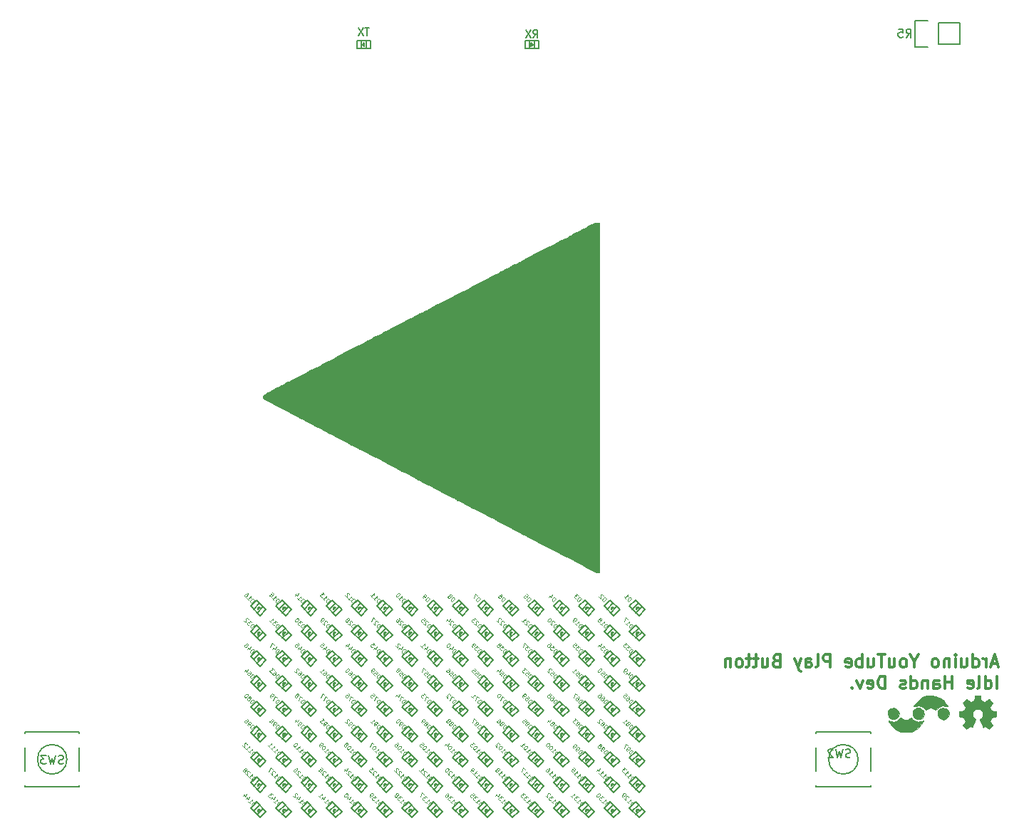
<source format=gbr>
G04 #@! TF.FileFunction,Legend,Bot*
%FSLAX46Y46*%
G04 Gerber Fmt 4.6, Leading zero omitted, Abs format (unit mm)*
G04 Created by KiCad (PCBNEW 4.0.4-stable) date 11/01/16 13:43:14*
%MOMM*%
%LPD*%
G01*
G04 APERTURE LIST*
%ADD10C,0.100000*%
%ADD11C,0.300000*%
%ADD12C,0.127000*%
%ADD13C,0.150000*%
%ADD14C,0.125000*%
%ADD15C,0.170000*%
G04 APERTURE END LIST*
D10*
D11*
X287314286Y-178625000D02*
X286600000Y-178625000D01*
X287457143Y-179053571D02*
X286957143Y-177553571D01*
X286457143Y-179053571D01*
X285957143Y-179053571D02*
X285957143Y-178053571D01*
X285957143Y-178339286D02*
X285885715Y-178196429D01*
X285814286Y-178125000D01*
X285671429Y-178053571D01*
X285528572Y-178053571D01*
X284385715Y-179053571D02*
X284385715Y-177553571D01*
X284385715Y-178982143D02*
X284528572Y-179053571D01*
X284814286Y-179053571D01*
X284957144Y-178982143D01*
X285028572Y-178910714D01*
X285100001Y-178767857D01*
X285100001Y-178339286D01*
X285028572Y-178196429D01*
X284957144Y-178125000D01*
X284814286Y-178053571D01*
X284528572Y-178053571D01*
X284385715Y-178125000D01*
X283028572Y-178053571D02*
X283028572Y-179053571D01*
X283671429Y-178053571D02*
X283671429Y-178839286D01*
X283600001Y-178982143D01*
X283457143Y-179053571D01*
X283242858Y-179053571D01*
X283100001Y-178982143D01*
X283028572Y-178910714D01*
X282314286Y-179053571D02*
X282314286Y-178053571D01*
X282314286Y-177553571D02*
X282385715Y-177625000D01*
X282314286Y-177696429D01*
X282242858Y-177625000D01*
X282314286Y-177553571D01*
X282314286Y-177696429D01*
X281600000Y-178053571D02*
X281600000Y-179053571D01*
X281600000Y-178196429D02*
X281528572Y-178125000D01*
X281385714Y-178053571D01*
X281171429Y-178053571D01*
X281028572Y-178125000D01*
X280957143Y-178267857D01*
X280957143Y-179053571D01*
X280028571Y-179053571D02*
X280171429Y-178982143D01*
X280242857Y-178910714D01*
X280314286Y-178767857D01*
X280314286Y-178339286D01*
X280242857Y-178196429D01*
X280171429Y-178125000D01*
X280028571Y-178053571D01*
X279814286Y-178053571D01*
X279671429Y-178125000D01*
X279600000Y-178196429D01*
X279528571Y-178339286D01*
X279528571Y-178767857D01*
X279600000Y-178910714D01*
X279671429Y-178982143D01*
X279814286Y-179053571D01*
X280028571Y-179053571D01*
X277457143Y-178339286D02*
X277457143Y-179053571D01*
X277957143Y-177553571D02*
X277457143Y-178339286D01*
X276957143Y-177553571D01*
X276242857Y-179053571D02*
X276385715Y-178982143D01*
X276457143Y-178910714D01*
X276528572Y-178767857D01*
X276528572Y-178339286D01*
X276457143Y-178196429D01*
X276385715Y-178125000D01*
X276242857Y-178053571D01*
X276028572Y-178053571D01*
X275885715Y-178125000D01*
X275814286Y-178196429D01*
X275742857Y-178339286D01*
X275742857Y-178767857D01*
X275814286Y-178910714D01*
X275885715Y-178982143D01*
X276028572Y-179053571D01*
X276242857Y-179053571D01*
X274457143Y-178053571D02*
X274457143Y-179053571D01*
X275100000Y-178053571D02*
X275100000Y-178839286D01*
X275028572Y-178982143D01*
X274885714Y-179053571D01*
X274671429Y-179053571D01*
X274528572Y-178982143D01*
X274457143Y-178910714D01*
X273957143Y-177553571D02*
X273100000Y-177553571D01*
X273528571Y-179053571D02*
X273528571Y-177553571D01*
X271957143Y-178053571D02*
X271957143Y-179053571D01*
X272600000Y-178053571D02*
X272600000Y-178839286D01*
X272528572Y-178982143D01*
X272385714Y-179053571D01*
X272171429Y-179053571D01*
X272028572Y-178982143D01*
X271957143Y-178910714D01*
X271242857Y-179053571D02*
X271242857Y-177553571D01*
X271242857Y-178125000D02*
X271100000Y-178053571D01*
X270814286Y-178053571D01*
X270671429Y-178125000D01*
X270600000Y-178196429D01*
X270528571Y-178339286D01*
X270528571Y-178767857D01*
X270600000Y-178910714D01*
X270671429Y-178982143D01*
X270814286Y-179053571D01*
X271100000Y-179053571D01*
X271242857Y-178982143D01*
X269314286Y-178982143D02*
X269457143Y-179053571D01*
X269742857Y-179053571D01*
X269885714Y-178982143D01*
X269957143Y-178839286D01*
X269957143Y-178267857D01*
X269885714Y-178125000D01*
X269742857Y-178053571D01*
X269457143Y-178053571D01*
X269314286Y-178125000D01*
X269242857Y-178267857D01*
X269242857Y-178410714D01*
X269957143Y-178553571D01*
X267457143Y-179053571D02*
X267457143Y-177553571D01*
X266885715Y-177553571D01*
X266742857Y-177625000D01*
X266671429Y-177696429D01*
X266600000Y-177839286D01*
X266600000Y-178053571D01*
X266671429Y-178196429D01*
X266742857Y-178267857D01*
X266885715Y-178339286D01*
X267457143Y-178339286D01*
X265742857Y-179053571D02*
X265885715Y-178982143D01*
X265957143Y-178839286D01*
X265957143Y-177553571D01*
X264528572Y-179053571D02*
X264528572Y-178267857D01*
X264600001Y-178125000D01*
X264742858Y-178053571D01*
X265028572Y-178053571D01*
X265171429Y-178125000D01*
X264528572Y-178982143D02*
X264671429Y-179053571D01*
X265028572Y-179053571D01*
X265171429Y-178982143D01*
X265242858Y-178839286D01*
X265242858Y-178696429D01*
X265171429Y-178553571D01*
X265028572Y-178482143D01*
X264671429Y-178482143D01*
X264528572Y-178410714D01*
X263957143Y-178053571D02*
X263600000Y-179053571D01*
X263242858Y-178053571D02*
X263600000Y-179053571D01*
X263742858Y-179410714D01*
X263814286Y-179482143D01*
X263957143Y-179553571D01*
X261028572Y-178267857D02*
X260814286Y-178339286D01*
X260742858Y-178410714D01*
X260671429Y-178553571D01*
X260671429Y-178767857D01*
X260742858Y-178910714D01*
X260814286Y-178982143D01*
X260957144Y-179053571D01*
X261528572Y-179053571D01*
X261528572Y-177553571D01*
X261028572Y-177553571D01*
X260885715Y-177625000D01*
X260814286Y-177696429D01*
X260742858Y-177839286D01*
X260742858Y-177982143D01*
X260814286Y-178125000D01*
X260885715Y-178196429D01*
X261028572Y-178267857D01*
X261528572Y-178267857D01*
X259385715Y-178053571D02*
X259385715Y-179053571D01*
X260028572Y-178053571D02*
X260028572Y-178839286D01*
X259957144Y-178982143D01*
X259814286Y-179053571D01*
X259600001Y-179053571D01*
X259457144Y-178982143D01*
X259385715Y-178910714D01*
X258885715Y-178053571D02*
X258314286Y-178053571D01*
X258671429Y-177553571D02*
X258671429Y-178839286D01*
X258600001Y-178982143D01*
X258457143Y-179053571D01*
X258314286Y-179053571D01*
X258028572Y-178053571D02*
X257457143Y-178053571D01*
X257814286Y-177553571D02*
X257814286Y-178839286D01*
X257742858Y-178982143D01*
X257600000Y-179053571D01*
X257457143Y-179053571D01*
X256742857Y-179053571D02*
X256885715Y-178982143D01*
X256957143Y-178910714D01*
X257028572Y-178767857D01*
X257028572Y-178339286D01*
X256957143Y-178196429D01*
X256885715Y-178125000D01*
X256742857Y-178053571D01*
X256528572Y-178053571D01*
X256385715Y-178125000D01*
X256314286Y-178196429D01*
X256242857Y-178339286D01*
X256242857Y-178767857D01*
X256314286Y-178910714D01*
X256385715Y-178982143D01*
X256528572Y-179053571D01*
X256742857Y-179053571D01*
X255600000Y-178053571D02*
X255600000Y-179053571D01*
X255600000Y-178196429D02*
X255528572Y-178125000D01*
X255385714Y-178053571D01*
X255171429Y-178053571D01*
X255028572Y-178125000D01*
X254957143Y-178267857D01*
X254957143Y-179053571D01*
X287242857Y-181603571D02*
X287242857Y-180103571D01*
X285885714Y-181603571D02*
X285885714Y-180103571D01*
X285885714Y-181532143D02*
X286028571Y-181603571D01*
X286314285Y-181603571D01*
X286457143Y-181532143D01*
X286528571Y-181460714D01*
X286600000Y-181317857D01*
X286600000Y-180889286D01*
X286528571Y-180746429D01*
X286457143Y-180675000D01*
X286314285Y-180603571D01*
X286028571Y-180603571D01*
X285885714Y-180675000D01*
X284957142Y-181603571D02*
X285100000Y-181532143D01*
X285171428Y-181389286D01*
X285171428Y-180103571D01*
X283814286Y-181532143D02*
X283957143Y-181603571D01*
X284242857Y-181603571D01*
X284385714Y-181532143D01*
X284457143Y-181389286D01*
X284457143Y-180817857D01*
X284385714Y-180675000D01*
X284242857Y-180603571D01*
X283957143Y-180603571D01*
X283814286Y-180675000D01*
X283742857Y-180817857D01*
X283742857Y-180960714D01*
X284457143Y-181103571D01*
X281957143Y-181603571D02*
X281957143Y-180103571D01*
X281957143Y-180817857D02*
X281100000Y-180817857D01*
X281100000Y-181603571D02*
X281100000Y-180103571D01*
X279742857Y-181603571D02*
X279742857Y-180817857D01*
X279814286Y-180675000D01*
X279957143Y-180603571D01*
X280242857Y-180603571D01*
X280385714Y-180675000D01*
X279742857Y-181532143D02*
X279885714Y-181603571D01*
X280242857Y-181603571D01*
X280385714Y-181532143D01*
X280457143Y-181389286D01*
X280457143Y-181246429D01*
X280385714Y-181103571D01*
X280242857Y-181032143D01*
X279885714Y-181032143D01*
X279742857Y-180960714D01*
X279028571Y-180603571D02*
X279028571Y-181603571D01*
X279028571Y-180746429D02*
X278957143Y-180675000D01*
X278814285Y-180603571D01*
X278600000Y-180603571D01*
X278457143Y-180675000D01*
X278385714Y-180817857D01*
X278385714Y-181603571D01*
X277028571Y-181603571D02*
X277028571Y-180103571D01*
X277028571Y-181532143D02*
X277171428Y-181603571D01*
X277457142Y-181603571D01*
X277600000Y-181532143D01*
X277671428Y-181460714D01*
X277742857Y-181317857D01*
X277742857Y-180889286D01*
X277671428Y-180746429D01*
X277600000Y-180675000D01*
X277457142Y-180603571D01*
X277171428Y-180603571D01*
X277028571Y-180675000D01*
X276385714Y-181532143D02*
X276242857Y-181603571D01*
X275957142Y-181603571D01*
X275814285Y-181532143D01*
X275742857Y-181389286D01*
X275742857Y-181317857D01*
X275814285Y-181175000D01*
X275957142Y-181103571D01*
X276171428Y-181103571D01*
X276314285Y-181032143D01*
X276385714Y-180889286D01*
X276385714Y-180817857D01*
X276314285Y-180675000D01*
X276171428Y-180603571D01*
X275957142Y-180603571D01*
X275814285Y-180675000D01*
X273957142Y-181603571D02*
X273957142Y-180103571D01*
X273599999Y-180103571D01*
X273385714Y-180175000D01*
X273242856Y-180317857D01*
X273171428Y-180460714D01*
X273099999Y-180746429D01*
X273099999Y-180960714D01*
X273171428Y-181246429D01*
X273242856Y-181389286D01*
X273385714Y-181532143D01*
X273599999Y-181603571D01*
X273957142Y-181603571D01*
X271885714Y-181532143D02*
X272028571Y-181603571D01*
X272314285Y-181603571D01*
X272457142Y-181532143D01*
X272528571Y-181389286D01*
X272528571Y-180817857D01*
X272457142Y-180675000D01*
X272314285Y-180603571D01*
X272028571Y-180603571D01*
X271885714Y-180675000D01*
X271814285Y-180817857D01*
X271814285Y-180960714D01*
X272528571Y-181103571D01*
X271314285Y-180603571D02*
X270957142Y-181603571D01*
X270600000Y-180603571D01*
X270028571Y-181460714D02*
X269957143Y-181532143D01*
X270028571Y-181603571D01*
X270100000Y-181532143D01*
X270028571Y-181460714D01*
X270028571Y-181603571D01*
D12*
X231934244Y-172141888D02*
X232641888Y-171434244D01*
X233065756Y-171858112D02*
X232358112Y-172565756D01*
X232429954Y-172070046D02*
X232570046Y-171929954D01*
X232711934Y-171928158D02*
X232428158Y-172211934D01*
X232428158Y-172211934D02*
X232429954Y-171929954D01*
X232429954Y-171929954D02*
X232711934Y-171928158D01*
X233419578Y-172211934D02*
X232288066Y-171080422D01*
X232288066Y-171080422D02*
X231580422Y-171788066D01*
X231580422Y-171788066D02*
X232711934Y-172919578D01*
X232711934Y-172919578D02*
X233419578Y-172211934D01*
X198934244Y-196141888D02*
X199641888Y-195434244D01*
X200065756Y-195858112D02*
X199358112Y-196565756D01*
X199429954Y-196070046D02*
X199570046Y-195929954D01*
X199711934Y-195928158D02*
X199428158Y-196211934D01*
X199428158Y-196211934D02*
X199429954Y-195929954D01*
X199429954Y-195929954D02*
X199711934Y-195928158D01*
X200419578Y-196211934D02*
X199288066Y-195080422D01*
X199288066Y-195080422D02*
X198580422Y-195788066D01*
X198580422Y-195788066D02*
X199711934Y-196919578D01*
X199711934Y-196919578D02*
X200419578Y-196211934D01*
X201934244Y-196141888D02*
X202641888Y-195434244D01*
X203065756Y-195858112D02*
X202358112Y-196565756D01*
X202429954Y-196070046D02*
X202570046Y-195929954D01*
X202711934Y-195928158D02*
X202428158Y-196211934D01*
X202428158Y-196211934D02*
X202429954Y-195929954D01*
X202429954Y-195929954D02*
X202711934Y-195928158D01*
X203419578Y-196211934D02*
X202288066Y-195080422D01*
X202288066Y-195080422D02*
X201580422Y-195788066D01*
X201580422Y-195788066D02*
X202711934Y-196919578D01*
X202711934Y-196919578D02*
X203419578Y-196211934D01*
X204934244Y-196141888D02*
X205641888Y-195434244D01*
X206065756Y-195858112D02*
X205358112Y-196565756D01*
X205429954Y-196070046D02*
X205570046Y-195929954D01*
X205711934Y-195928158D02*
X205428158Y-196211934D01*
X205428158Y-196211934D02*
X205429954Y-195929954D01*
X205429954Y-195929954D02*
X205711934Y-195928158D01*
X206419578Y-196211934D02*
X205288066Y-195080422D01*
X205288066Y-195080422D02*
X204580422Y-195788066D01*
X204580422Y-195788066D02*
X205711934Y-196919578D01*
X205711934Y-196919578D02*
X206419578Y-196211934D01*
X207934244Y-196141888D02*
X208641888Y-195434244D01*
X209065756Y-195858112D02*
X208358112Y-196565756D01*
X208429954Y-196070046D02*
X208570046Y-195929954D01*
X208711934Y-195928158D02*
X208428158Y-196211934D01*
X208428158Y-196211934D02*
X208429954Y-195929954D01*
X208429954Y-195929954D02*
X208711934Y-195928158D01*
X209419578Y-196211934D02*
X208288066Y-195080422D01*
X208288066Y-195080422D02*
X207580422Y-195788066D01*
X207580422Y-195788066D02*
X208711934Y-196919578D01*
X208711934Y-196919578D02*
X209419578Y-196211934D01*
X210934244Y-196141888D02*
X211641888Y-195434244D01*
X212065756Y-195858112D02*
X211358112Y-196565756D01*
X211429954Y-196070046D02*
X211570046Y-195929954D01*
X211711934Y-195928158D02*
X211428158Y-196211934D01*
X211428158Y-196211934D02*
X211429954Y-195929954D01*
X211429954Y-195929954D02*
X211711934Y-195928158D01*
X212419578Y-196211934D02*
X211288066Y-195080422D01*
X211288066Y-195080422D02*
X210580422Y-195788066D01*
X210580422Y-195788066D02*
X211711934Y-196919578D01*
X211711934Y-196919578D02*
X212419578Y-196211934D01*
X213934244Y-196141888D02*
X214641888Y-195434244D01*
X215065756Y-195858112D02*
X214358112Y-196565756D01*
X214429954Y-196070046D02*
X214570046Y-195929954D01*
X214711934Y-195928158D02*
X214428158Y-196211934D01*
X214428158Y-196211934D02*
X214429954Y-195929954D01*
X214429954Y-195929954D02*
X214711934Y-195928158D01*
X215419578Y-196211934D02*
X214288066Y-195080422D01*
X214288066Y-195080422D02*
X213580422Y-195788066D01*
X213580422Y-195788066D02*
X214711934Y-196919578D01*
X214711934Y-196919578D02*
X215419578Y-196211934D01*
X216934244Y-196141888D02*
X217641888Y-195434244D01*
X218065756Y-195858112D02*
X217358112Y-196565756D01*
X217429954Y-196070046D02*
X217570046Y-195929954D01*
X217711934Y-195928158D02*
X217428158Y-196211934D01*
X217428158Y-196211934D02*
X217429954Y-195929954D01*
X217429954Y-195929954D02*
X217711934Y-195928158D01*
X218419578Y-196211934D02*
X217288066Y-195080422D01*
X217288066Y-195080422D02*
X216580422Y-195788066D01*
X216580422Y-195788066D02*
X217711934Y-196919578D01*
X217711934Y-196919578D02*
X218419578Y-196211934D01*
X219934244Y-196141888D02*
X220641888Y-195434244D01*
X221065756Y-195858112D02*
X220358112Y-196565756D01*
X220429954Y-196070046D02*
X220570046Y-195929954D01*
X220711934Y-195928158D02*
X220428158Y-196211934D01*
X220428158Y-196211934D02*
X220429954Y-195929954D01*
X220429954Y-195929954D02*
X220711934Y-195928158D01*
X221419578Y-196211934D02*
X220288066Y-195080422D01*
X220288066Y-195080422D02*
X219580422Y-195788066D01*
X219580422Y-195788066D02*
X220711934Y-196919578D01*
X220711934Y-196919578D02*
X221419578Y-196211934D01*
X222934244Y-196141888D02*
X223641888Y-195434244D01*
X224065756Y-195858112D02*
X223358112Y-196565756D01*
X223429954Y-196070046D02*
X223570046Y-195929954D01*
X223711934Y-195928158D02*
X223428158Y-196211934D01*
X223428158Y-196211934D02*
X223429954Y-195929954D01*
X223429954Y-195929954D02*
X223711934Y-195928158D01*
X224419578Y-196211934D02*
X223288066Y-195080422D01*
X223288066Y-195080422D02*
X222580422Y-195788066D01*
X222580422Y-195788066D02*
X223711934Y-196919578D01*
X223711934Y-196919578D02*
X224419578Y-196211934D01*
X225934244Y-196141888D02*
X226641888Y-195434244D01*
X227065756Y-195858112D02*
X226358112Y-196565756D01*
X226429954Y-196070046D02*
X226570046Y-195929954D01*
X226711934Y-195928158D02*
X226428158Y-196211934D01*
X226428158Y-196211934D02*
X226429954Y-195929954D01*
X226429954Y-195929954D02*
X226711934Y-195928158D01*
X227419578Y-196211934D02*
X226288066Y-195080422D01*
X226288066Y-195080422D02*
X225580422Y-195788066D01*
X225580422Y-195788066D02*
X226711934Y-196919578D01*
X226711934Y-196919578D02*
X227419578Y-196211934D01*
X228934244Y-196141888D02*
X229641888Y-195434244D01*
X230065756Y-195858112D02*
X229358112Y-196565756D01*
X229429954Y-196070046D02*
X229570046Y-195929954D01*
X229711934Y-195928158D02*
X229428158Y-196211934D01*
X229428158Y-196211934D02*
X229429954Y-195929954D01*
X229429954Y-195929954D02*
X229711934Y-195928158D01*
X230419578Y-196211934D02*
X229288066Y-195080422D01*
X229288066Y-195080422D02*
X228580422Y-195788066D01*
X228580422Y-195788066D02*
X229711934Y-196919578D01*
X229711934Y-196919578D02*
X230419578Y-196211934D01*
X231934244Y-196141888D02*
X232641888Y-195434244D01*
X233065756Y-195858112D02*
X232358112Y-196565756D01*
X232429954Y-196070046D02*
X232570046Y-195929954D01*
X232711934Y-195928158D02*
X232428158Y-196211934D01*
X232428158Y-196211934D02*
X232429954Y-195929954D01*
X232429954Y-195929954D02*
X232711934Y-195928158D01*
X233419578Y-196211934D02*
X232288066Y-195080422D01*
X232288066Y-195080422D02*
X231580422Y-195788066D01*
X231580422Y-195788066D02*
X232711934Y-196919578D01*
X232711934Y-196919578D02*
X233419578Y-196211934D01*
X234934244Y-196141888D02*
X235641888Y-195434244D01*
X236065756Y-195858112D02*
X235358112Y-196565756D01*
X235429954Y-196070046D02*
X235570046Y-195929954D01*
X235711934Y-195928158D02*
X235428158Y-196211934D01*
X235428158Y-196211934D02*
X235429954Y-195929954D01*
X235429954Y-195929954D02*
X235711934Y-195928158D01*
X236419578Y-196211934D02*
X235288066Y-195080422D01*
X235288066Y-195080422D02*
X234580422Y-195788066D01*
X234580422Y-195788066D02*
X235711934Y-196919578D01*
X235711934Y-196919578D02*
X236419578Y-196211934D01*
X237934244Y-196141888D02*
X238641888Y-195434244D01*
X239065756Y-195858112D02*
X238358112Y-196565756D01*
X238429954Y-196070046D02*
X238570046Y-195929954D01*
X238711934Y-195928158D02*
X238428158Y-196211934D01*
X238428158Y-196211934D02*
X238429954Y-195929954D01*
X238429954Y-195929954D02*
X238711934Y-195928158D01*
X239419578Y-196211934D02*
X238288066Y-195080422D01*
X238288066Y-195080422D02*
X237580422Y-195788066D01*
X237580422Y-195788066D02*
X238711934Y-196919578D01*
X238711934Y-196919578D02*
X239419578Y-196211934D01*
X240934244Y-196141888D02*
X241641888Y-195434244D01*
X242065756Y-195858112D02*
X241358112Y-196565756D01*
X241429954Y-196070046D02*
X241570046Y-195929954D01*
X241711934Y-195928158D02*
X241428158Y-196211934D01*
X241428158Y-196211934D02*
X241429954Y-195929954D01*
X241429954Y-195929954D02*
X241711934Y-195928158D01*
X242419578Y-196211934D02*
X241288066Y-195080422D01*
X241288066Y-195080422D02*
X240580422Y-195788066D01*
X240580422Y-195788066D02*
X241711934Y-196919578D01*
X241711934Y-196919578D02*
X242419578Y-196211934D01*
X243934244Y-196141888D02*
X244641888Y-195434244D01*
X245065756Y-195858112D02*
X244358112Y-196565756D01*
X244429954Y-196070046D02*
X244570046Y-195929954D01*
X244711934Y-195928158D02*
X244428158Y-196211934D01*
X244428158Y-196211934D02*
X244429954Y-195929954D01*
X244429954Y-195929954D02*
X244711934Y-195928158D01*
X245419578Y-196211934D02*
X244288066Y-195080422D01*
X244288066Y-195080422D02*
X243580422Y-195788066D01*
X243580422Y-195788066D02*
X244711934Y-196919578D01*
X244711934Y-196919578D02*
X245419578Y-196211934D01*
X198934244Y-193141888D02*
X199641888Y-192434244D01*
X200065756Y-192858112D02*
X199358112Y-193565756D01*
X199429954Y-193070046D02*
X199570046Y-192929954D01*
X199711934Y-192928158D02*
X199428158Y-193211934D01*
X199428158Y-193211934D02*
X199429954Y-192929954D01*
X199429954Y-192929954D02*
X199711934Y-192928158D01*
X200419578Y-193211934D02*
X199288066Y-192080422D01*
X199288066Y-192080422D02*
X198580422Y-192788066D01*
X198580422Y-192788066D02*
X199711934Y-193919578D01*
X199711934Y-193919578D02*
X200419578Y-193211934D01*
X201934244Y-193141888D02*
X202641888Y-192434244D01*
X203065756Y-192858112D02*
X202358112Y-193565756D01*
X202429954Y-193070046D02*
X202570046Y-192929954D01*
X202711934Y-192928158D02*
X202428158Y-193211934D01*
X202428158Y-193211934D02*
X202429954Y-192929954D01*
X202429954Y-192929954D02*
X202711934Y-192928158D01*
X203419578Y-193211934D02*
X202288066Y-192080422D01*
X202288066Y-192080422D02*
X201580422Y-192788066D01*
X201580422Y-192788066D02*
X202711934Y-193919578D01*
X202711934Y-193919578D02*
X203419578Y-193211934D01*
X204934244Y-193141888D02*
X205641888Y-192434244D01*
X206065756Y-192858112D02*
X205358112Y-193565756D01*
X205429954Y-193070046D02*
X205570046Y-192929954D01*
X205711934Y-192928158D02*
X205428158Y-193211934D01*
X205428158Y-193211934D02*
X205429954Y-192929954D01*
X205429954Y-192929954D02*
X205711934Y-192928158D01*
X206419578Y-193211934D02*
X205288066Y-192080422D01*
X205288066Y-192080422D02*
X204580422Y-192788066D01*
X204580422Y-192788066D02*
X205711934Y-193919578D01*
X205711934Y-193919578D02*
X206419578Y-193211934D01*
X207934244Y-193141888D02*
X208641888Y-192434244D01*
X209065756Y-192858112D02*
X208358112Y-193565756D01*
X208429954Y-193070046D02*
X208570046Y-192929954D01*
X208711934Y-192928158D02*
X208428158Y-193211934D01*
X208428158Y-193211934D02*
X208429954Y-192929954D01*
X208429954Y-192929954D02*
X208711934Y-192928158D01*
X209419578Y-193211934D02*
X208288066Y-192080422D01*
X208288066Y-192080422D02*
X207580422Y-192788066D01*
X207580422Y-192788066D02*
X208711934Y-193919578D01*
X208711934Y-193919578D02*
X209419578Y-193211934D01*
X210934244Y-193141888D02*
X211641888Y-192434244D01*
X212065756Y-192858112D02*
X211358112Y-193565756D01*
X211429954Y-193070046D02*
X211570046Y-192929954D01*
X211711934Y-192928158D02*
X211428158Y-193211934D01*
X211428158Y-193211934D02*
X211429954Y-192929954D01*
X211429954Y-192929954D02*
X211711934Y-192928158D01*
X212419578Y-193211934D02*
X211288066Y-192080422D01*
X211288066Y-192080422D02*
X210580422Y-192788066D01*
X210580422Y-192788066D02*
X211711934Y-193919578D01*
X211711934Y-193919578D02*
X212419578Y-193211934D01*
X213934244Y-193141888D02*
X214641888Y-192434244D01*
X215065756Y-192858112D02*
X214358112Y-193565756D01*
X214429954Y-193070046D02*
X214570046Y-192929954D01*
X214711934Y-192928158D02*
X214428158Y-193211934D01*
X214428158Y-193211934D02*
X214429954Y-192929954D01*
X214429954Y-192929954D02*
X214711934Y-192928158D01*
X215419578Y-193211934D02*
X214288066Y-192080422D01*
X214288066Y-192080422D02*
X213580422Y-192788066D01*
X213580422Y-192788066D02*
X214711934Y-193919578D01*
X214711934Y-193919578D02*
X215419578Y-193211934D01*
X216934244Y-193141888D02*
X217641888Y-192434244D01*
X218065756Y-192858112D02*
X217358112Y-193565756D01*
X217429954Y-193070046D02*
X217570046Y-192929954D01*
X217711934Y-192928158D02*
X217428158Y-193211934D01*
X217428158Y-193211934D02*
X217429954Y-192929954D01*
X217429954Y-192929954D02*
X217711934Y-192928158D01*
X218419578Y-193211934D02*
X217288066Y-192080422D01*
X217288066Y-192080422D02*
X216580422Y-192788066D01*
X216580422Y-192788066D02*
X217711934Y-193919578D01*
X217711934Y-193919578D02*
X218419578Y-193211934D01*
X219934244Y-193141888D02*
X220641888Y-192434244D01*
X221065756Y-192858112D02*
X220358112Y-193565756D01*
X220429954Y-193070046D02*
X220570046Y-192929954D01*
X220711934Y-192928158D02*
X220428158Y-193211934D01*
X220428158Y-193211934D02*
X220429954Y-192929954D01*
X220429954Y-192929954D02*
X220711934Y-192928158D01*
X221419578Y-193211934D02*
X220288066Y-192080422D01*
X220288066Y-192080422D02*
X219580422Y-192788066D01*
X219580422Y-192788066D02*
X220711934Y-193919578D01*
X220711934Y-193919578D02*
X221419578Y-193211934D01*
X222934244Y-193141888D02*
X223641888Y-192434244D01*
X224065756Y-192858112D02*
X223358112Y-193565756D01*
X223429954Y-193070046D02*
X223570046Y-192929954D01*
X223711934Y-192928158D02*
X223428158Y-193211934D01*
X223428158Y-193211934D02*
X223429954Y-192929954D01*
X223429954Y-192929954D02*
X223711934Y-192928158D01*
X224419578Y-193211934D02*
X223288066Y-192080422D01*
X223288066Y-192080422D02*
X222580422Y-192788066D01*
X222580422Y-192788066D02*
X223711934Y-193919578D01*
X223711934Y-193919578D02*
X224419578Y-193211934D01*
X225934244Y-193141888D02*
X226641888Y-192434244D01*
X227065756Y-192858112D02*
X226358112Y-193565756D01*
X226429954Y-193070046D02*
X226570046Y-192929954D01*
X226711934Y-192928158D02*
X226428158Y-193211934D01*
X226428158Y-193211934D02*
X226429954Y-192929954D01*
X226429954Y-192929954D02*
X226711934Y-192928158D01*
X227419578Y-193211934D02*
X226288066Y-192080422D01*
X226288066Y-192080422D02*
X225580422Y-192788066D01*
X225580422Y-192788066D02*
X226711934Y-193919578D01*
X226711934Y-193919578D02*
X227419578Y-193211934D01*
X228934244Y-193141888D02*
X229641888Y-192434244D01*
X230065756Y-192858112D02*
X229358112Y-193565756D01*
X229429954Y-193070046D02*
X229570046Y-192929954D01*
X229711934Y-192928158D02*
X229428158Y-193211934D01*
X229428158Y-193211934D02*
X229429954Y-192929954D01*
X229429954Y-192929954D02*
X229711934Y-192928158D01*
X230419578Y-193211934D02*
X229288066Y-192080422D01*
X229288066Y-192080422D02*
X228580422Y-192788066D01*
X228580422Y-192788066D02*
X229711934Y-193919578D01*
X229711934Y-193919578D02*
X230419578Y-193211934D01*
X231934244Y-193141888D02*
X232641888Y-192434244D01*
X233065756Y-192858112D02*
X232358112Y-193565756D01*
X232429954Y-193070046D02*
X232570046Y-192929954D01*
X232711934Y-192928158D02*
X232428158Y-193211934D01*
X232428158Y-193211934D02*
X232429954Y-192929954D01*
X232429954Y-192929954D02*
X232711934Y-192928158D01*
X233419578Y-193211934D02*
X232288066Y-192080422D01*
X232288066Y-192080422D02*
X231580422Y-192788066D01*
X231580422Y-192788066D02*
X232711934Y-193919578D01*
X232711934Y-193919578D02*
X233419578Y-193211934D01*
X234934244Y-193141888D02*
X235641888Y-192434244D01*
X236065756Y-192858112D02*
X235358112Y-193565756D01*
X235429954Y-193070046D02*
X235570046Y-192929954D01*
X235711934Y-192928158D02*
X235428158Y-193211934D01*
X235428158Y-193211934D02*
X235429954Y-192929954D01*
X235429954Y-192929954D02*
X235711934Y-192928158D01*
X236419578Y-193211934D02*
X235288066Y-192080422D01*
X235288066Y-192080422D02*
X234580422Y-192788066D01*
X234580422Y-192788066D02*
X235711934Y-193919578D01*
X235711934Y-193919578D02*
X236419578Y-193211934D01*
X237934244Y-193141888D02*
X238641888Y-192434244D01*
X239065756Y-192858112D02*
X238358112Y-193565756D01*
X238429954Y-193070046D02*
X238570046Y-192929954D01*
X238711934Y-192928158D02*
X238428158Y-193211934D01*
X238428158Y-193211934D02*
X238429954Y-192929954D01*
X238429954Y-192929954D02*
X238711934Y-192928158D01*
X239419578Y-193211934D02*
X238288066Y-192080422D01*
X238288066Y-192080422D02*
X237580422Y-192788066D01*
X237580422Y-192788066D02*
X238711934Y-193919578D01*
X238711934Y-193919578D02*
X239419578Y-193211934D01*
X240934244Y-193141888D02*
X241641888Y-192434244D01*
X242065756Y-192858112D02*
X241358112Y-193565756D01*
X241429954Y-193070046D02*
X241570046Y-192929954D01*
X241711934Y-192928158D02*
X241428158Y-193211934D01*
X241428158Y-193211934D02*
X241429954Y-192929954D01*
X241429954Y-192929954D02*
X241711934Y-192928158D01*
X242419578Y-193211934D02*
X241288066Y-192080422D01*
X241288066Y-192080422D02*
X240580422Y-192788066D01*
X240580422Y-192788066D02*
X241711934Y-193919578D01*
X241711934Y-193919578D02*
X242419578Y-193211934D01*
X243934244Y-193141888D02*
X244641888Y-192434244D01*
X245065756Y-192858112D02*
X244358112Y-193565756D01*
X244429954Y-193070046D02*
X244570046Y-192929954D01*
X244711934Y-192928158D02*
X244428158Y-193211934D01*
X244428158Y-193211934D02*
X244429954Y-192929954D01*
X244429954Y-192929954D02*
X244711934Y-192928158D01*
X245419578Y-193211934D02*
X244288066Y-192080422D01*
X244288066Y-192080422D02*
X243580422Y-192788066D01*
X243580422Y-192788066D02*
X244711934Y-193919578D01*
X244711934Y-193919578D02*
X245419578Y-193211934D01*
X198934244Y-190141888D02*
X199641888Y-189434244D01*
X200065756Y-189858112D02*
X199358112Y-190565756D01*
X199429954Y-190070046D02*
X199570046Y-189929954D01*
X199711934Y-189928158D02*
X199428158Y-190211934D01*
X199428158Y-190211934D02*
X199429954Y-189929954D01*
X199429954Y-189929954D02*
X199711934Y-189928158D01*
X200419578Y-190211934D02*
X199288066Y-189080422D01*
X199288066Y-189080422D02*
X198580422Y-189788066D01*
X198580422Y-189788066D02*
X199711934Y-190919578D01*
X199711934Y-190919578D02*
X200419578Y-190211934D01*
X201934244Y-190141888D02*
X202641888Y-189434244D01*
X203065756Y-189858112D02*
X202358112Y-190565756D01*
X202429954Y-190070046D02*
X202570046Y-189929954D01*
X202711934Y-189928158D02*
X202428158Y-190211934D01*
X202428158Y-190211934D02*
X202429954Y-189929954D01*
X202429954Y-189929954D02*
X202711934Y-189928158D01*
X203419578Y-190211934D02*
X202288066Y-189080422D01*
X202288066Y-189080422D02*
X201580422Y-189788066D01*
X201580422Y-189788066D02*
X202711934Y-190919578D01*
X202711934Y-190919578D02*
X203419578Y-190211934D01*
X204934244Y-190141888D02*
X205641888Y-189434244D01*
X206065756Y-189858112D02*
X205358112Y-190565756D01*
X205429954Y-190070046D02*
X205570046Y-189929954D01*
X205711934Y-189928158D02*
X205428158Y-190211934D01*
X205428158Y-190211934D02*
X205429954Y-189929954D01*
X205429954Y-189929954D02*
X205711934Y-189928158D01*
X206419578Y-190211934D02*
X205288066Y-189080422D01*
X205288066Y-189080422D02*
X204580422Y-189788066D01*
X204580422Y-189788066D02*
X205711934Y-190919578D01*
X205711934Y-190919578D02*
X206419578Y-190211934D01*
X207934244Y-190141888D02*
X208641888Y-189434244D01*
X209065756Y-189858112D02*
X208358112Y-190565756D01*
X208429954Y-190070046D02*
X208570046Y-189929954D01*
X208711934Y-189928158D02*
X208428158Y-190211934D01*
X208428158Y-190211934D02*
X208429954Y-189929954D01*
X208429954Y-189929954D02*
X208711934Y-189928158D01*
X209419578Y-190211934D02*
X208288066Y-189080422D01*
X208288066Y-189080422D02*
X207580422Y-189788066D01*
X207580422Y-189788066D02*
X208711934Y-190919578D01*
X208711934Y-190919578D02*
X209419578Y-190211934D01*
X210934244Y-190141888D02*
X211641888Y-189434244D01*
X212065756Y-189858112D02*
X211358112Y-190565756D01*
X211429954Y-190070046D02*
X211570046Y-189929954D01*
X211711934Y-189928158D02*
X211428158Y-190211934D01*
X211428158Y-190211934D02*
X211429954Y-189929954D01*
X211429954Y-189929954D02*
X211711934Y-189928158D01*
X212419578Y-190211934D02*
X211288066Y-189080422D01*
X211288066Y-189080422D02*
X210580422Y-189788066D01*
X210580422Y-189788066D02*
X211711934Y-190919578D01*
X211711934Y-190919578D02*
X212419578Y-190211934D01*
X213934244Y-190141888D02*
X214641888Y-189434244D01*
X215065756Y-189858112D02*
X214358112Y-190565756D01*
X214429954Y-190070046D02*
X214570046Y-189929954D01*
X214711934Y-189928158D02*
X214428158Y-190211934D01*
X214428158Y-190211934D02*
X214429954Y-189929954D01*
X214429954Y-189929954D02*
X214711934Y-189928158D01*
X215419578Y-190211934D02*
X214288066Y-189080422D01*
X214288066Y-189080422D02*
X213580422Y-189788066D01*
X213580422Y-189788066D02*
X214711934Y-190919578D01*
X214711934Y-190919578D02*
X215419578Y-190211934D01*
X216934244Y-190141888D02*
X217641888Y-189434244D01*
X218065756Y-189858112D02*
X217358112Y-190565756D01*
X217429954Y-190070046D02*
X217570046Y-189929954D01*
X217711934Y-189928158D02*
X217428158Y-190211934D01*
X217428158Y-190211934D02*
X217429954Y-189929954D01*
X217429954Y-189929954D02*
X217711934Y-189928158D01*
X218419578Y-190211934D02*
X217288066Y-189080422D01*
X217288066Y-189080422D02*
X216580422Y-189788066D01*
X216580422Y-189788066D02*
X217711934Y-190919578D01*
X217711934Y-190919578D02*
X218419578Y-190211934D01*
X219934244Y-190141888D02*
X220641888Y-189434244D01*
X221065756Y-189858112D02*
X220358112Y-190565756D01*
X220429954Y-190070046D02*
X220570046Y-189929954D01*
X220711934Y-189928158D02*
X220428158Y-190211934D01*
X220428158Y-190211934D02*
X220429954Y-189929954D01*
X220429954Y-189929954D02*
X220711934Y-189928158D01*
X221419578Y-190211934D02*
X220288066Y-189080422D01*
X220288066Y-189080422D02*
X219580422Y-189788066D01*
X219580422Y-189788066D02*
X220711934Y-190919578D01*
X220711934Y-190919578D02*
X221419578Y-190211934D01*
X222934244Y-190141888D02*
X223641888Y-189434244D01*
X224065756Y-189858112D02*
X223358112Y-190565756D01*
X223429954Y-190070046D02*
X223570046Y-189929954D01*
X223711934Y-189928158D02*
X223428158Y-190211934D01*
X223428158Y-190211934D02*
X223429954Y-189929954D01*
X223429954Y-189929954D02*
X223711934Y-189928158D01*
X224419578Y-190211934D02*
X223288066Y-189080422D01*
X223288066Y-189080422D02*
X222580422Y-189788066D01*
X222580422Y-189788066D02*
X223711934Y-190919578D01*
X223711934Y-190919578D02*
X224419578Y-190211934D01*
X225934244Y-190141888D02*
X226641888Y-189434244D01*
X227065756Y-189858112D02*
X226358112Y-190565756D01*
X226429954Y-190070046D02*
X226570046Y-189929954D01*
X226711934Y-189928158D02*
X226428158Y-190211934D01*
X226428158Y-190211934D02*
X226429954Y-189929954D01*
X226429954Y-189929954D02*
X226711934Y-189928158D01*
X227419578Y-190211934D02*
X226288066Y-189080422D01*
X226288066Y-189080422D02*
X225580422Y-189788066D01*
X225580422Y-189788066D02*
X226711934Y-190919578D01*
X226711934Y-190919578D02*
X227419578Y-190211934D01*
X228934244Y-190141888D02*
X229641888Y-189434244D01*
X230065756Y-189858112D02*
X229358112Y-190565756D01*
X229429954Y-190070046D02*
X229570046Y-189929954D01*
X229711934Y-189928158D02*
X229428158Y-190211934D01*
X229428158Y-190211934D02*
X229429954Y-189929954D01*
X229429954Y-189929954D02*
X229711934Y-189928158D01*
X230419578Y-190211934D02*
X229288066Y-189080422D01*
X229288066Y-189080422D02*
X228580422Y-189788066D01*
X228580422Y-189788066D02*
X229711934Y-190919578D01*
X229711934Y-190919578D02*
X230419578Y-190211934D01*
X231934244Y-190141888D02*
X232641888Y-189434244D01*
X233065756Y-189858112D02*
X232358112Y-190565756D01*
X232429954Y-190070046D02*
X232570046Y-189929954D01*
X232711934Y-189928158D02*
X232428158Y-190211934D01*
X232428158Y-190211934D02*
X232429954Y-189929954D01*
X232429954Y-189929954D02*
X232711934Y-189928158D01*
X233419578Y-190211934D02*
X232288066Y-189080422D01*
X232288066Y-189080422D02*
X231580422Y-189788066D01*
X231580422Y-189788066D02*
X232711934Y-190919578D01*
X232711934Y-190919578D02*
X233419578Y-190211934D01*
X234934244Y-190141888D02*
X235641888Y-189434244D01*
X236065756Y-189858112D02*
X235358112Y-190565756D01*
X235429954Y-190070046D02*
X235570046Y-189929954D01*
X235711934Y-189928158D02*
X235428158Y-190211934D01*
X235428158Y-190211934D02*
X235429954Y-189929954D01*
X235429954Y-189929954D02*
X235711934Y-189928158D01*
X236419578Y-190211934D02*
X235288066Y-189080422D01*
X235288066Y-189080422D02*
X234580422Y-189788066D01*
X234580422Y-189788066D02*
X235711934Y-190919578D01*
X235711934Y-190919578D02*
X236419578Y-190211934D01*
X237934244Y-190141888D02*
X238641888Y-189434244D01*
X239065756Y-189858112D02*
X238358112Y-190565756D01*
X238429954Y-190070046D02*
X238570046Y-189929954D01*
X238711934Y-189928158D02*
X238428158Y-190211934D01*
X238428158Y-190211934D02*
X238429954Y-189929954D01*
X238429954Y-189929954D02*
X238711934Y-189928158D01*
X239419578Y-190211934D02*
X238288066Y-189080422D01*
X238288066Y-189080422D02*
X237580422Y-189788066D01*
X237580422Y-189788066D02*
X238711934Y-190919578D01*
X238711934Y-190919578D02*
X239419578Y-190211934D01*
X240934244Y-190141888D02*
X241641888Y-189434244D01*
X242065756Y-189858112D02*
X241358112Y-190565756D01*
X241429954Y-190070046D02*
X241570046Y-189929954D01*
X241711934Y-189928158D02*
X241428158Y-190211934D01*
X241428158Y-190211934D02*
X241429954Y-189929954D01*
X241429954Y-189929954D02*
X241711934Y-189928158D01*
X242419578Y-190211934D02*
X241288066Y-189080422D01*
X241288066Y-189080422D02*
X240580422Y-189788066D01*
X240580422Y-189788066D02*
X241711934Y-190919578D01*
X241711934Y-190919578D02*
X242419578Y-190211934D01*
X243934244Y-190141888D02*
X244641888Y-189434244D01*
X245065756Y-189858112D02*
X244358112Y-190565756D01*
X244429954Y-190070046D02*
X244570046Y-189929954D01*
X244711934Y-189928158D02*
X244428158Y-190211934D01*
X244428158Y-190211934D02*
X244429954Y-189929954D01*
X244429954Y-189929954D02*
X244711934Y-189928158D01*
X245419578Y-190211934D02*
X244288066Y-189080422D01*
X244288066Y-189080422D02*
X243580422Y-189788066D01*
X243580422Y-189788066D02*
X244711934Y-190919578D01*
X244711934Y-190919578D02*
X245419578Y-190211934D01*
X198934244Y-187141888D02*
X199641888Y-186434244D01*
X200065756Y-186858112D02*
X199358112Y-187565756D01*
X199429954Y-187070046D02*
X199570046Y-186929954D01*
X199711934Y-186928158D02*
X199428158Y-187211934D01*
X199428158Y-187211934D02*
X199429954Y-186929954D01*
X199429954Y-186929954D02*
X199711934Y-186928158D01*
X200419578Y-187211934D02*
X199288066Y-186080422D01*
X199288066Y-186080422D02*
X198580422Y-186788066D01*
X198580422Y-186788066D02*
X199711934Y-187919578D01*
X199711934Y-187919578D02*
X200419578Y-187211934D01*
X201934244Y-187141888D02*
X202641888Y-186434244D01*
X203065756Y-186858112D02*
X202358112Y-187565756D01*
X202429954Y-187070046D02*
X202570046Y-186929954D01*
X202711934Y-186928158D02*
X202428158Y-187211934D01*
X202428158Y-187211934D02*
X202429954Y-186929954D01*
X202429954Y-186929954D02*
X202711934Y-186928158D01*
X203419578Y-187211934D02*
X202288066Y-186080422D01*
X202288066Y-186080422D02*
X201580422Y-186788066D01*
X201580422Y-186788066D02*
X202711934Y-187919578D01*
X202711934Y-187919578D02*
X203419578Y-187211934D01*
X204934244Y-187141888D02*
X205641888Y-186434244D01*
X206065756Y-186858112D02*
X205358112Y-187565756D01*
X205429954Y-187070046D02*
X205570046Y-186929954D01*
X205711934Y-186928158D02*
X205428158Y-187211934D01*
X205428158Y-187211934D02*
X205429954Y-186929954D01*
X205429954Y-186929954D02*
X205711934Y-186928158D01*
X206419578Y-187211934D02*
X205288066Y-186080422D01*
X205288066Y-186080422D02*
X204580422Y-186788066D01*
X204580422Y-186788066D02*
X205711934Y-187919578D01*
X205711934Y-187919578D02*
X206419578Y-187211934D01*
X207934244Y-187141888D02*
X208641888Y-186434244D01*
X209065756Y-186858112D02*
X208358112Y-187565756D01*
X208429954Y-187070046D02*
X208570046Y-186929954D01*
X208711934Y-186928158D02*
X208428158Y-187211934D01*
X208428158Y-187211934D02*
X208429954Y-186929954D01*
X208429954Y-186929954D02*
X208711934Y-186928158D01*
X209419578Y-187211934D02*
X208288066Y-186080422D01*
X208288066Y-186080422D02*
X207580422Y-186788066D01*
X207580422Y-186788066D02*
X208711934Y-187919578D01*
X208711934Y-187919578D02*
X209419578Y-187211934D01*
X210934244Y-187141888D02*
X211641888Y-186434244D01*
X212065756Y-186858112D02*
X211358112Y-187565756D01*
X211429954Y-187070046D02*
X211570046Y-186929954D01*
X211711934Y-186928158D02*
X211428158Y-187211934D01*
X211428158Y-187211934D02*
X211429954Y-186929954D01*
X211429954Y-186929954D02*
X211711934Y-186928158D01*
X212419578Y-187211934D02*
X211288066Y-186080422D01*
X211288066Y-186080422D02*
X210580422Y-186788066D01*
X210580422Y-186788066D02*
X211711934Y-187919578D01*
X211711934Y-187919578D02*
X212419578Y-187211934D01*
X213934244Y-187141888D02*
X214641888Y-186434244D01*
X215065756Y-186858112D02*
X214358112Y-187565756D01*
X214429954Y-187070046D02*
X214570046Y-186929954D01*
X214711934Y-186928158D02*
X214428158Y-187211934D01*
X214428158Y-187211934D02*
X214429954Y-186929954D01*
X214429954Y-186929954D02*
X214711934Y-186928158D01*
X215419578Y-187211934D02*
X214288066Y-186080422D01*
X214288066Y-186080422D02*
X213580422Y-186788066D01*
X213580422Y-186788066D02*
X214711934Y-187919578D01*
X214711934Y-187919578D02*
X215419578Y-187211934D01*
X216934244Y-187141888D02*
X217641888Y-186434244D01*
X218065756Y-186858112D02*
X217358112Y-187565756D01*
X217429954Y-187070046D02*
X217570046Y-186929954D01*
X217711934Y-186928158D02*
X217428158Y-187211934D01*
X217428158Y-187211934D02*
X217429954Y-186929954D01*
X217429954Y-186929954D02*
X217711934Y-186928158D01*
X218419578Y-187211934D02*
X217288066Y-186080422D01*
X217288066Y-186080422D02*
X216580422Y-186788066D01*
X216580422Y-186788066D02*
X217711934Y-187919578D01*
X217711934Y-187919578D02*
X218419578Y-187211934D01*
X219934244Y-187141888D02*
X220641888Y-186434244D01*
X221065756Y-186858112D02*
X220358112Y-187565756D01*
X220429954Y-187070046D02*
X220570046Y-186929954D01*
X220711934Y-186928158D02*
X220428158Y-187211934D01*
X220428158Y-187211934D02*
X220429954Y-186929954D01*
X220429954Y-186929954D02*
X220711934Y-186928158D01*
X221419578Y-187211934D02*
X220288066Y-186080422D01*
X220288066Y-186080422D02*
X219580422Y-186788066D01*
X219580422Y-186788066D02*
X220711934Y-187919578D01*
X220711934Y-187919578D02*
X221419578Y-187211934D01*
X222934244Y-187141888D02*
X223641888Y-186434244D01*
X224065756Y-186858112D02*
X223358112Y-187565756D01*
X223429954Y-187070046D02*
X223570046Y-186929954D01*
X223711934Y-186928158D02*
X223428158Y-187211934D01*
X223428158Y-187211934D02*
X223429954Y-186929954D01*
X223429954Y-186929954D02*
X223711934Y-186928158D01*
X224419578Y-187211934D02*
X223288066Y-186080422D01*
X223288066Y-186080422D02*
X222580422Y-186788066D01*
X222580422Y-186788066D02*
X223711934Y-187919578D01*
X223711934Y-187919578D02*
X224419578Y-187211934D01*
X225934244Y-187141888D02*
X226641888Y-186434244D01*
X227065756Y-186858112D02*
X226358112Y-187565756D01*
X226429954Y-187070046D02*
X226570046Y-186929954D01*
X226711934Y-186928158D02*
X226428158Y-187211934D01*
X226428158Y-187211934D02*
X226429954Y-186929954D01*
X226429954Y-186929954D02*
X226711934Y-186928158D01*
X227419578Y-187211934D02*
X226288066Y-186080422D01*
X226288066Y-186080422D02*
X225580422Y-186788066D01*
X225580422Y-186788066D02*
X226711934Y-187919578D01*
X226711934Y-187919578D02*
X227419578Y-187211934D01*
X228934244Y-187141888D02*
X229641888Y-186434244D01*
X230065756Y-186858112D02*
X229358112Y-187565756D01*
X229429954Y-187070046D02*
X229570046Y-186929954D01*
X229711934Y-186928158D02*
X229428158Y-187211934D01*
X229428158Y-187211934D02*
X229429954Y-186929954D01*
X229429954Y-186929954D02*
X229711934Y-186928158D01*
X230419578Y-187211934D02*
X229288066Y-186080422D01*
X229288066Y-186080422D02*
X228580422Y-186788066D01*
X228580422Y-186788066D02*
X229711934Y-187919578D01*
X229711934Y-187919578D02*
X230419578Y-187211934D01*
X231934244Y-187141888D02*
X232641888Y-186434244D01*
X233065756Y-186858112D02*
X232358112Y-187565756D01*
X232429954Y-187070046D02*
X232570046Y-186929954D01*
X232711934Y-186928158D02*
X232428158Y-187211934D01*
X232428158Y-187211934D02*
X232429954Y-186929954D01*
X232429954Y-186929954D02*
X232711934Y-186928158D01*
X233419578Y-187211934D02*
X232288066Y-186080422D01*
X232288066Y-186080422D02*
X231580422Y-186788066D01*
X231580422Y-186788066D02*
X232711934Y-187919578D01*
X232711934Y-187919578D02*
X233419578Y-187211934D01*
X234934244Y-187141888D02*
X235641888Y-186434244D01*
X236065756Y-186858112D02*
X235358112Y-187565756D01*
X235429954Y-187070046D02*
X235570046Y-186929954D01*
X235711934Y-186928158D02*
X235428158Y-187211934D01*
X235428158Y-187211934D02*
X235429954Y-186929954D01*
X235429954Y-186929954D02*
X235711934Y-186928158D01*
X236419578Y-187211934D02*
X235288066Y-186080422D01*
X235288066Y-186080422D02*
X234580422Y-186788066D01*
X234580422Y-186788066D02*
X235711934Y-187919578D01*
X235711934Y-187919578D02*
X236419578Y-187211934D01*
X237934244Y-187141888D02*
X238641888Y-186434244D01*
X239065756Y-186858112D02*
X238358112Y-187565756D01*
X238429954Y-187070046D02*
X238570046Y-186929954D01*
X238711934Y-186928158D02*
X238428158Y-187211934D01*
X238428158Y-187211934D02*
X238429954Y-186929954D01*
X238429954Y-186929954D02*
X238711934Y-186928158D01*
X239419578Y-187211934D02*
X238288066Y-186080422D01*
X238288066Y-186080422D02*
X237580422Y-186788066D01*
X237580422Y-186788066D02*
X238711934Y-187919578D01*
X238711934Y-187919578D02*
X239419578Y-187211934D01*
X240934244Y-187141888D02*
X241641888Y-186434244D01*
X242065756Y-186858112D02*
X241358112Y-187565756D01*
X241429954Y-187070046D02*
X241570046Y-186929954D01*
X241711934Y-186928158D02*
X241428158Y-187211934D01*
X241428158Y-187211934D02*
X241429954Y-186929954D01*
X241429954Y-186929954D02*
X241711934Y-186928158D01*
X242419578Y-187211934D02*
X241288066Y-186080422D01*
X241288066Y-186080422D02*
X240580422Y-186788066D01*
X240580422Y-186788066D02*
X241711934Y-187919578D01*
X241711934Y-187919578D02*
X242419578Y-187211934D01*
X243934244Y-187141888D02*
X244641888Y-186434244D01*
X245065756Y-186858112D02*
X244358112Y-187565756D01*
X244429954Y-187070046D02*
X244570046Y-186929954D01*
X244711934Y-186928158D02*
X244428158Y-187211934D01*
X244428158Y-187211934D02*
X244429954Y-186929954D01*
X244429954Y-186929954D02*
X244711934Y-186928158D01*
X245419578Y-187211934D02*
X244288066Y-186080422D01*
X244288066Y-186080422D02*
X243580422Y-186788066D01*
X243580422Y-186788066D02*
X244711934Y-187919578D01*
X244711934Y-187919578D02*
X245419578Y-187211934D01*
X198934244Y-184141888D02*
X199641888Y-183434244D01*
X200065756Y-183858112D02*
X199358112Y-184565756D01*
X199429954Y-184070046D02*
X199570046Y-183929954D01*
X199711934Y-183928158D02*
X199428158Y-184211934D01*
X199428158Y-184211934D02*
X199429954Y-183929954D01*
X199429954Y-183929954D02*
X199711934Y-183928158D01*
X200419578Y-184211934D02*
X199288066Y-183080422D01*
X199288066Y-183080422D02*
X198580422Y-183788066D01*
X198580422Y-183788066D02*
X199711934Y-184919578D01*
X199711934Y-184919578D02*
X200419578Y-184211934D01*
X201934244Y-184141888D02*
X202641888Y-183434244D01*
X203065756Y-183858112D02*
X202358112Y-184565756D01*
X202429954Y-184070046D02*
X202570046Y-183929954D01*
X202711934Y-183928158D02*
X202428158Y-184211934D01*
X202428158Y-184211934D02*
X202429954Y-183929954D01*
X202429954Y-183929954D02*
X202711934Y-183928158D01*
X203419578Y-184211934D02*
X202288066Y-183080422D01*
X202288066Y-183080422D02*
X201580422Y-183788066D01*
X201580422Y-183788066D02*
X202711934Y-184919578D01*
X202711934Y-184919578D02*
X203419578Y-184211934D01*
X204934244Y-184141888D02*
X205641888Y-183434244D01*
X206065756Y-183858112D02*
X205358112Y-184565756D01*
X205429954Y-184070046D02*
X205570046Y-183929954D01*
X205711934Y-183928158D02*
X205428158Y-184211934D01*
X205428158Y-184211934D02*
X205429954Y-183929954D01*
X205429954Y-183929954D02*
X205711934Y-183928158D01*
X206419578Y-184211934D02*
X205288066Y-183080422D01*
X205288066Y-183080422D02*
X204580422Y-183788066D01*
X204580422Y-183788066D02*
X205711934Y-184919578D01*
X205711934Y-184919578D02*
X206419578Y-184211934D01*
X207934244Y-184141888D02*
X208641888Y-183434244D01*
X209065756Y-183858112D02*
X208358112Y-184565756D01*
X208429954Y-184070046D02*
X208570046Y-183929954D01*
X208711934Y-183928158D02*
X208428158Y-184211934D01*
X208428158Y-184211934D02*
X208429954Y-183929954D01*
X208429954Y-183929954D02*
X208711934Y-183928158D01*
X209419578Y-184211934D02*
X208288066Y-183080422D01*
X208288066Y-183080422D02*
X207580422Y-183788066D01*
X207580422Y-183788066D02*
X208711934Y-184919578D01*
X208711934Y-184919578D02*
X209419578Y-184211934D01*
X210934244Y-184141888D02*
X211641888Y-183434244D01*
X212065756Y-183858112D02*
X211358112Y-184565756D01*
X211429954Y-184070046D02*
X211570046Y-183929954D01*
X211711934Y-183928158D02*
X211428158Y-184211934D01*
X211428158Y-184211934D02*
X211429954Y-183929954D01*
X211429954Y-183929954D02*
X211711934Y-183928158D01*
X212419578Y-184211934D02*
X211288066Y-183080422D01*
X211288066Y-183080422D02*
X210580422Y-183788066D01*
X210580422Y-183788066D02*
X211711934Y-184919578D01*
X211711934Y-184919578D02*
X212419578Y-184211934D01*
X213934244Y-184141888D02*
X214641888Y-183434244D01*
X215065756Y-183858112D02*
X214358112Y-184565756D01*
X214429954Y-184070046D02*
X214570046Y-183929954D01*
X214711934Y-183928158D02*
X214428158Y-184211934D01*
X214428158Y-184211934D02*
X214429954Y-183929954D01*
X214429954Y-183929954D02*
X214711934Y-183928158D01*
X215419578Y-184211934D02*
X214288066Y-183080422D01*
X214288066Y-183080422D02*
X213580422Y-183788066D01*
X213580422Y-183788066D02*
X214711934Y-184919578D01*
X214711934Y-184919578D02*
X215419578Y-184211934D01*
X216934244Y-184141888D02*
X217641888Y-183434244D01*
X218065756Y-183858112D02*
X217358112Y-184565756D01*
X217429954Y-184070046D02*
X217570046Y-183929954D01*
X217711934Y-183928158D02*
X217428158Y-184211934D01*
X217428158Y-184211934D02*
X217429954Y-183929954D01*
X217429954Y-183929954D02*
X217711934Y-183928158D01*
X218419578Y-184211934D02*
X217288066Y-183080422D01*
X217288066Y-183080422D02*
X216580422Y-183788066D01*
X216580422Y-183788066D02*
X217711934Y-184919578D01*
X217711934Y-184919578D02*
X218419578Y-184211934D01*
X219934244Y-184141888D02*
X220641888Y-183434244D01*
X221065756Y-183858112D02*
X220358112Y-184565756D01*
X220429954Y-184070046D02*
X220570046Y-183929954D01*
X220711934Y-183928158D02*
X220428158Y-184211934D01*
X220428158Y-184211934D02*
X220429954Y-183929954D01*
X220429954Y-183929954D02*
X220711934Y-183928158D01*
X221419578Y-184211934D02*
X220288066Y-183080422D01*
X220288066Y-183080422D02*
X219580422Y-183788066D01*
X219580422Y-183788066D02*
X220711934Y-184919578D01*
X220711934Y-184919578D02*
X221419578Y-184211934D01*
X222934244Y-184141888D02*
X223641888Y-183434244D01*
X224065756Y-183858112D02*
X223358112Y-184565756D01*
X223429954Y-184070046D02*
X223570046Y-183929954D01*
X223711934Y-183928158D02*
X223428158Y-184211934D01*
X223428158Y-184211934D02*
X223429954Y-183929954D01*
X223429954Y-183929954D02*
X223711934Y-183928158D01*
X224419578Y-184211934D02*
X223288066Y-183080422D01*
X223288066Y-183080422D02*
X222580422Y-183788066D01*
X222580422Y-183788066D02*
X223711934Y-184919578D01*
X223711934Y-184919578D02*
X224419578Y-184211934D01*
X225934244Y-184141888D02*
X226641888Y-183434244D01*
X227065756Y-183858112D02*
X226358112Y-184565756D01*
X226429954Y-184070046D02*
X226570046Y-183929954D01*
X226711934Y-183928158D02*
X226428158Y-184211934D01*
X226428158Y-184211934D02*
X226429954Y-183929954D01*
X226429954Y-183929954D02*
X226711934Y-183928158D01*
X227419578Y-184211934D02*
X226288066Y-183080422D01*
X226288066Y-183080422D02*
X225580422Y-183788066D01*
X225580422Y-183788066D02*
X226711934Y-184919578D01*
X226711934Y-184919578D02*
X227419578Y-184211934D01*
X228934244Y-184141888D02*
X229641888Y-183434244D01*
X230065756Y-183858112D02*
X229358112Y-184565756D01*
X229429954Y-184070046D02*
X229570046Y-183929954D01*
X229711934Y-183928158D02*
X229428158Y-184211934D01*
X229428158Y-184211934D02*
X229429954Y-183929954D01*
X229429954Y-183929954D02*
X229711934Y-183928158D01*
X230419578Y-184211934D02*
X229288066Y-183080422D01*
X229288066Y-183080422D02*
X228580422Y-183788066D01*
X228580422Y-183788066D02*
X229711934Y-184919578D01*
X229711934Y-184919578D02*
X230419578Y-184211934D01*
X231934244Y-184141888D02*
X232641888Y-183434244D01*
X233065756Y-183858112D02*
X232358112Y-184565756D01*
X232429954Y-184070046D02*
X232570046Y-183929954D01*
X232711934Y-183928158D02*
X232428158Y-184211934D01*
X232428158Y-184211934D02*
X232429954Y-183929954D01*
X232429954Y-183929954D02*
X232711934Y-183928158D01*
X233419578Y-184211934D02*
X232288066Y-183080422D01*
X232288066Y-183080422D02*
X231580422Y-183788066D01*
X231580422Y-183788066D02*
X232711934Y-184919578D01*
X232711934Y-184919578D02*
X233419578Y-184211934D01*
X234934244Y-184141888D02*
X235641888Y-183434244D01*
X236065756Y-183858112D02*
X235358112Y-184565756D01*
X235429954Y-184070046D02*
X235570046Y-183929954D01*
X235711934Y-183928158D02*
X235428158Y-184211934D01*
X235428158Y-184211934D02*
X235429954Y-183929954D01*
X235429954Y-183929954D02*
X235711934Y-183928158D01*
X236419578Y-184211934D02*
X235288066Y-183080422D01*
X235288066Y-183080422D02*
X234580422Y-183788066D01*
X234580422Y-183788066D02*
X235711934Y-184919578D01*
X235711934Y-184919578D02*
X236419578Y-184211934D01*
X237934244Y-184141888D02*
X238641888Y-183434244D01*
X239065756Y-183858112D02*
X238358112Y-184565756D01*
X238429954Y-184070046D02*
X238570046Y-183929954D01*
X238711934Y-183928158D02*
X238428158Y-184211934D01*
X238428158Y-184211934D02*
X238429954Y-183929954D01*
X238429954Y-183929954D02*
X238711934Y-183928158D01*
X239419578Y-184211934D02*
X238288066Y-183080422D01*
X238288066Y-183080422D02*
X237580422Y-183788066D01*
X237580422Y-183788066D02*
X238711934Y-184919578D01*
X238711934Y-184919578D02*
X239419578Y-184211934D01*
X240934244Y-184141888D02*
X241641888Y-183434244D01*
X242065756Y-183858112D02*
X241358112Y-184565756D01*
X241429954Y-184070046D02*
X241570046Y-183929954D01*
X241711934Y-183928158D02*
X241428158Y-184211934D01*
X241428158Y-184211934D02*
X241429954Y-183929954D01*
X241429954Y-183929954D02*
X241711934Y-183928158D01*
X242419578Y-184211934D02*
X241288066Y-183080422D01*
X241288066Y-183080422D02*
X240580422Y-183788066D01*
X240580422Y-183788066D02*
X241711934Y-184919578D01*
X241711934Y-184919578D02*
X242419578Y-184211934D01*
X243934244Y-184141888D02*
X244641888Y-183434244D01*
X245065756Y-183858112D02*
X244358112Y-184565756D01*
X244429954Y-184070046D02*
X244570046Y-183929954D01*
X244711934Y-183928158D02*
X244428158Y-184211934D01*
X244428158Y-184211934D02*
X244429954Y-183929954D01*
X244429954Y-183929954D02*
X244711934Y-183928158D01*
X245419578Y-184211934D02*
X244288066Y-183080422D01*
X244288066Y-183080422D02*
X243580422Y-183788066D01*
X243580422Y-183788066D02*
X244711934Y-184919578D01*
X244711934Y-184919578D02*
X245419578Y-184211934D01*
X198934244Y-181141888D02*
X199641888Y-180434244D01*
X200065756Y-180858112D02*
X199358112Y-181565756D01*
X199429954Y-181070046D02*
X199570046Y-180929954D01*
X199711934Y-180928158D02*
X199428158Y-181211934D01*
X199428158Y-181211934D02*
X199429954Y-180929954D01*
X199429954Y-180929954D02*
X199711934Y-180928158D01*
X200419578Y-181211934D02*
X199288066Y-180080422D01*
X199288066Y-180080422D02*
X198580422Y-180788066D01*
X198580422Y-180788066D02*
X199711934Y-181919578D01*
X199711934Y-181919578D02*
X200419578Y-181211934D01*
X201934244Y-181141888D02*
X202641888Y-180434244D01*
X203065756Y-180858112D02*
X202358112Y-181565756D01*
X202429954Y-181070046D02*
X202570046Y-180929954D01*
X202711934Y-180928158D02*
X202428158Y-181211934D01*
X202428158Y-181211934D02*
X202429954Y-180929954D01*
X202429954Y-180929954D02*
X202711934Y-180928158D01*
X203419578Y-181211934D02*
X202288066Y-180080422D01*
X202288066Y-180080422D02*
X201580422Y-180788066D01*
X201580422Y-180788066D02*
X202711934Y-181919578D01*
X202711934Y-181919578D02*
X203419578Y-181211934D01*
X204934244Y-181141888D02*
X205641888Y-180434244D01*
X206065756Y-180858112D02*
X205358112Y-181565756D01*
X205429954Y-181070046D02*
X205570046Y-180929954D01*
X205711934Y-180928158D02*
X205428158Y-181211934D01*
X205428158Y-181211934D02*
X205429954Y-180929954D01*
X205429954Y-180929954D02*
X205711934Y-180928158D01*
X206419578Y-181211934D02*
X205288066Y-180080422D01*
X205288066Y-180080422D02*
X204580422Y-180788066D01*
X204580422Y-180788066D02*
X205711934Y-181919578D01*
X205711934Y-181919578D02*
X206419578Y-181211934D01*
X207934244Y-181141888D02*
X208641888Y-180434244D01*
X209065756Y-180858112D02*
X208358112Y-181565756D01*
X208429954Y-181070046D02*
X208570046Y-180929954D01*
X208711934Y-180928158D02*
X208428158Y-181211934D01*
X208428158Y-181211934D02*
X208429954Y-180929954D01*
X208429954Y-180929954D02*
X208711934Y-180928158D01*
X209419578Y-181211934D02*
X208288066Y-180080422D01*
X208288066Y-180080422D02*
X207580422Y-180788066D01*
X207580422Y-180788066D02*
X208711934Y-181919578D01*
X208711934Y-181919578D02*
X209419578Y-181211934D01*
X210934244Y-181141888D02*
X211641888Y-180434244D01*
X212065756Y-180858112D02*
X211358112Y-181565756D01*
X211429954Y-181070046D02*
X211570046Y-180929954D01*
X211711934Y-180928158D02*
X211428158Y-181211934D01*
X211428158Y-181211934D02*
X211429954Y-180929954D01*
X211429954Y-180929954D02*
X211711934Y-180928158D01*
X212419578Y-181211934D02*
X211288066Y-180080422D01*
X211288066Y-180080422D02*
X210580422Y-180788066D01*
X210580422Y-180788066D02*
X211711934Y-181919578D01*
X211711934Y-181919578D02*
X212419578Y-181211934D01*
X213934244Y-181141888D02*
X214641888Y-180434244D01*
X215065756Y-180858112D02*
X214358112Y-181565756D01*
X214429954Y-181070046D02*
X214570046Y-180929954D01*
X214711934Y-180928158D02*
X214428158Y-181211934D01*
X214428158Y-181211934D02*
X214429954Y-180929954D01*
X214429954Y-180929954D02*
X214711934Y-180928158D01*
X215419578Y-181211934D02*
X214288066Y-180080422D01*
X214288066Y-180080422D02*
X213580422Y-180788066D01*
X213580422Y-180788066D02*
X214711934Y-181919578D01*
X214711934Y-181919578D02*
X215419578Y-181211934D01*
X216934244Y-181141888D02*
X217641888Y-180434244D01*
X218065756Y-180858112D02*
X217358112Y-181565756D01*
X217429954Y-181070046D02*
X217570046Y-180929954D01*
X217711934Y-180928158D02*
X217428158Y-181211934D01*
X217428158Y-181211934D02*
X217429954Y-180929954D01*
X217429954Y-180929954D02*
X217711934Y-180928158D01*
X218419578Y-181211934D02*
X217288066Y-180080422D01*
X217288066Y-180080422D02*
X216580422Y-180788066D01*
X216580422Y-180788066D02*
X217711934Y-181919578D01*
X217711934Y-181919578D02*
X218419578Y-181211934D01*
X219934244Y-181141888D02*
X220641888Y-180434244D01*
X221065756Y-180858112D02*
X220358112Y-181565756D01*
X220429954Y-181070046D02*
X220570046Y-180929954D01*
X220711934Y-180928158D02*
X220428158Y-181211934D01*
X220428158Y-181211934D02*
X220429954Y-180929954D01*
X220429954Y-180929954D02*
X220711934Y-180928158D01*
X221419578Y-181211934D02*
X220288066Y-180080422D01*
X220288066Y-180080422D02*
X219580422Y-180788066D01*
X219580422Y-180788066D02*
X220711934Y-181919578D01*
X220711934Y-181919578D02*
X221419578Y-181211934D01*
X222934244Y-181141888D02*
X223641888Y-180434244D01*
X224065756Y-180858112D02*
X223358112Y-181565756D01*
X223429954Y-181070046D02*
X223570046Y-180929954D01*
X223711934Y-180928158D02*
X223428158Y-181211934D01*
X223428158Y-181211934D02*
X223429954Y-180929954D01*
X223429954Y-180929954D02*
X223711934Y-180928158D01*
X224419578Y-181211934D02*
X223288066Y-180080422D01*
X223288066Y-180080422D02*
X222580422Y-180788066D01*
X222580422Y-180788066D02*
X223711934Y-181919578D01*
X223711934Y-181919578D02*
X224419578Y-181211934D01*
X225934244Y-181141888D02*
X226641888Y-180434244D01*
X227065756Y-180858112D02*
X226358112Y-181565756D01*
X226429954Y-181070046D02*
X226570046Y-180929954D01*
X226711934Y-180928158D02*
X226428158Y-181211934D01*
X226428158Y-181211934D02*
X226429954Y-180929954D01*
X226429954Y-180929954D02*
X226711934Y-180928158D01*
X227419578Y-181211934D02*
X226288066Y-180080422D01*
X226288066Y-180080422D02*
X225580422Y-180788066D01*
X225580422Y-180788066D02*
X226711934Y-181919578D01*
X226711934Y-181919578D02*
X227419578Y-181211934D01*
X228934244Y-181141888D02*
X229641888Y-180434244D01*
X230065756Y-180858112D02*
X229358112Y-181565756D01*
X229429954Y-181070046D02*
X229570046Y-180929954D01*
X229711934Y-180928158D02*
X229428158Y-181211934D01*
X229428158Y-181211934D02*
X229429954Y-180929954D01*
X229429954Y-180929954D02*
X229711934Y-180928158D01*
X230419578Y-181211934D02*
X229288066Y-180080422D01*
X229288066Y-180080422D02*
X228580422Y-180788066D01*
X228580422Y-180788066D02*
X229711934Y-181919578D01*
X229711934Y-181919578D02*
X230419578Y-181211934D01*
X231934244Y-181141888D02*
X232641888Y-180434244D01*
X233065756Y-180858112D02*
X232358112Y-181565756D01*
X232429954Y-181070046D02*
X232570046Y-180929954D01*
X232711934Y-180928158D02*
X232428158Y-181211934D01*
X232428158Y-181211934D02*
X232429954Y-180929954D01*
X232429954Y-180929954D02*
X232711934Y-180928158D01*
X233419578Y-181211934D02*
X232288066Y-180080422D01*
X232288066Y-180080422D02*
X231580422Y-180788066D01*
X231580422Y-180788066D02*
X232711934Y-181919578D01*
X232711934Y-181919578D02*
X233419578Y-181211934D01*
X234934244Y-181141888D02*
X235641888Y-180434244D01*
X236065756Y-180858112D02*
X235358112Y-181565756D01*
X235429954Y-181070046D02*
X235570046Y-180929954D01*
X235711934Y-180928158D02*
X235428158Y-181211934D01*
X235428158Y-181211934D02*
X235429954Y-180929954D01*
X235429954Y-180929954D02*
X235711934Y-180928158D01*
X236419578Y-181211934D02*
X235288066Y-180080422D01*
X235288066Y-180080422D02*
X234580422Y-180788066D01*
X234580422Y-180788066D02*
X235711934Y-181919578D01*
X235711934Y-181919578D02*
X236419578Y-181211934D01*
X237934244Y-181141888D02*
X238641888Y-180434244D01*
X239065756Y-180858112D02*
X238358112Y-181565756D01*
X238429954Y-181070046D02*
X238570046Y-180929954D01*
X238711934Y-180928158D02*
X238428158Y-181211934D01*
X238428158Y-181211934D02*
X238429954Y-180929954D01*
X238429954Y-180929954D02*
X238711934Y-180928158D01*
X239419578Y-181211934D02*
X238288066Y-180080422D01*
X238288066Y-180080422D02*
X237580422Y-180788066D01*
X237580422Y-180788066D02*
X238711934Y-181919578D01*
X238711934Y-181919578D02*
X239419578Y-181211934D01*
X240934244Y-181141888D02*
X241641888Y-180434244D01*
X242065756Y-180858112D02*
X241358112Y-181565756D01*
X241429954Y-181070046D02*
X241570046Y-180929954D01*
X241711934Y-180928158D02*
X241428158Y-181211934D01*
X241428158Y-181211934D02*
X241429954Y-180929954D01*
X241429954Y-180929954D02*
X241711934Y-180928158D01*
X242419578Y-181211934D02*
X241288066Y-180080422D01*
X241288066Y-180080422D02*
X240580422Y-180788066D01*
X240580422Y-180788066D02*
X241711934Y-181919578D01*
X241711934Y-181919578D02*
X242419578Y-181211934D01*
X243934244Y-181141888D02*
X244641888Y-180434244D01*
X245065756Y-180858112D02*
X244358112Y-181565756D01*
X244429954Y-181070046D02*
X244570046Y-180929954D01*
X244711934Y-180928158D02*
X244428158Y-181211934D01*
X244428158Y-181211934D02*
X244429954Y-180929954D01*
X244429954Y-180929954D02*
X244711934Y-180928158D01*
X245419578Y-181211934D02*
X244288066Y-180080422D01*
X244288066Y-180080422D02*
X243580422Y-180788066D01*
X243580422Y-180788066D02*
X244711934Y-181919578D01*
X244711934Y-181919578D02*
X245419578Y-181211934D01*
X198934244Y-178141888D02*
X199641888Y-177434244D01*
X200065756Y-177858112D02*
X199358112Y-178565756D01*
X199429954Y-178070046D02*
X199570046Y-177929954D01*
X199711934Y-177928158D02*
X199428158Y-178211934D01*
X199428158Y-178211934D02*
X199429954Y-177929954D01*
X199429954Y-177929954D02*
X199711934Y-177928158D01*
X200419578Y-178211934D02*
X199288066Y-177080422D01*
X199288066Y-177080422D02*
X198580422Y-177788066D01*
X198580422Y-177788066D02*
X199711934Y-178919578D01*
X199711934Y-178919578D02*
X200419578Y-178211934D01*
X201934244Y-178141888D02*
X202641888Y-177434244D01*
X203065756Y-177858112D02*
X202358112Y-178565756D01*
X202429954Y-178070046D02*
X202570046Y-177929954D01*
X202711934Y-177928158D02*
X202428158Y-178211934D01*
X202428158Y-178211934D02*
X202429954Y-177929954D01*
X202429954Y-177929954D02*
X202711934Y-177928158D01*
X203419578Y-178211934D02*
X202288066Y-177080422D01*
X202288066Y-177080422D02*
X201580422Y-177788066D01*
X201580422Y-177788066D02*
X202711934Y-178919578D01*
X202711934Y-178919578D02*
X203419578Y-178211934D01*
X204934244Y-178141888D02*
X205641888Y-177434244D01*
X206065756Y-177858112D02*
X205358112Y-178565756D01*
X205429954Y-178070046D02*
X205570046Y-177929954D01*
X205711934Y-177928158D02*
X205428158Y-178211934D01*
X205428158Y-178211934D02*
X205429954Y-177929954D01*
X205429954Y-177929954D02*
X205711934Y-177928158D01*
X206419578Y-178211934D02*
X205288066Y-177080422D01*
X205288066Y-177080422D02*
X204580422Y-177788066D01*
X204580422Y-177788066D02*
X205711934Y-178919578D01*
X205711934Y-178919578D02*
X206419578Y-178211934D01*
X207934244Y-178141888D02*
X208641888Y-177434244D01*
X209065756Y-177858112D02*
X208358112Y-178565756D01*
X208429954Y-178070046D02*
X208570046Y-177929954D01*
X208711934Y-177928158D02*
X208428158Y-178211934D01*
X208428158Y-178211934D02*
X208429954Y-177929954D01*
X208429954Y-177929954D02*
X208711934Y-177928158D01*
X209419578Y-178211934D02*
X208288066Y-177080422D01*
X208288066Y-177080422D02*
X207580422Y-177788066D01*
X207580422Y-177788066D02*
X208711934Y-178919578D01*
X208711934Y-178919578D02*
X209419578Y-178211934D01*
X210934244Y-178141888D02*
X211641888Y-177434244D01*
X212065756Y-177858112D02*
X211358112Y-178565756D01*
X211429954Y-178070046D02*
X211570046Y-177929954D01*
X211711934Y-177928158D02*
X211428158Y-178211934D01*
X211428158Y-178211934D02*
X211429954Y-177929954D01*
X211429954Y-177929954D02*
X211711934Y-177928158D01*
X212419578Y-178211934D02*
X211288066Y-177080422D01*
X211288066Y-177080422D02*
X210580422Y-177788066D01*
X210580422Y-177788066D02*
X211711934Y-178919578D01*
X211711934Y-178919578D02*
X212419578Y-178211934D01*
X213934244Y-178141888D02*
X214641888Y-177434244D01*
X215065756Y-177858112D02*
X214358112Y-178565756D01*
X214429954Y-178070046D02*
X214570046Y-177929954D01*
X214711934Y-177928158D02*
X214428158Y-178211934D01*
X214428158Y-178211934D02*
X214429954Y-177929954D01*
X214429954Y-177929954D02*
X214711934Y-177928158D01*
X215419578Y-178211934D02*
X214288066Y-177080422D01*
X214288066Y-177080422D02*
X213580422Y-177788066D01*
X213580422Y-177788066D02*
X214711934Y-178919578D01*
X214711934Y-178919578D02*
X215419578Y-178211934D01*
X216934244Y-178141888D02*
X217641888Y-177434244D01*
X218065756Y-177858112D02*
X217358112Y-178565756D01*
X217429954Y-178070046D02*
X217570046Y-177929954D01*
X217711934Y-177928158D02*
X217428158Y-178211934D01*
X217428158Y-178211934D02*
X217429954Y-177929954D01*
X217429954Y-177929954D02*
X217711934Y-177928158D01*
X218419578Y-178211934D02*
X217288066Y-177080422D01*
X217288066Y-177080422D02*
X216580422Y-177788066D01*
X216580422Y-177788066D02*
X217711934Y-178919578D01*
X217711934Y-178919578D02*
X218419578Y-178211934D01*
X219934244Y-178141888D02*
X220641888Y-177434244D01*
X221065756Y-177858112D02*
X220358112Y-178565756D01*
X220429954Y-178070046D02*
X220570046Y-177929954D01*
X220711934Y-177928158D02*
X220428158Y-178211934D01*
X220428158Y-178211934D02*
X220429954Y-177929954D01*
X220429954Y-177929954D02*
X220711934Y-177928158D01*
X221419578Y-178211934D02*
X220288066Y-177080422D01*
X220288066Y-177080422D02*
X219580422Y-177788066D01*
X219580422Y-177788066D02*
X220711934Y-178919578D01*
X220711934Y-178919578D02*
X221419578Y-178211934D01*
X222934244Y-178141888D02*
X223641888Y-177434244D01*
X224065756Y-177858112D02*
X223358112Y-178565756D01*
X223429954Y-178070046D02*
X223570046Y-177929954D01*
X223711934Y-177928158D02*
X223428158Y-178211934D01*
X223428158Y-178211934D02*
X223429954Y-177929954D01*
X223429954Y-177929954D02*
X223711934Y-177928158D01*
X224419578Y-178211934D02*
X223288066Y-177080422D01*
X223288066Y-177080422D02*
X222580422Y-177788066D01*
X222580422Y-177788066D02*
X223711934Y-178919578D01*
X223711934Y-178919578D02*
X224419578Y-178211934D01*
X225934244Y-178141888D02*
X226641888Y-177434244D01*
X227065756Y-177858112D02*
X226358112Y-178565756D01*
X226429954Y-178070046D02*
X226570046Y-177929954D01*
X226711934Y-177928158D02*
X226428158Y-178211934D01*
X226428158Y-178211934D02*
X226429954Y-177929954D01*
X226429954Y-177929954D02*
X226711934Y-177928158D01*
X227419578Y-178211934D02*
X226288066Y-177080422D01*
X226288066Y-177080422D02*
X225580422Y-177788066D01*
X225580422Y-177788066D02*
X226711934Y-178919578D01*
X226711934Y-178919578D02*
X227419578Y-178211934D01*
X228934244Y-178141888D02*
X229641888Y-177434244D01*
X230065756Y-177858112D02*
X229358112Y-178565756D01*
X229429954Y-178070046D02*
X229570046Y-177929954D01*
X229711934Y-177928158D02*
X229428158Y-178211934D01*
X229428158Y-178211934D02*
X229429954Y-177929954D01*
X229429954Y-177929954D02*
X229711934Y-177928158D01*
X230419578Y-178211934D02*
X229288066Y-177080422D01*
X229288066Y-177080422D02*
X228580422Y-177788066D01*
X228580422Y-177788066D02*
X229711934Y-178919578D01*
X229711934Y-178919578D02*
X230419578Y-178211934D01*
X231934244Y-178141888D02*
X232641888Y-177434244D01*
X233065756Y-177858112D02*
X232358112Y-178565756D01*
X232429954Y-178070046D02*
X232570046Y-177929954D01*
X232711934Y-177928158D02*
X232428158Y-178211934D01*
X232428158Y-178211934D02*
X232429954Y-177929954D01*
X232429954Y-177929954D02*
X232711934Y-177928158D01*
X233419578Y-178211934D02*
X232288066Y-177080422D01*
X232288066Y-177080422D02*
X231580422Y-177788066D01*
X231580422Y-177788066D02*
X232711934Y-178919578D01*
X232711934Y-178919578D02*
X233419578Y-178211934D01*
X234934244Y-178141888D02*
X235641888Y-177434244D01*
X236065756Y-177858112D02*
X235358112Y-178565756D01*
X235429954Y-178070046D02*
X235570046Y-177929954D01*
X235711934Y-177928158D02*
X235428158Y-178211934D01*
X235428158Y-178211934D02*
X235429954Y-177929954D01*
X235429954Y-177929954D02*
X235711934Y-177928158D01*
X236419578Y-178211934D02*
X235288066Y-177080422D01*
X235288066Y-177080422D02*
X234580422Y-177788066D01*
X234580422Y-177788066D02*
X235711934Y-178919578D01*
X235711934Y-178919578D02*
X236419578Y-178211934D01*
X237934244Y-178141888D02*
X238641888Y-177434244D01*
X239065756Y-177858112D02*
X238358112Y-178565756D01*
X238429954Y-178070046D02*
X238570046Y-177929954D01*
X238711934Y-177928158D02*
X238428158Y-178211934D01*
X238428158Y-178211934D02*
X238429954Y-177929954D01*
X238429954Y-177929954D02*
X238711934Y-177928158D01*
X239419578Y-178211934D02*
X238288066Y-177080422D01*
X238288066Y-177080422D02*
X237580422Y-177788066D01*
X237580422Y-177788066D02*
X238711934Y-178919578D01*
X238711934Y-178919578D02*
X239419578Y-178211934D01*
X240934244Y-178141888D02*
X241641888Y-177434244D01*
X242065756Y-177858112D02*
X241358112Y-178565756D01*
X241429954Y-178070046D02*
X241570046Y-177929954D01*
X241711934Y-177928158D02*
X241428158Y-178211934D01*
X241428158Y-178211934D02*
X241429954Y-177929954D01*
X241429954Y-177929954D02*
X241711934Y-177928158D01*
X242419578Y-178211934D02*
X241288066Y-177080422D01*
X241288066Y-177080422D02*
X240580422Y-177788066D01*
X240580422Y-177788066D02*
X241711934Y-178919578D01*
X241711934Y-178919578D02*
X242419578Y-178211934D01*
X243934244Y-178141888D02*
X244641888Y-177434244D01*
X245065756Y-177858112D02*
X244358112Y-178565756D01*
X244429954Y-178070046D02*
X244570046Y-177929954D01*
X244711934Y-177928158D02*
X244428158Y-178211934D01*
X244428158Y-178211934D02*
X244429954Y-177929954D01*
X244429954Y-177929954D02*
X244711934Y-177928158D01*
X245419578Y-178211934D02*
X244288066Y-177080422D01*
X244288066Y-177080422D02*
X243580422Y-177788066D01*
X243580422Y-177788066D02*
X244711934Y-178919578D01*
X244711934Y-178919578D02*
X245419578Y-178211934D01*
X198934244Y-175141888D02*
X199641888Y-174434244D01*
X200065756Y-174858112D02*
X199358112Y-175565756D01*
X199429954Y-175070046D02*
X199570046Y-174929954D01*
X199711934Y-174928158D02*
X199428158Y-175211934D01*
X199428158Y-175211934D02*
X199429954Y-174929954D01*
X199429954Y-174929954D02*
X199711934Y-174928158D01*
X200419578Y-175211934D02*
X199288066Y-174080422D01*
X199288066Y-174080422D02*
X198580422Y-174788066D01*
X198580422Y-174788066D02*
X199711934Y-175919578D01*
X199711934Y-175919578D02*
X200419578Y-175211934D01*
X201934244Y-175141888D02*
X202641888Y-174434244D01*
X203065756Y-174858112D02*
X202358112Y-175565756D01*
X202429954Y-175070046D02*
X202570046Y-174929954D01*
X202711934Y-174928158D02*
X202428158Y-175211934D01*
X202428158Y-175211934D02*
X202429954Y-174929954D01*
X202429954Y-174929954D02*
X202711934Y-174928158D01*
X203419578Y-175211934D02*
X202288066Y-174080422D01*
X202288066Y-174080422D02*
X201580422Y-174788066D01*
X201580422Y-174788066D02*
X202711934Y-175919578D01*
X202711934Y-175919578D02*
X203419578Y-175211934D01*
X204934244Y-175141888D02*
X205641888Y-174434244D01*
X206065756Y-174858112D02*
X205358112Y-175565756D01*
X205429954Y-175070046D02*
X205570046Y-174929954D01*
X205711934Y-174928158D02*
X205428158Y-175211934D01*
X205428158Y-175211934D02*
X205429954Y-174929954D01*
X205429954Y-174929954D02*
X205711934Y-174928158D01*
X206419578Y-175211934D02*
X205288066Y-174080422D01*
X205288066Y-174080422D02*
X204580422Y-174788066D01*
X204580422Y-174788066D02*
X205711934Y-175919578D01*
X205711934Y-175919578D02*
X206419578Y-175211934D01*
X207934244Y-175141888D02*
X208641888Y-174434244D01*
X209065756Y-174858112D02*
X208358112Y-175565756D01*
X208429954Y-175070046D02*
X208570046Y-174929954D01*
X208711934Y-174928158D02*
X208428158Y-175211934D01*
X208428158Y-175211934D02*
X208429954Y-174929954D01*
X208429954Y-174929954D02*
X208711934Y-174928158D01*
X209419578Y-175211934D02*
X208288066Y-174080422D01*
X208288066Y-174080422D02*
X207580422Y-174788066D01*
X207580422Y-174788066D02*
X208711934Y-175919578D01*
X208711934Y-175919578D02*
X209419578Y-175211934D01*
X210934244Y-175141888D02*
X211641888Y-174434244D01*
X212065756Y-174858112D02*
X211358112Y-175565756D01*
X211429954Y-175070046D02*
X211570046Y-174929954D01*
X211711934Y-174928158D02*
X211428158Y-175211934D01*
X211428158Y-175211934D02*
X211429954Y-174929954D01*
X211429954Y-174929954D02*
X211711934Y-174928158D01*
X212419578Y-175211934D02*
X211288066Y-174080422D01*
X211288066Y-174080422D02*
X210580422Y-174788066D01*
X210580422Y-174788066D02*
X211711934Y-175919578D01*
X211711934Y-175919578D02*
X212419578Y-175211934D01*
X213934244Y-175141888D02*
X214641888Y-174434244D01*
X215065756Y-174858112D02*
X214358112Y-175565756D01*
X214429954Y-175070046D02*
X214570046Y-174929954D01*
X214711934Y-174928158D02*
X214428158Y-175211934D01*
X214428158Y-175211934D02*
X214429954Y-174929954D01*
X214429954Y-174929954D02*
X214711934Y-174928158D01*
X215419578Y-175211934D02*
X214288066Y-174080422D01*
X214288066Y-174080422D02*
X213580422Y-174788066D01*
X213580422Y-174788066D02*
X214711934Y-175919578D01*
X214711934Y-175919578D02*
X215419578Y-175211934D01*
X216934244Y-175141888D02*
X217641888Y-174434244D01*
X218065756Y-174858112D02*
X217358112Y-175565756D01*
X217429954Y-175070046D02*
X217570046Y-174929954D01*
X217711934Y-174928158D02*
X217428158Y-175211934D01*
X217428158Y-175211934D02*
X217429954Y-174929954D01*
X217429954Y-174929954D02*
X217711934Y-174928158D01*
X218419578Y-175211934D02*
X217288066Y-174080422D01*
X217288066Y-174080422D02*
X216580422Y-174788066D01*
X216580422Y-174788066D02*
X217711934Y-175919578D01*
X217711934Y-175919578D02*
X218419578Y-175211934D01*
X219934244Y-175141888D02*
X220641888Y-174434244D01*
X221065756Y-174858112D02*
X220358112Y-175565756D01*
X220429954Y-175070046D02*
X220570046Y-174929954D01*
X220711934Y-174928158D02*
X220428158Y-175211934D01*
X220428158Y-175211934D02*
X220429954Y-174929954D01*
X220429954Y-174929954D02*
X220711934Y-174928158D01*
X221419578Y-175211934D02*
X220288066Y-174080422D01*
X220288066Y-174080422D02*
X219580422Y-174788066D01*
X219580422Y-174788066D02*
X220711934Y-175919578D01*
X220711934Y-175919578D02*
X221419578Y-175211934D01*
X222934244Y-175141888D02*
X223641888Y-174434244D01*
X224065756Y-174858112D02*
X223358112Y-175565756D01*
X223429954Y-175070046D02*
X223570046Y-174929954D01*
X223711934Y-174928158D02*
X223428158Y-175211934D01*
X223428158Y-175211934D02*
X223429954Y-174929954D01*
X223429954Y-174929954D02*
X223711934Y-174928158D01*
X224419578Y-175211934D02*
X223288066Y-174080422D01*
X223288066Y-174080422D02*
X222580422Y-174788066D01*
X222580422Y-174788066D02*
X223711934Y-175919578D01*
X223711934Y-175919578D02*
X224419578Y-175211934D01*
X225934244Y-175141888D02*
X226641888Y-174434244D01*
X227065756Y-174858112D02*
X226358112Y-175565756D01*
X226429954Y-175070046D02*
X226570046Y-174929954D01*
X226711934Y-174928158D02*
X226428158Y-175211934D01*
X226428158Y-175211934D02*
X226429954Y-174929954D01*
X226429954Y-174929954D02*
X226711934Y-174928158D01*
X227419578Y-175211934D02*
X226288066Y-174080422D01*
X226288066Y-174080422D02*
X225580422Y-174788066D01*
X225580422Y-174788066D02*
X226711934Y-175919578D01*
X226711934Y-175919578D02*
X227419578Y-175211934D01*
X228934244Y-175141888D02*
X229641888Y-174434244D01*
X230065756Y-174858112D02*
X229358112Y-175565756D01*
X229429954Y-175070046D02*
X229570046Y-174929954D01*
X229711934Y-174928158D02*
X229428158Y-175211934D01*
X229428158Y-175211934D02*
X229429954Y-174929954D01*
X229429954Y-174929954D02*
X229711934Y-174928158D01*
X230419578Y-175211934D02*
X229288066Y-174080422D01*
X229288066Y-174080422D02*
X228580422Y-174788066D01*
X228580422Y-174788066D02*
X229711934Y-175919578D01*
X229711934Y-175919578D02*
X230419578Y-175211934D01*
X231934244Y-175141888D02*
X232641888Y-174434244D01*
X233065756Y-174858112D02*
X232358112Y-175565756D01*
X232429954Y-175070046D02*
X232570046Y-174929954D01*
X232711934Y-174928158D02*
X232428158Y-175211934D01*
X232428158Y-175211934D02*
X232429954Y-174929954D01*
X232429954Y-174929954D02*
X232711934Y-174928158D01*
X233419578Y-175211934D02*
X232288066Y-174080422D01*
X232288066Y-174080422D02*
X231580422Y-174788066D01*
X231580422Y-174788066D02*
X232711934Y-175919578D01*
X232711934Y-175919578D02*
X233419578Y-175211934D01*
X234934244Y-175141888D02*
X235641888Y-174434244D01*
X236065756Y-174858112D02*
X235358112Y-175565756D01*
X235429954Y-175070046D02*
X235570046Y-174929954D01*
X235711934Y-174928158D02*
X235428158Y-175211934D01*
X235428158Y-175211934D02*
X235429954Y-174929954D01*
X235429954Y-174929954D02*
X235711934Y-174928158D01*
X236419578Y-175211934D02*
X235288066Y-174080422D01*
X235288066Y-174080422D02*
X234580422Y-174788066D01*
X234580422Y-174788066D02*
X235711934Y-175919578D01*
X235711934Y-175919578D02*
X236419578Y-175211934D01*
X237934244Y-175141888D02*
X238641888Y-174434244D01*
X239065756Y-174858112D02*
X238358112Y-175565756D01*
X238429954Y-175070046D02*
X238570046Y-174929954D01*
X238711934Y-174928158D02*
X238428158Y-175211934D01*
X238428158Y-175211934D02*
X238429954Y-174929954D01*
X238429954Y-174929954D02*
X238711934Y-174928158D01*
X239419578Y-175211934D02*
X238288066Y-174080422D01*
X238288066Y-174080422D02*
X237580422Y-174788066D01*
X237580422Y-174788066D02*
X238711934Y-175919578D01*
X238711934Y-175919578D02*
X239419578Y-175211934D01*
X240934244Y-175141888D02*
X241641888Y-174434244D01*
X242065756Y-174858112D02*
X241358112Y-175565756D01*
X241429954Y-175070046D02*
X241570046Y-174929954D01*
X241711934Y-174928158D02*
X241428158Y-175211934D01*
X241428158Y-175211934D02*
X241429954Y-174929954D01*
X241429954Y-174929954D02*
X241711934Y-174928158D01*
X242419578Y-175211934D02*
X241288066Y-174080422D01*
X241288066Y-174080422D02*
X240580422Y-174788066D01*
X240580422Y-174788066D02*
X241711934Y-175919578D01*
X241711934Y-175919578D02*
X242419578Y-175211934D01*
X243934244Y-175141888D02*
X244641888Y-174434244D01*
X245065756Y-174858112D02*
X244358112Y-175565756D01*
X244429954Y-175070046D02*
X244570046Y-174929954D01*
X244711934Y-174928158D02*
X244428158Y-175211934D01*
X244428158Y-175211934D02*
X244429954Y-174929954D01*
X244429954Y-174929954D02*
X244711934Y-174928158D01*
X245419578Y-175211934D02*
X244288066Y-174080422D01*
X244288066Y-174080422D02*
X243580422Y-174788066D01*
X243580422Y-174788066D02*
X244711934Y-175919578D01*
X244711934Y-175919578D02*
X245419578Y-175211934D01*
X198934244Y-172141888D02*
X199641888Y-171434244D01*
X200065756Y-171858112D02*
X199358112Y-172565756D01*
X199429954Y-172070046D02*
X199570046Y-171929954D01*
X199711934Y-171928158D02*
X199428158Y-172211934D01*
X199428158Y-172211934D02*
X199429954Y-171929954D01*
X199429954Y-171929954D02*
X199711934Y-171928158D01*
X200419578Y-172211934D02*
X199288066Y-171080422D01*
X199288066Y-171080422D02*
X198580422Y-171788066D01*
X198580422Y-171788066D02*
X199711934Y-172919578D01*
X199711934Y-172919578D02*
X200419578Y-172211934D01*
X201934244Y-172141888D02*
X202641888Y-171434244D01*
X203065756Y-171858112D02*
X202358112Y-172565756D01*
X202429954Y-172070046D02*
X202570046Y-171929954D01*
X202711934Y-171928158D02*
X202428158Y-172211934D01*
X202428158Y-172211934D02*
X202429954Y-171929954D01*
X202429954Y-171929954D02*
X202711934Y-171928158D01*
X203419578Y-172211934D02*
X202288066Y-171080422D01*
X202288066Y-171080422D02*
X201580422Y-171788066D01*
X201580422Y-171788066D02*
X202711934Y-172919578D01*
X202711934Y-172919578D02*
X203419578Y-172211934D01*
X204934244Y-172141888D02*
X205641888Y-171434244D01*
X206065756Y-171858112D02*
X205358112Y-172565756D01*
X205429954Y-172070046D02*
X205570046Y-171929954D01*
X205711934Y-171928158D02*
X205428158Y-172211934D01*
X205428158Y-172211934D02*
X205429954Y-171929954D01*
X205429954Y-171929954D02*
X205711934Y-171928158D01*
X206419578Y-172211934D02*
X205288066Y-171080422D01*
X205288066Y-171080422D02*
X204580422Y-171788066D01*
X204580422Y-171788066D02*
X205711934Y-172919578D01*
X205711934Y-172919578D02*
X206419578Y-172211934D01*
X207934244Y-172141888D02*
X208641888Y-171434244D01*
X209065756Y-171858112D02*
X208358112Y-172565756D01*
X208429954Y-172070046D02*
X208570046Y-171929954D01*
X208711934Y-171928158D02*
X208428158Y-172211934D01*
X208428158Y-172211934D02*
X208429954Y-171929954D01*
X208429954Y-171929954D02*
X208711934Y-171928158D01*
X209419578Y-172211934D02*
X208288066Y-171080422D01*
X208288066Y-171080422D02*
X207580422Y-171788066D01*
X207580422Y-171788066D02*
X208711934Y-172919578D01*
X208711934Y-172919578D02*
X209419578Y-172211934D01*
X210934244Y-172141888D02*
X211641888Y-171434244D01*
X212065756Y-171858112D02*
X211358112Y-172565756D01*
X211429954Y-172070046D02*
X211570046Y-171929954D01*
X211711934Y-171928158D02*
X211428158Y-172211934D01*
X211428158Y-172211934D02*
X211429954Y-171929954D01*
X211429954Y-171929954D02*
X211711934Y-171928158D01*
X212419578Y-172211934D02*
X211288066Y-171080422D01*
X211288066Y-171080422D02*
X210580422Y-171788066D01*
X210580422Y-171788066D02*
X211711934Y-172919578D01*
X211711934Y-172919578D02*
X212419578Y-172211934D01*
X213934244Y-172141888D02*
X214641888Y-171434244D01*
X215065756Y-171858112D02*
X214358112Y-172565756D01*
X214429954Y-172070046D02*
X214570046Y-171929954D01*
X214711934Y-171928158D02*
X214428158Y-172211934D01*
X214428158Y-172211934D02*
X214429954Y-171929954D01*
X214429954Y-171929954D02*
X214711934Y-171928158D01*
X215419578Y-172211934D02*
X214288066Y-171080422D01*
X214288066Y-171080422D02*
X213580422Y-171788066D01*
X213580422Y-171788066D02*
X214711934Y-172919578D01*
X214711934Y-172919578D02*
X215419578Y-172211934D01*
X216934244Y-172141888D02*
X217641888Y-171434244D01*
X218065756Y-171858112D02*
X217358112Y-172565756D01*
X217429954Y-172070046D02*
X217570046Y-171929954D01*
X217711934Y-171928158D02*
X217428158Y-172211934D01*
X217428158Y-172211934D02*
X217429954Y-171929954D01*
X217429954Y-171929954D02*
X217711934Y-171928158D01*
X218419578Y-172211934D02*
X217288066Y-171080422D01*
X217288066Y-171080422D02*
X216580422Y-171788066D01*
X216580422Y-171788066D02*
X217711934Y-172919578D01*
X217711934Y-172919578D02*
X218419578Y-172211934D01*
X219934244Y-172141888D02*
X220641888Y-171434244D01*
X221065756Y-171858112D02*
X220358112Y-172565756D01*
X220429954Y-172070046D02*
X220570046Y-171929954D01*
X220711934Y-171928158D02*
X220428158Y-172211934D01*
X220428158Y-172211934D02*
X220429954Y-171929954D01*
X220429954Y-171929954D02*
X220711934Y-171928158D01*
X221419578Y-172211934D02*
X220288066Y-171080422D01*
X220288066Y-171080422D02*
X219580422Y-171788066D01*
X219580422Y-171788066D02*
X220711934Y-172919578D01*
X220711934Y-172919578D02*
X221419578Y-172211934D01*
X222934244Y-172141888D02*
X223641888Y-171434244D01*
X224065756Y-171858112D02*
X223358112Y-172565756D01*
X223429954Y-172070046D02*
X223570046Y-171929954D01*
X223711934Y-171928158D02*
X223428158Y-172211934D01*
X223428158Y-172211934D02*
X223429954Y-171929954D01*
X223429954Y-171929954D02*
X223711934Y-171928158D01*
X224419578Y-172211934D02*
X223288066Y-171080422D01*
X223288066Y-171080422D02*
X222580422Y-171788066D01*
X222580422Y-171788066D02*
X223711934Y-172919578D01*
X223711934Y-172919578D02*
X224419578Y-172211934D01*
X225934244Y-172141888D02*
X226641888Y-171434244D01*
X227065756Y-171858112D02*
X226358112Y-172565756D01*
X226429954Y-172070046D02*
X226570046Y-171929954D01*
X226711934Y-171928158D02*
X226428158Y-172211934D01*
X226428158Y-172211934D02*
X226429954Y-171929954D01*
X226429954Y-171929954D02*
X226711934Y-171928158D01*
X227419578Y-172211934D02*
X226288066Y-171080422D01*
X226288066Y-171080422D02*
X225580422Y-171788066D01*
X225580422Y-171788066D02*
X226711934Y-172919578D01*
X226711934Y-172919578D02*
X227419578Y-172211934D01*
X228934244Y-172141888D02*
X229641888Y-171434244D01*
X230065756Y-171858112D02*
X229358112Y-172565756D01*
X229429954Y-172070046D02*
X229570046Y-171929954D01*
X229711934Y-171928158D02*
X229428158Y-172211934D01*
X229428158Y-172211934D02*
X229429954Y-171929954D01*
X229429954Y-171929954D02*
X229711934Y-171928158D01*
X230419578Y-172211934D02*
X229288066Y-171080422D01*
X229288066Y-171080422D02*
X228580422Y-171788066D01*
X228580422Y-171788066D02*
X229711934Y-172919578D01*
X229711934Y-172919578D02*
X230419578Y-172211934D01*
X234934244Y-172141888D02*
X235641888Y-171434244D01*
X236065756Y-171858112D02*
X235358112Y-172565756D01*
X235429954Y-172070046D02*
X235570046Y-171929954D01*
X235711934Y-171928158D02*
X235428158Y-172211934D01*
X235428158Y-172211934D02*
X235429954Y-171929954D01*
X235429954Y-171929954D02*
X235711934Y-171928158D01*
X236419578Y-172211934D02*
X235288066Y-171080422D01*
X235288066Y-171080422D02*
X234580422Y-171788066D01*
X234580422Y-171788066D02*
X235711934Y-172919578D01*
X235711934Y-172919578D02*
X236419578Y-172211934D01*
X237934244Y-172141888D02*
X238641888Y-171434244D01*
X239065756Y-171858112D02*
X238358112Y-172565756D01*
X238429954Y-172070046D02*
X238570046Y-171929954D01*
X238711934Y-171928158D02*
X238428158Y-172211934D01*
X238428158Y-172211934D02*
X238429954Y-171929954D01*
X238429954Y-171929954D02*
X238711934Y-171928158D01*
X239419578Y-172211934D02*
X238288066Y-171080422D01*
X238288066Y-171080422D02*
X237580422Y-171788066D01*
X237580422Y-171788066D02*
X238711934Y-172919578D01*
X238711934Y-172919578D02*
X239419578Y-172211934D01*
X240934244Y-172141888D02*
X241641888Y-171434244D01*
X242065756Y-171858112D02*
X241358112Y-172565756D01*
X241429954Y-172070046D02*
X241570046Y-171929954D01*
X241711934Y-171928158D02*
X241428158Y-172211934D01*
X241428158Y-172211934D02*
X241429954Y-171929954D01*
X241429954Y-171929954D02*
X241711934Y-171928158D01*
X242419578Y-172211934D02*
X241288066Y-171080422D01*
X241288066Y-171080422D02*
X240580422Y-171788066D01*
X240580422Y-171788066D02*
X241711934Y-172919578D01*
X241711934Y-172919578D02*
X242419578Y-172211934D01*
D10*
G36*
X239981333Y-126172000D02*
X239692055Y-126172000D01*
X239489852Y-126188972D01*
X239378619Y-126230458D01*
X239374555Y-126236695D01*
X239293028Y-126293347D01*
X239084057Y-126410841D01*
X238772486Y-126575979D01*
X238383162Y-126775561D01*
X237991667Y-126971333D01*
X237545009Y-127194659D01*
X237145262Y-127399103D01*
X236819792Y-127570306D01*
X236595966Y-127693909D01*
X236506131Y-127750773D01*
X236396788Y-127818078D01*
X236158221Y-127949683D01*
X235812537Y-128133908D01*
X235381841Y-128359069D01*
X234888238Y-128613487D01*
X234474131Y-128824550D01*
X233763051Y-129185960D01*
X233070617Y-129539285D01*
X232416673Y-129874297D01*
X231821061Y-130180769D01*
X231303625Y-130448473D01*
X230884208Y-130667181D01*
X230582653Y-130826667D01*
X230455501Y-130895815D01*
X230270620Y-130989512D01*
X230019204Y-131106303D01*
X229948333Y-131137654D01*
X229731596Y-131239196D01*
X229589556Y-131318584D01*
X229567333Y-131336667D01*
X229458893Y-131409698D01*
X229260347Y-131510089D01*
X229040434Y-131606520D01*
X228867890Y-131667671D01*
X228824071Y-131675333D01*
X228705681Y-131733558D01*
X228638791Y-131798971D01*
X228536979Y-131869525D01*
X228304877Y-132002642D01*
X227964392Y-132186651D01*
X227537428Y-132409883D01*
X227045891Y-132660669D01*
X226639614Y-132864002D01*
X226118015Y-133124654D01*
X225648044Y-133362848D01*
X225250654Y-133567690D01*
X224946797Y-133728291D01*
X224757424Y-133833759D01*
X224702537Y-133870943D01*
X224619006Y-133924841D01*
X224403886Y-134043718D01*
X224077177Y-134217089D01*
X223658877Y-134434470D01*
X223168985Y-134685375D01*
X222627500Y-134959319D01*
X222606180Y-134970040D01*
X222043656Y-135254222D01*
X221514165Y-135524308D01*
X221041696Y-135767857D01*
X220650238Y-135972433D01*
X220363783Y-136125596D01*
X220211667Y-136211592D01*
X219955916Y-136358539D01*
X219722249Y-136476674D01*
X219661333Y-136502834D01*
X219427935Y-136607911D01*
X219280333Y-136686764D01*
X219001726Y-136843005D01*
X218711472Y-136991001D01*
X218456588Y-137108315D01*
X218284089Y-137172512D01*
X218250222Y-137178312D01*
X218135487Y-137223934D01*
X218123222Y-137242167D01*
X218040027Y-137305743D01*
X217839760Y-137424317D01*
X217557179Y-137577911D01*
X217375333Y-137672079D01*
X217051875Y-137838091D01*
X216622239Y-138060502D01*
X216129993Y-138316656D01*
X215618708Y-138583900D01*
X215301000Y-138750619D01*
X214850738Y-138986020D01*
X214439403Y-139198662D01*
X214095693Y-139373895D01*
X213848310Y-139497070D01*
X213734667Y-139550120D01*
X213463226Y-139669332D01*
X213225760Y-139785762D01*
X213076134Y-139872551D01*
X213057333Y-139887865D01*
X213006023Y-139929495D01*
X212911942Y-139989228D01*
X212759049Y-140075478D01*
X212531306Y-140196658D01*
X212212672Y-140361182D01*
X211787108Y-140577464D01*
X211238573Y-140853919D01*
X210706961Y-141120785D01*
X210176053Y-141388475D01*
X209696630Y-141633010D01*
X209289094Y-141843757D01*
X208973842Y-142010084D01*
X208771274Y-142121358D01*
X208702064Y-142165806D01*
X208619810Y-142218452D01*
X208407109Y-142336345D01*
X208084714Y-142508500D01*
X207673382Y-142723931D01*
X207193867Y-142971652D01*
X206776770Y-143184852D01*
X206204833Y-143476798D01*
X205635524Y-143769080D01*
X205101511Y-144044803D01*
X204635463Y-144287072D01*
X204270046Y-144478992D01*
X204125000Y-144556318D01*
X203779010Y-144739947D01*
X203467902Y-144900607D01*
X203235358Y-145015959D01*
X203151333Y-145054287D01*
X202983265Y-145125341D01*
X202845558Y-145189174D01*
X202689643Y-145270746D01*
X202466950Y-145395012D01*
X202262333Y-145511099D01*
X201967775Y-145673590D01*
X201580243Y-145880590D01*
X201158306Y-146101054D01*
X200886500Y-146240345D01*
X200509307Y-146435631D01*
X200259815Y-146578142D01*
X200112612Y-146687418D01*
X200042284Y-146783003D01*
X200023419Y-146884436D01*
X200023507Y-146903942D01*
X200043902Y-147017619D01*
X200118239Y-147120113D01*
X200274494Y-147233705D01*
X200540645Y-147380677D01*
X200764341Y-147493960D01*
X201429758Y-147827251D01*
X202087290Y-148159413D01*
X202718543Y-148480912D01*
X203305123Y-148782217D01*
X203828636Y-149053794D01*
X204270687Y-149286112D01*
X204612882Y-149469638D01*
X204836825Y-149594840D01*
X204918883Y-149646934D01*
X205034025Y-149718134D01*
X205275939Y-149851080D01*
X205619554Y-150032573D01*
X206039796Y-150249409D01*
X206511595Y-150488389D01*
X206622667Y-150544048D01*
X207217441Y-150842192D01*
X207677800Y-151074824D01*
X208021263Y-151251196D01*
X208265352Y-151380556D01*
X208427587Y-151472155D01*
X208525489Y-151535242D01*
X208570000Y-151572135D01*
X208685339Y-151645760D01*
X208904085Y-151756874D01*
X209172917Y-151878858D01*
X209247333Y-151910271D01*
X209396531Y-151980502D01*
X209661952Y-152113547D01*
X210010434Y-152292482D01*
X210408813Y-152500387D01*
X210559667Y-152579915D01*
X211006987Y-152814766D01*
X211554887Y-153099905D01*
X212152846Y-153409183D01*
X212750342Y-153716454D01*
X213181898Y-153937061D01*
X213653489Y-154179411D01*
X214078726Y-154401837D01*
X214432401Y-154590839D01*
X214689306Y-154732919D01*
X214824234Y-154814578D01*
X214832898Y-154821201D01*
X214945411Y-154890458D01*
X215185210Y-155021280D01*
X215527523Y-155200728D01*
X215947577Y-155415860D01*
X216420596Y-155653735D01*
X216548651Y-155717439D01*
X217029018Y-155959020D01*
X217460278Y-156181882D01*
X217818262Y-156373047D01*
X218078801Y-156519542D01*
X218217725Y-156608389D01*
X218231185Y-156620734D01*
X218363817Y-156721470D01*
X218424188Y-156736667D01*
X218555551Y-156775337D01*
X218760337Y-156871267D01*
X218815987Y-156901433D01*
X218994639Y-156997360D01*
X219289716Y-157151557D01*
X219666455Y-157346030D01*
X220090093Y-157562786D01*
X220296333Y-157667656D01*
X220735062Y-157892654D01*
X221147704Y-158108589D01*
X221497904Y-158296128D01*
X221749308Y-158435941D01*
X221820333Y-158478020D01*
X222076086Y-158626421D01*
X222309753Y-158747108D01*
X222370667Y-158774284D01*
X222710195Y-158917772D01*
X222918242Y-159015695D01*
X223021801Y-159082152D01*
X223048000Y-159128002D01*
X223111464Y-159191359D01*
X223121904Y-159192000D01*
X223258078Y-159231325D01*
X223507778Y-159338685D01*
X223837477Y-159498154D01*
X224213648Y-159693808D01*
X224445000Y-159820432D01*
X224679838Y-159947380D01*
X225033066Y-160133067D01*
X225471676Y-160360391D01*
X225962657Y-160612254D01*
X226472997Y-160871554D01*
X226519333Y-160894967D01*
X227008420Y-161144349D01*
X227460650Y-161379380D01*
X227848610Y-161585464D01*
X228144888Y-161748005D01*
X228322072Y-161852406D01*
X228339667Y-161864223D01*
X228501138Y-161961469D01*
X228783123Y-162114981D01*
X229153420Y-162307871D01*
X229579823Y-162523255D01*
X229863667Y-162663333D01*
X230308934Y-162884280D01*
X230718444Y-163093491D01*
X231059989Y-163274060D01*
X231301363Y-163409084D01*
X231387667Y-163463272D01*
X231539767Y-163555473D01*
X231816105Y-163708380D01*
X232189249Y-163907398D01*
X232631767Y-164137933D01*
X233116228Y-164385391D01*
X233208000Y-164431729D01*
X233961633Y-164812679D01*
X234701778Y-165188936D01*
X235412467Y-165552218D01*
X236077729Y-165894242D01*
X236681596Y-166206725D01*
X237208099Y-166481385D01*
X237641269Y-166709940D01*
X237965137Y-166884106D01*
X238163733Y-166995601D01*
X238217211Y-167029832D01*
X238349015Y-167112534D01*
X238581461Y-167238809D01*
X238838333Y-167368499D01*
X239100373Y-167503282D01*
X239293562Y-167615706D01*
X239374555Y-167679833D01*
X239469454Y-167722595D01*
X239664048Y-167743039D01*
X239692055Y-167743333D01*
X239981333Y-167743333D01*
X239981333Y-146957667D01*
X239981333Y-126172000D01*
X239981333Y-126172000D01*
X239981333Y-126172000D01*
G37*
X239981333Y-126172000D02*
X239692055Y-126172000D01*
X239489852Y-126188972D01*
X239378619Y-126230458D01*
X239374555Y-126236695D01*
X239293028Y-126293347D01*
X239084057Y-126410841D01*
X238772486Y-126575979D01*
X238383162Y-126775561D01*
X237991667Y-126971333D01*
X237545009Y-127194659D01*
X237145262Y-127399103D01*
X236819792Y-127570306D01*
X236595966Y-127693909D01*
X236506131Y-127750773D01*
X236396788Y-127818078D01*
X236158221Y-127949683D01*
X235812537Y-128133908D01*
X235381841Y-128359069D01*
X234888238Y-128613487D01*
X234474131Y-128824550D01*
X233763051Y-129185960D01*
X233070617Y-129539285D01*
X232416673Y-129874297D01*
X231821061Y-130180769D01*
X231303625Y-130448473D01*
X230884208Y-130667181D01*
X230582653Y-130826667D01*
X230455501Y-130895815D01*
X230270620Y-130989512D01*
X230019204Y-131106303D01*
X229948333Y-131137654D01*
X229731596Y-131239196D01*
X229589556Y-131318584D01*
X229567333Y-131336667D01*
X229458893Y-131409698D01*
X229260347Y-131510089D01*
X229040434Y-131606520D01*
X228867890Y-131667671D01*
X228824071Y-131675333D01*
X228705681Y-131733558D01*
X228638791Y-131798971D01*
X228536979Y-131869525D01*
X228304877Y-132002642D01*
X227964392Y-132186651D01*
X227537428Y-132409883D01*
X227045891Y-132660669D01*
X226639614Y-132864002D01*
X226118015Y-133124654D01*
X225648044Y-133362848D01*
X225250654Y-133567690D01*
X224946797Y-133728291D01*
X224757424Y-133833759D01*
X224702537Y-133870943D01*
X224619006Y-133924841D01*
X224403886Y-134043718D01*
X224077177Y-134217089D01*
X223658877Y-134434470D01*
X223168985Y-134685375D01*
X222627500Y-134959319D01*
X222606180Y-134970040D01*
X222043656Y-135254222D01*
X221514165Y-135524308D01*
X221041696Y-135767857D01*
X220650238Y-135972433D01*
X220363783Y-136125596D01*
X220211667Y-136211592D01*
X219955916Y-136358539D01*
X219722249Y-136476674D01*
X219661333Y-136502834D01*
X219427935Y-136607911D01*
X219280333Y-136686764D01*
X219001726Y-136843005D01*
X218711472Y-136991001D01*
X218456588Y-137108315D01*
X218284089Y-137172512D01*
X218250222Y-137178312D01*
X218135487Y-137223934D01*
X218123222Y-137242167D01*
X218040027Y-137305743D01*
X217839760Y-137424317D01*
X217557179Y-137577911D01*
X217375333Y-137672079D01*
X217051875Y-137838091D01*
X216622239Y-138060502D01*
X216129993Y-138316656D01*
X215618708Y-138583900D01*
X215301000Y-138750619D01*
X214850738Y-138986020D01*
X214439403Y-139198662D01*
X214095693Y-139373895D01*
X213848310Y-139497070D01*
X213734667Y-139550120D01*
X213463226Y-139669332D01*
X213225760Y-139785762D01*
X213076134Y-139872551D01*
X213057333Y-139887865D01*
X213006023Y-139929495D01*
X212911942Y-139989228D01*
X212759049Y-140075478D01*
X212531306Y-140196658D01*
X212212672Y-140361182D01*
X211787108Y-140577464D01*
X211238573Y-140853919D01*
X210706961Y-141120785D01*
X210176053Y-141388475D01*
X209696630Y-141633010D01*
X209289094Y-141843757D01*
X208973842Y-142010084D01*
X208771274Y-142121358D01*
X208702064Y-142165806D01*
X208619810Y-142218452D01*
X208407109Y-142336345D01*
X208084714Y-142508500D01*
X207673382Y-142723931D01*
X207193867Y-142971652D01*
X206776770Y-143184852D01*
X206204833Y-143476798D01*
X205635524Y-143769080D01*
X205101511Y-144044803D01*
X204635463Y-144287072D01*
X204270046Y-144478992D01*
X204125000Y-144556318D01*
X203779010Y-144739947D01*
X203467902Y-144900607D01*
X203235358Y-145015959D01*
X203151333Y-145054287D01*
X202983265Y-145125341D01*
X202845558Y-145189174D01*
X202689643Y-145270746D01*
X202466950Y-145395012D01*
X202262333Y-145511099D01*
X201967775Y-145673590D01*
X201580243Y-145880590D01*
X201158306Y-146101054D01*
X200886500Y-146240345D01*
X200509307Y-146435631D01*
X200259815Y-146578142D01*
X200112612Y-146687418D01*
X200042284Y-146783003D01*
X200023419Y-146884436D01*
X200023507Y-146903942D01*
X200043902Y-147017619D01*
X200118239Y-147120113D01*
X200274494Y-147233705D01*
X200540645Y-147380677D01*
X200764341Y-147493960D01*
X201429758Y-147827251D01*
X202087290Y-148159413D01*
X202718543Y-148480912D01*
X203305123Y-148782217D01*
X203828636Y-149053794D01*
X204270687Y-149286112D01*
X204612882Y-149469638D01*
X204836825Y-149594840D01*
X204918883Y-149646934D01*
X205034025Y-149718134D01*
X205275939Y-149851080D01*
X205619554Y-150032573D01*
X206039796Y-150249409D01*
X206511595Y-150488389D01*
X206622667Y-150544048D01*
X207217441Y-150842192D01*
X207677800Y-151074824D01*
X208021263Y-151251196D01*
X208265352Y-151380556D01*
X208427587Y-151472155D01*
X208525489Y-151535242D01*
X208570000Y-151572135D01*
X208685339Y-151645760D01*
X208904085Y-151756874D01*
X209172917Y-151878858D01*
X209247333Y-151910271D01*
X209396531Y-151980502D01*
X209661952Y-152113547D01*
X210010434Y-152292482D01*
X210408813Y-152500387D01*
X210559667Y-152579915D01*
X211006987Y-152814766D01*
X211554887Y-153099905D01*
X212152846Y-153409183D01*
X212750342Y-153716454D01*
X213181898Y-153937061D01*
X213653489Y-154179411D01*
X214078726Y-154401837D01*
X214432401Y-154590839D01*
X214689306Y-154732919D01*
X214824234Y-154814578D01*
X214832898Y-154821201D01*
X214945411Y-154890458D01*
X215185210Y-155021280D01*
X215527523Y-155200728D01*
X215947577Y-155415860D01*
X216420596Y-155653735D01*
X216548651Y-155717439D01*
X217029018Y-155959020D01*
X217460278Y-156181882D01*
X217818262Y-156373047D01*
X218078801Y-156519542D01*
X218217725Y-156608389D01*
X218231185Y-156620734D01*
X218363817Y-156721470D01*
X218424188Y-156736667D01*
X218555551Y-156775337D01*
X218760337Y-156871267D01*
X218815987Y-156901433D01*
X218994639Y-156997360D01*
X219289716Y-157151557D01*
X219666455Y-157346030D01*
X220090093Y-157562786D01*
X220296333Y-157667656D01*
X220735062Y-157892654D01*
X221147704Y-158108589D01*
X221497904Y-158296128D01*
X221749308Y-158435941D01*
X221820333Y-158478020D01*
X222076086Y-158626421D01*
X222309753Y-158747108D01*
X222370667Y-158774284D01*
X222710195Y-158917772D01*
X222918242Y-159015695D01*
X223021801Y-159082152D01*
X223048000Y-159128002D01*
X223111464Y-159191359D01*
X223121904Y-159192000D01*
X223258078Y-159231325D01*
X223507778Y-159338685D01*
X223837477Y-159498154D01*
X224213648Y-159693808D01*
X224445000Y-159820432D01*
X224679838Y-159947380D01*
X225033066Y-160133067D01*
X225471676Y-160360391D01*
X225962657Y-160612254D01*
X226472997Y-160871554D01*
X226519333Y-160894967D01*
X227008420Y-161144349D01*
X227460650Y-161379380D01*
X227848610Y-161585464D01*
X228144888Y-161748005D01*
X228322072Y-161852406D01*
X228339667Y-161864223D01*
X228501138Y-161961469D01*
X228783123Y-162114981D01*
X229153420Y-162307871D01*
X229579823Y-162523255D01*
X229863667Y-162663333D01*
X230308934Y-162884280D01*
X230718444Y-163093491D01*
X231059989Y-163274060D01*
X231301363Y-163409084D01*
X231387667Y-163463272D01*
X231539767Y-163555473D01*
X231816105Y-163708380D01*
X232189249Y-163907398D01*
X232631767Y-164137933D01*
X233116228Y-164385391D01*
X233208000Y-164431729D01*
X233961633Y-164812679D01*
X234701778Y-165188936D01*
X235412467Y-165552218D01*
X236077729Y-165894242D01*
X236681596Y-166206725D01*
X237208099Y-166481385D01*
X237641269Y-166709940D01*
X237965137Y-166884106D01*
X238163733Y-166995601D01*
X238217211Y-167029832D01*
X238349015Y-167112534D01*
X238581461Y-167238809D01*
X238838333Y-167368499D01*
X239100373Y-167503282D01*
X239293562Y-167615706D01*
X239374555Y-167679833D01*
X239469454Y-167722595D01*
X239664048Y-167743039D01*
X239692055Y-167743333D01*
X239981333Y-167743333D01*
X239981333Y-146957667D01*
X239981333Y-126172000D01*
X239981333Y-126172000D01*
D13*
X270750714Y-190000000D02*
G75*
G03X270750714Y-190000000I-1750714J0D01*
G01*
X272225000Y-193225000D02*
X272225000Y-193100000D01*
X272225000Y-186775000D02*
X272225000Y-186900000D01*
X265775000Y-186775000D02*
X265775000Y-186900000D01*
X265775000Y-193100000D02*
X265775000Y-193225000D01*
X272225000Y-191400000D02*
X272225000Y-188600000D01*
X265775000Y-193225000D02*
X272225000Y-193225000D01*
X265775000Y-191400000D02*
X265775000Y-188600000D01*
X265775000Y-186775000D02*
X272225000Y-186775000D01*
D12*
X243934244Y-172141888D02*
X244641888Y-171434244D01*
X245065756Y-171858112D02*
X244358112Y-172565756D01*
X244429954Y-172070046D02*
X244570046Y-171929954D01*
X244711934Y-171928158D02*
X244428158Y-172211934D01*
X244428158Y-172211934D02*
X244429954Y-171929954D01*
X244429954Y-171929954D02*
X244711934Y-171928158D01*
X245419578Y-172211934D02*
X244288066Y-171080422D01*
X244288066Y-171080422D02*
X243580422Y-171788066D01*
X243580422Y-171788066D02*
X244711934Y-172919578D01*
X244711934Y-172919578D02*
X245419578Y-172211934D01*
D13*
X280320000Y-104970000D02*
X282860000Y-104970000D01*
X277500000Y-105250000D02*
X279050000Y-105250000D01*
X280320000Y-104970000D02*
X280320000Y-102430000D01*
X279050000Y-102150000D02*
X277500000Y-102150000D01*
X277500000Y-102150000D02*
X277500000Y-105250000D01*
X280320000Y-102430000D02*
X282860000Y-102430000D01*
X282860000Y-102430000D02*
X282860000Y-104970000D01*
X176750714Y-190000000D02*
G75*
G03X176750714Y-190000000I-1750714J0D01*
G01*
X178225000Y-193225000D02*
X178225000Y-193100000D01*
X178225000Y-186775000D02*
X178225000Y-186900000D01*
X171775000Y-186775000D02*
X171775000Y-186900000D01*
X171775000Y-193100000D02*
X171775000Y-193225000D01*
X178225000Y-191400000D02*
X178225000Y-188600000D01*
X171775000Y-193225000D02*
X178225000Y-193225000D01*
X171775000Y-191400000D02*
X171775000Y-188600000D01*
X171775000Y-186775000D02*
X178225000Y-186775000D01*
D12*
X232299720Y-104499620D02*
X232299720Y-105500380D01*
X231700280Y-105500380D02*
X231700280Y-104499620D01*
X232000000Y-104900940D02*
X232000000Y-105099060D01*
X231900940Y-105200660D02*
X231900940Y-104799340D01*
X231900940Y-104799340D02*
X232099060Y-105000000D01*
X232099060Y-105000000D02*
X231900940Y-105200660D01*
X231199900Y-105500380D02*
X232800100Y-105500380D01*
X232800100Y-105500380D02*
X232800100Y-104499620D01*
X232800100Y-104499620D02*
X231199900Y-104499620D01*
X231199900Y-104499620D02*
X231199900Y-105500380D01*
X211700280Y-105500380D02*
X211700280Y-104499620D01*
X212299720Y-104499620D02*
X212299720Y-105500380D01*
X212000000Y-105099060D02*
X212000000Y-104900940D01*
X212099060Y-104799340D02*
X212099060Y-105200660D01*
X212099060Y-105200660D02*
X211900940Y-105000000D01*
X211900940Y-105000000D02*
X212099060Y-104799340D01*
X212800100Y-104499620D02*
X211199900Y-104499620D01*
X211199900Y-104499620D02*
X211199900Y-105500380D01*
X211199900Y-105500380D02*
X212800100Y-105500380D01*
X212800100Y-105500380D02*
X212800100Y-104499620D01*
D10*
G36*
X282750007Y-184614819D02*
X282750403Y-184691526D01*
X282751801Y-184760278D01*
X282752164Y-184771275D01*
X282757444Y-184920192D01*
X282885347Y-184944162D01*
X282984620Y-184962838D01*
X283072923Y-184979594D01*
X283149120Y-184994210D01*
X283212073Y-185006464D01*
X283260647Y-185016135D01*
X283293706Y-185023002D01*
X283310112Y-185026843D01*
X283310491Y-185026957D01*
X283324188Y-185036696D01*
X283339335Y-185058785D01*
X283356728Y-185094751D01*
X283377165Y-185146123D01*
X283387936Y-185175715D01*
X283404603Y-185219496D01*
X283425784Y-185270926D01*
X283447893Y-185321418D01*
X283456790Y-185340694D01*
X283480597Y-185392782D01*
X283496115Y-185432508D01*
X283503540Y-185463548D01*
X283503071Y-185489574D01*
X283494906Y-185514261D01*
X283479242Y-185541283D01*
X283468435Y-185557138D01*
X283405237Y-185648034D01*
X283350378Y-185728016D01*
X283304339Y-185796363D01*
X283267599Y-185852353D01*
X283240637Y-185895267D01*
X283223932Y-185924383D01*
X283222849Y-185926497D01*
X283198785Y-185974245D01*
X283395135Y-186173432D01*
X283444526Y-186223156D01*
X283490485Y-186268701D01*
X283531309Y-186308436D01*
X283565293Y-186340728D01*
X283590735Y-186363946D01*
X283605931Y-186376459D01*
X283608806Y-186378116D01*
X283617944Y-186379299D01*
X283629912Y-186376908D01*
X283646426Y-186369927D01*
X283669200Y-186357343D01*
X283699949Y-186338141D01*
X283740390Y-186311307D01*
X283792235Y-186275827D01*
X283852357Y-186234065D01*
X283901611Y-186200096D01*
X283949163Y-186168000D01*
X283991770Y-186139914D01*
X284026189Y-186117975D01*
X284049177Y-186104318D01*
X284049777Y-186103994D01*
X284097518Y-186078322D01*
X284135955Y-186099615D01*
X284172703Y-186119527D01*
X284211401Y-186139761D01*
X284248658Y-186158637D01*
X284281082Y-186174473D01*
X284305281Y-186185590D01*
X284317863Y-186190306D01*
X284318854Y-186190237D01*
X284325003Y-186178466D01*
X284337136Y-186151763D01*
X284354470Y-186112028D01*
X284376221Y-186061163D01*
X284401605Y-186001069D01*
X284429837Y-185933646D01*
X284460134Y-185860795D01*
X284491711Y-185784417D01*
X284523786Y-185706413D01*
X284555572Y-185628684D01*
X284586288Y-185553130D01*
X284615147Y-185481653D01*
X284641368Y-185416152D01*
X284664165Y-185358530D01*
X284682754Y-185310687D01*
X284694788Y-185278786D01*
X284721906Y-185205238D01*
X284658076Y-185161624D01*
X284578840Y-185100584D01*
X284508103Y-185032363D01*
X284448370Y-184959892D01*
X284402145Y-184886102D01*
X284379141Y-184835168D01*
X284369063Y-184802337D01*
X284358981Y-184759806D01*
X284350836Y-184715915D01*
X284349802Y-184709046D01*
X284343759Y-184605467D01*
X284355013Y-184503165D01*
X284382763Y-184404410D01*
X284426205Y-184311471D01*
X284484536Y-184226616D01*
X284542003Y-184165505D01*
X284621073Y-184103807D01*
X284709336Y-184055401D01*
X284803765Y-184021264D01*
X284901333Y-184002377D01*
X284999015Y-183999718D01*
X285041296Y-184003948D01*
X285149132Y-184027497D01*
X285247497Y-184065898D01*
X285335467Y-184118412D01*
X285412117Y-184184298D01*
X285476523Y-184262816D01*
X285527762Y-184353227D01*
X285551722Y-184412646D01*
X285573011Y-184494773D01*
X285583811Y-184584841D01*
X285583708Y-184675704D01*
X285572292Y-184760216D01*
X285571874Y-184762112D01*
X285541567Y-184857160D01*
X285494798Y-184946161D01*
X285432694Y-185027520D01*
X285356379Y-185099643D01*
X285308613Y-185134893D01*
X285274349Y-185158844D01*
X285245344Y-185180685D01*
X285225246Y-185197577D01*
X285218283Y-185205171D01*
X285215759Y-185209012D01*
X285213825Y-185212720D01*
X285212991Y-185217660D01*
X285213768Y-185225200D01*
X285216665Y-185236704D01*
X285222192Y-185253539D01*
X285230861Y-185277071D01*
X285243181Y-185308665D01*
X285259663Y-185349688D01*
X285280816Y-185401506D01*
X285307151Y-185465484D01*
X285339179Y-185542989D01*
X285377409Y-185635386D01*
X285393651Y-185674643D01*
X285435748Y-185776298D01*
X285471580Y-185862556D01*
X285501749Y-185934809D01*
X285526861Y-185994453D01*
X285547518Y-186042882D01*
X285564325Y-186081489D01*
X285577885Y-186111670D01*
X285588802Y-186134818D01*
X285597680Y-186152328D01*
X285605122Y-186165594D01*
X285608877Y-186171673D01*
X285622187Y-186192452D01*
X285724916Y-186137655D01*
X285764597Y-186116957D01*
X285799089Y-186099840D01*
X285824956Y-186087946D01*
X285838760Y-186082921D01*
X285839449Y-186082857D01*
X285850903Y-186087711D01*
X285874832Y-186101195D01*
X285908738Y-186121693D01*
X285950124Y-186147588D01*
X285996493Y-186177264D01*
X286045346Y-186209104D01*
X286094186Y-186241492D01*
X286140516Y-186272811D01*
X286181839Y-186301446D01*
X286215655Y-186325779D01*
X286221370Y-186330041D01*
X286255544Y-186354031D01*
X286285341Y-186371806D01*
X286306785Y-186381095D01*
X286312084Y-186381926D01*
X286323171Y-186377514D01*
X286342228Y-186363969D01*
X286370123Y-186340520D01*
X286407723Y-186306402D01*
X286455894Y-186260844D01*
X286515502Y-186203081D01*
X286530696Y-186188208D01*
X286580863Y-186138511D01*
X286626205Y-186092599D01*
X286665170Y-186052118D01*
X286696206Y-186018716D01*
X286717762Y-185994041D01*
X286728287Y-185979739D01*
X286729074Y-185977586D01*
X286728323Y-185950355D01*
X286720025Y-185927408D01*
X286703733Y-185903285D01*
X286690047Y-185884468D01*
X286668302Y-185853695D01*
X286640484Y-185813854D01*
X286608581Y-185767834D01*
X286574577Y-185718526D01*
X286540460Y-185668817D01*
X286508215Y-185621598D01*
X286479830Y-185579757D01*
X286457290Y-185546184D01*
X286442582Y-185523768D01*
X286440089Y-185519805D01*
X286420123Y-185487430D01*
X286491798Y-185305281D01*
X286514503Y-185248198D01*
X286536539Y-185193918D01*
X286556521Y-185145773D01*
X286573061Y-185107093D01*
X286584773Y-185081211D01*
X286586698Y-185077299D01*
X286594462Y-185062039D01*
X286601917Y-185049758D01*
X286611138Y-185039734D01*
X286624197Y-185031246D01*
X286643168Y-185023573D01*
X286670126Y-185015995D01*
X286707144Y-185007789D01*
X286756295Y-184998236D01*
X286819654Y-184986613D01*
X286877678Y-184976117D01*
X286938702Y-184964902D01*
X286996464Y-184953973D01*
X287047608Y-184943988D01*
X287088778Y-184935606D01*
X287116616Y-184929488D01*
X287122607Y-184927998D01*
X287167964Y-184915999D01*
X287170353Y-184616172D01*
X287172741Y-184316345D01*
X287079638Y-184297213D01*
X287040352Y-184289357D01*
X286988020Y-184279206D01*
X286927455Y-184267676D01*
X286863468Y-184255684D01*
X286805107Y-184244920D01*
X286748891Y-184234476D01*
X286697900Y-184224683D01*
X286655160Y-184216149D01*
X286623694Y-184209479D01*
X286606528Y-184205281D01*
X286605205Y-184204841D01*
X286598493Y-184200832D01*
X286591007Y-184192644D01*
X286581950Y-184178624D01*
X286570522Y-184157124D01*
X286555926Y-184126492D01*
X286537362Y-184085077D01*
X286514031Y-184031229D01*
X286485136Y-183963298D01*
X286463364Y-183911694D01*
X286444773Y-183866540D01*
X286429043Y-183826434D01*
X286417436Y-183794737D01*
X286411210Y-183774814D01*
X286410500Y-183770587D01*
X286415432Y-183757486D01*
X286428894Y-183733012D01*
X286448878Y-183700562D01*
X286473380Y-183663535D01*
X286475606Y-183660286D01*
X286542469Y-183562566D01*
X286598818Y-183479306D01*
X286644800Y-183410283D01*
X286680558Y-183355275D01*
X286706237Y-183314059D01*
X286721981Y-183286411D01*
X286727936Y-183272110D01*
X286728000Y-183271311D01*
X286721935Y-183260857D01*
X286705023Y-183239559D01*
X286679182Y-183209464D01*
X286646332Y-183172617D01*
X286608394Y-183131065D01*
X286567287Y-183086853D01*
X286524931Y-183042027D01*
X286483245Y-182998634D01*
X286444151Y-182958718D01*
X286409568Y-182924326D01*
X286381415Y-182897505D01*
X286361613Y-182880299D01*
X286359699Y-182878836D01*
X286334971Y-182863404D01*
X286312726Y-182854388D01*
X286306145Y-182853429D01*
X286290327Y-182858711D01*
X286264988Y-182872797D01*
X286234683Y-182893044D01*
X286223134Y-182901561D01*
X286189143Y-182926242D01*
X286145653Y-182956288D01*
X286098660Y-182987622D01*
X286060533Y-183012162D01*
X286016530Y-183040550D01*
X285972162Y-183070271D01*
X285932907Y-183097593D01*
X285906651Y-183116917D01*
X285867691Y-183146112D01*
X285839056Y-183165017D01*
X285817422Y-183175299D01*
X285799466Y-183178620D01*
X285785797Y-183177435D01*
X285770221Y-183172534D01*
X285740163Y-183161172D01*
X285697734Y-183144222D01*
X285645046Y-183122558D01*
X285584211Y-183097053D01*
X285517341Y-183068580D01*
X285446547Y-183038012D01*
X285407518Y-183020982D01*
X285379716Y-183008803D01*
X285328967Y-182726673D01*
X285314714Y-182649318D01*
X285301307Y-182580167D01*
X285289148Y-182521106D01*
X285278643Y-182474020D01*
X285270198Y-182440795D01*
X285264217Y-182423316D01*
X285263578Y-182422200D01*
X285248939Y-182399858D01*
X284964508Y-182399858D01*
X284881763Y-182400003D01*
X284815475Y-182400487D01*
X284763958Y-182401378D01*
X284725530Y-182402746D01*
X284698504Y-182404660D01*
X284681196Y-182407190D01*
X284671923Y-182410406D01*
X284669989Y-182412014D01*
X284663065Y-182427675D01*
X284654037Y-182459722D01*
X284643250Y-182506568D01*
X284631046Y-182566622D01*
X284617772Y-182638296D01*
X284605383Y-182710283D01*
X284595860Y-182765389D01*
X284584919Y-182825546D01*
X284574136Y-182882231D01*
X284567564Y-182915086D01*
X284560555Y-182949996D01*
X284554427Y-182976011D01*
X284546706Y-182995490D01*
X284534918Y-183010792D01*
X284516589Y-183024277D01*
X284489246Y-183038304D01*
X284450414Y-183055231D01*
X284397620Y-183077419D01*
X284397116Y-183077632D01*
X284348961Y-183097994D01*
X284297699Y-183119689D01*
X284250995Y-183139473D01*
X284228821Y-183148876D01*
X284192722Y-183163073D01*
X284160288Y-183173852D01*
X284137056Y-183179436D01*
X284132490Y-183179834D01*
X284112320Y-183173912D01*
X284080382Y-183156536D01*
X284038219Y-183128581D01*
X284023633Y-183118136D01*
X283968887Y-183078984D01*
X283909614Y-183037704D01*
X283849144Y-182996520D01*
X283790806Y-182957657D01*
X283737929Y-182923338D01*
X283693843Y-182895787D01*
X283668185Y-182880698D01*
X283615548Y-182851160D01*
X283591390Y-182872705D01*
X283557525Y-182903508D01*
X283517443Y-182940932D01*
X283473196Y-182982965D01*
X283426835Y-183027591D01*
X283380411Y-183072795D01*
X283335975Y-183116565D01*
X283295581Y-183156885D01*
X283261278Y-183191741D01*
X283235118Y-183219118D01*
X283219153Y-183237003D01*
X283215773Y-183241528D01*
X283207462Y-183257204D01*
X283203913Y-183272418D01*
X283206158Y-183289668D01*
X283215233Y-183311452D01*
X283232172Y-183340269D01*
X283258009Y-183378616D01*
X283292857Y-183427708D01*
X283347569Y-183504076D01*
X283392553Y-183567200D01*
X283428778Y-183618492D01*
X283457211Y-183659363D01*
X283478819Y-183691226D01*
X283494569Y-183715491D01*
X283505429Y-183733571D01*
X283512366Y-183746878D01*
X283513828Y-183750150D01*
X283520172Y-183767548D01*
X283521153Y-183782700D01*
X283515842Y-183801350D01*
X283503311Y-183829242D01*
X283499909Y-183836329D01*
X283486161Y-183866378D01*
X283468090Y-183908037D01*
X283447951Y-183956011D01*
X283427998Y-184005001D01*
X283426202Y-184009495D01*
X283398498Y-184076857D01*
X283375232Y-184128459D01*
X283355516Y-184165881D01*
X283338460Y-184190706D01*
X283323175Y-184204517D01*
X283314540Y-184208161D01*
X283297160Y-184211889D01*
X283265198Y-184218279D01*
X283221914Y-184226713D01*
X283170570Y-184236574D01*
X283114427Y-184247243D01*
X283056745Y-184258104D01*
X283000786Y-184268539D01*
X282949812Y-184277931D01*
X282907084Y-184285662D01*
X282881714Y-184290118D01*
X282843239Y-184297301D01*
X282809103Y-184304694D01*
X282785237Y-184310984D01*
X282781079Y-184312415D01*
X282757552Y-184321472D01*
X282752218Y-184471915D01*
X282750613Y-184538750D01*
X282750007Y-184614819D01*
X282750007Y-184614819D01*
X282750007Y-184614819D01*
G37*
X282750007Y-184614819D02*
X282750403Y-184691526D01*
X282751801Y-184760278D01*
X282752164Y-184771275D01*
X282757444Y-184920192D01*
X282885347Y-184944162D01*
X282984620Y-184962838D01*
X283072923Y-184979594D01*
X283149120Y-184994210D01*
X283212073Y-185006464D01*
X283260647Y-185016135D01*
X283293706Y-185023002D01*
X283310112Y-185026843D01*
X283310491Y-185026957D01*
X283324188Y-185036696D01*
X283339335Y-185058785D01*
X283356728Y-185094751D01*
X283377165Y-185146123D01*
X283387936Y-185175715D01*
X283404603Y-185219496D01*
X283425784Y-185270926D01*
X283447893Y-185321418D01*
X283456790Y-185340694D01*
X283480597Y-185392782D01*
X283496115Y-185432508D01*
X283503540Y-185463548D01*
X283503071Y-185489574D01*
X283494906Y-185514261D01*
X283479242Y-185541283D01*
X283468435Y-185557138D01*
X283405237Y-185648034D01*
X283350378Y-185728016D01*
X283304339Y-185796363D01*
X283267599Y-185852353D01*
X283240637Y-185895267D01*
X283223932Y-185924383D01*
X283222849Y-185926497D01*
X283198785Y-185974245D01*
X283395135Y-186173432D01*
X283444526Y-186223156D01*
X283490485Y-186268701D01*
X283531309Y-186308436D01*
X283565293Y-186340728D01*
X283590735Y-186363946D01*
X283605931Y-186376459D01*
X283608806Y-186378116D01*
X283617944Y-186379299D01*
X283629912Y-186376908D01*
X283646426Y-186369927D01*
X283669200Y-186357343D01*
X283699949Y-186338141D01*
X283740390Y-186311307D01*
X283792235Y-186275827D01*
X283852357Y-186234065D01*
X283901611Y-186200096D01*
X283949163Y-186168000D01*
X283991770Y-186139914D01*
X284026189Y-186117975D01*
X284049177Y-186104318D01*
X284049777Y-186103994D01*
X284097518Y-186078322D01*
X284135955Y-186099615D01*
X284172703Y-186119527D01*
X284211401Y-186139761D01*
X284248658Y-186158637D01*
X284281082Y-186174473D01*
X284305281Y-186185590D01*
X284317863Y-186190306D01*
X284318854Y-186190237D01*
X284325003Y-186178466D01*
X284337136Y-186151763D01*
X284354470Y-186112028D01*
X284376221Y-186061163D01*
X284401605Y-186001069D01*
X284429837Y-185933646D01*
X284460134Y-185860795D01*
X284491711Y-185784417D01*
X284523786Y-185706413D01*
X284555572Y-185628684D01*
X284586288Y-185553130D01*
X284615147Y-185481653D01*
X284641368Y-185416152D01*
X284664165Y-185358530D01*
X284682754Y-185310687D01*
X284694788Y-185278786D01*
X284721906Y-185205238D01*
X284658076Y-185161624D01*
X284578840Y-185100584D01*
X284508103Y-185032363D01*
X284448370Y-184959892D01*
X284402145Y-184886102D01*
X284379141Y-184835168D01*
X284369063Y-184802337D01*
X284358981Y-184759806D01*
X284350836Y-184715915D01*
X284349802Y-184709046D01*
X284343759Y-184605467D01*
X284355013Y-184503165D01*
X284382763Y-184404410D01*
X284426205Y-184311471D01*
X284484536Y-184226616D01*
X284542003Y-184165505D01*
X284621073Y-184103807D01*
X284709336Y-184055401D01*
X284803765Y-184021264D01*
X284901333Y-184002377D01*
X284999015Y-183999718D01*
X285041296Y-184003948D01*
X285149132Y-184027497D01*
X285247497Y-184065898D01*
X285335467Y-184118412D01*
X285412117Y-184184298D01*
X285476523Y-184262816D01*
X285527762Y-184353227D01*
X285551722Y-184412646D01*
X285573011Y-184494773D01*
X285583811Y-184584841D01*
X285583708Y-184675704D01*
X285572292Y-184760216D01*
X285571874Y-184762112D01*
X285541567Y-184857160D01*
X285494798Y-184946161D01*
X285432694Y-185027520D01*
X285356379Y-185099643D01*
X285308613Y-185134893D01*
X285274349Y-185158844D01*
X285245344Y-185180685D01*
X285225246Y-185197577D01*
X285218283Y-185205171D01*
X285215759Y-185209012D01*
X285213825Y-185212720D01*
X285212991Y-185217660D01*
X285213768Y-185225200D01*
X285216665Y-185236704D01*
X285222192Y-185253539D01*
X285230861Y-185277071D01*
X285243181Y-185308665D01*
X285259663Y-185349688D01*
X285280816Y-185401506D01*
X285307151Y-185465484D01*
X285339179Y-185542989D01*
X285377409Y-185635386D01*
X285393651Y-185674643D01*
X285435748Y-185776298D01*
X285471580Y-185862556D01*
X285501749Y-185934809D01*
X285526861Y-185994453D01*
X285547518Y-186042882D01*
X285564325Y-186081489D01*
X285577885Y-186111670D01*
X285588802Y-186134818D01*
X285597680Y-186152328D01*
X285605122Y-186165594D01*
X285608877Y-186171673D01*
X285622187Y-186192452D01*
X285724916Y-186137655D01*
X285764597Y-186116957D01*
X285799089Y-186099840D01*
X285824956Y-186087946D01*
X285838760Y-186082921D01*
X285839449Y-186082857D01*
X285850903Y-186087711D01*
X285874832Y-186101195D01*
X285908738Y-186121693D01*
X285950124Y-186147588D01*
X285996493Y-186177264D01*
X286045346Y-186209104D01*
X286094186Y-186241492D01*
X286140516Y-186272811D01*
X286181839Y-186301446D01*
X286215655Y-186325779D01*
X286221370Y-186330041D01*
X286255544Y-186354031D01*
X286285341Y-186371806D01*
X286306785Y-186381095D01*
X286312084Y-186381926D01*
X286323171Y-186377514D01*
X286342228Y-186363969D01*
X286370123Y-186340520D01*
X286407723Y-186306402D01*
X286455894Y-186260844D01*
X286515502Y-186203081D01*
X286530696Y-186188208D01*
X286580863Y-186138511D01*
X286626205Y-186092599D01*
X286665170Y-186052118D01*
X286696206Y-186018716D01*
X286717762Y-185994041D01*
X286728287Y-185979739D01*
X286729074Y-185977586D01*
X286728323Y-185950355D01*
X286720025Y-185927408D01*
X286703733Y-185903285D01*
X286690047Y-185884468D01*
X286668302Y-185853695D01*
X286640484Y-185813854D01*
X286608581Y-185767834D01*
X286574577Y-185718526D01*
X286540460Y-185668817D01*
X286508215Y-185621598D01*
X286479830Y-185579757D01*
X286457290Y-185546184D01*
X286442582Y-185523768D01*
X286440089Y-185519805D01*
X286420123Y-185487430D01*
X286491798Y-185305281D01*
X286514503Y-185248198D01*
X286536539Y-185193918D01*
X286556521Y-185145773D01*
X286573061Y-185107093D01*
X286584773Y-185081211D01*
X286586698Y-185077299D01*
X286594462Y-185062039D01*
X286601917Y-185049758D01*
X286611138Y-185039734D01*
X286624197Y-185031246D01*
X286643168Y-185023573D01*
X286670126Y-185015995D01*
X286707144Y-185007789D01*
X286756295Y-184998236D01*
X286819654Y-184986613D01*
X286877678Y-184976117D01*
X286938702Y-184964902D01*
X286996464Y-184953973D01*
X287047608Y-184943988D01*
X287088778Y-184935606D01*
X287116616Y-184929488D01*
X287122607Y-184927998D01*
X287167964Y-184915999D01*
X287170353Y-184616172D01*
X287172741Y-184316345D01*
X287079638Y-184297213D01*
X287040352Y-184289357D01*
X286988020Y-184279206D01*
X286927455Y-184267676D01*
X286863468Y-184255684D01*
X286805107Y-184244920D01*
X286748891Y-184234476D01*
X286697900Y-184224683D01*
X286655160Y-184216149D01*
X286623694Y-184209479D01*
X286606528Y-184205281D01*
X286605205Y-184204841D01*
X286598493Y-184200832D01*
X286591007Y-184192644D01*
X286581950Y-184178624D01*
X286570522Y-184157124D01*
X286555926Y-184126492D01*
X286537362Y-184085077D01*
X286514031Y-184031229D01*
X286485136Y-183963298D01*
X286463364Y-183911694D01*
X286444773Y-183866540D01*
X286429043Y-183826434D01*
X286417436Y-183794737D01*
X286411210Y-183774814D01*
X286410500Y-183770587D01*
X286415432Y-183757486D01*
X286428894Y-183733012D01*
X286448878Y-183700562D01*
X286473380Y-183663535D01*
X286475606Y-183660286D01*
X286542469Y-183562566D01*
X286598818Y-183479306D01*
X286644800Y-183410283D01*
X286680558Y-183355275D01*
X286706237Y-183314059D01*
X286721981Y-183286411D01*
X286727936Y-183272110D01*
X286728000Y-183271311D01*
X286721935Y-183260857D01*
X286705023Y-183239559D01*
X286679182Y-183209464D01*
X286646332Y-183172617D01*
X286608394Y-183131065D01*
X286567287Y-183086853D01*
X286524931Y-183042027D01*
X286483245Y-182998634D01*
X286444151Y-182958718D01*
X286409568Y-182924326D01*
X286381415Y-182897505D01*
X286361613Y-182880299D01*
X286359699Y-182878836D01*
X286334971Y-182863404D01*
X286312726Y-182854388D01*
X286306145Y-182853429D01*
X286290327Y-182858711D01*
X286264988Y-182872797D01*
X286234683Y-182893044D01*
X286223134Y-182901561D01*
X286189143Y-182926242D01*
X286145653Y-182956288D01*
X286098660Y-182987622D01*
X286060533Y-183012162D01*
X286016530Y-183040550D01*
X285972162Y-183070271D01*
X285932907Y-183097593D01*
X285906651Y-183116917D01*
X285867691Y-183146112D01*
X285839056Y-183165017D01*
X285817422Y-183175299D01*
X285799466Y-183178620D01*
X285785797Y-183177435D01*
X285770221Y-183172534D01*
X285740163Y-183161172D01*
X285697734Y-183144222D01*
X285645046Y-183122558D01*
X285584211Y-183097053D01*
X285517341Y-183068580D01*
X285446547Y-183038012D01*
X285407518Y-183020982D01*
X285379716Y-183008803D01*
X285328967Y-182726673D01*
X285314714Y-182649318D01*
X285301307Y-182580167D01*
X285289148Y-182521106D01*
X285278643Y-182474020D01*
X285270198Y-182440795D01*
X285264217Y-182423316D01*
X285263578Y-182422200D01*
X285248939Y-182399858D01*
X284964508Y-182399858D01*
X284881763Y-182400003D01*
X284815475Y-182400487D01*
X284763958Y-182401378D01*
X284725530Y-182402746D01*
X284698504Y-182404660D01*
X284681196Y-182407190D01*
X284671923Y-182410406D01*
X284669989Y-182412014D01*
X284663065Y-182427675D01*
X284654037Y-182459722D01*
X284643250Y-182506568D01*
X284631046Y-182566622D01*
X284617772Y-182638296D01*
X284605383Y-182710283D01*
X284595860Y-182765389D01*
X284584919Y-182825546D01*
X284574136Y-182882231D01*
X284567564Y-182915086D01*
X284560555Y-182949996D01*
X284554427Y-182976011D01*
X284546706Y-182995490D01*
X284534918Y-183010792D01*
X284516589Y-183024277D01*
X284489246Y-183038304D01*
X284450414Y-183055231D01*
X284397620Y-183077419D01*
X284397116Y-183077632D01*
X284348961Y-183097994D01*
X284297699Y-183119689D01*
X284250995Y-183139473D01*
X284228821Y-183148876D01*
X284192722Y-183163073D01*
X284160288Y-183173852D01*
X284137056Y-183179436D01*
X284132490Y-183179834D01*
X284112320Y-183173912D01*
X284080382Y-183156536D01*
X284038219Y-183128581D01*
X284023633Y-183118136D01*
X283968887Y-183078984D01*
X283909614Y-183037704D01*
X283849144Y-182996520D01*
X283790806Y-182957657D01*
X283737929Y-182923338D01*
X283693843Y-182895787D01*
X283668185Y-182880698D01*
X283615548Y-182851160D01*
X283591390Y-182872705D01*
X283557525Y-182903508D01*
X283517443Y-182940932D01*
X283473196Y-182982965D01*
X283426835Y-183027591D01*
X283380411Y-183072795D01*
X283335975Y-183116565D01*
X283295581Y-183156885D01*
X283261278Y-183191741D01*
X283235118Y-183219118D01*
X283219153Y-183237003D01*
X283215773Y-183241528D01*
X283207462Y-183257204D01*
X283203913Y-183272418D01*
X283206158Y-183289668D01*
X283215233Y-183311452D01*
X283232172Y-183340269D01*
X283258009Y-183378616D01*
X283292857Y-183427708D01*
X283347569Y-183504076D01*
X283392553Y-183567200D01*
X283428778Y-183618492D01*
X283457211Y-183659363D01*
X283478819Y-183691226D01*
X283494569Y-183715491D01*
X283505429Y-183733571D01*
X283512366Y-183746878D01*
X283513828Y-183750150D01*
X283520172Y-183767548D01*
X283521153Y-183782700D01*
X283515842Y-183801350D01*
X283503311Y-183829242D01*
X283499909Y-183836329D01*
X283486161Y-183866378D01*
X283468090Y-183908037D01*
X283447951Y-183956011D01*
X283427998Y-184005001D01*
X283426202Y-184009495D01*
X283398498Y-184076857D01*
X283375232Y-184128459D01*
X283355516Y-184165881D01*
X283338460Y-184190706D01*
X283323175Y-184204517D01*
X283314540Y-184208161D01*
X283297160Y-184211889D01*
X283265198Y-184218279D01*
X283221914Y-184226713D01*
X283170570Y-184236574D01*
X283114427Y-184247243D01*
X283056745Y-184258104D01*
X283000786Y-184268539D01*
X282949812Y-184277931D01*
X282907084Y-184285662D01*
X282881714Y-184290118D01*
X282843239Y-184297301D01*
X282809103Y-184304694D01*
X282785237Y-184310984D01*
X282781079Y-184312415D01*
X282757552Y-184321472D01*
X282752218Y-184471915D01*
X282750613Y-184538750D01*
X282750007Y-184614819D01*
X282750007Y-184614819D01*
G36*
X281392500Y-183656729D02*
X281352050Y-183562344D01*
X281247499Y-183408968D01*
X281104043Y-183227913D01*
X280946877Y-183050493D01*
X280801199Y-182908021D01*
X280767337Y-182879792D01*
X280383085Y-182640497D01*
X279944700Y-182474655D01*
X279489631Y-182391298D01*
X279055323Y-182399460D01*
X278899866Y-182429347D01*
X278426063Y-182610933D01*
X277987104Y-182902868D01*
X277728047Y-183149546D01*
X277566899Y-183337649D01*
X277441677Y-183505679D01*
X277377605Y-183619551D01*
X277375807Y-183625563D01*
X277366453Y-183712021D01*
X277426660Y-183717976D01*
X277498441Y-183693246D01*
X277658284Y-183656763D01*
X277873481Y-183635898D01*
X277953504Y-183634000D01*
X278262650Y-183679171D01*
X278517919Y-183824931D01*
X278685089Y-184000157D01*
X278775733Y-184098405D01*
X278844793Y-184102333D01*
X278918285Y-184044682D01*
X279123586Y-183935232D01*
X279382222Y-183901465D01*
X279643627Y-183946035D01*
X279762686Y-184000354D01*
X279980141Y-184128656D01*
X280183584Y-183912967D01*
X280365605Y-183751087D01*
X280555706Y-183663109D01*
X280793924Y-183636999D01*
X281048896Y-183652861D01*
X281237840Y-183667121D01*
X281362642Y-183666493D01*
X281392500Y-183656729D01*
X281392500Y-183656729D01*
X281392500Y-183656729D01*
G37*
X281392500Y-183656729D02*
X281352050Y-183562344D01*
X281247499Y-183408968D01*
X281104043Y-183227913D01*
X280946877Y-183050493D01*
X280801199Y-182908021D01*
X280767337Y-182879792D01*
X280383085Y-182640497D01*
X279944700Y-182474655D01*
X279489631Y-182391298D01*
X279055323Y-182399460D01*
X278899866Y-182429347D01*
X278426063Y-182610933D01*
X277987104Y-182902868D01*
X277728047Y-183149546D01*
X277566899Y-183337649D01*
X277441677Y-183505679D01*
X277377605Y-183619551D01*
X277375807Y-183625563D01*
X277366453Y-183712021D01*
X277426660Y-183717976D01*
X277498441Y-183693246D01*
X277658284Y-183656763D01*
X277873481Y-183635898D01*
X277953504Y-183634000D01*
X278262650Y-183679171D01*
X278517919Y-183824931D01*
X278685089Y-184000157D01*
X278775733Y-184098405D01*
X278844793Y-184102333D01*
X278918285Y-184044682D01*
X279123586Y-183935232D01*
X279382222Y-183901465D01*
X279643627Y-183946035D01*
X279762686Y-184000354D01*
X279980141Y-184128656D01*
X280183584Y-183912967D01*
X280365605Y-183751087D01*
X280555706Y-183663109D01*
X280793924Y-183636999D01*
X281048896Y-183652861D01*
X281237840Y-183667121D01*
X281362642Y-183666493D01*
X281392500Y-183656729D01*
X281392500Y-183656729D01*
G36*
X275643612Y-184514454D02*
X275576870Y-184283163D01*
X275428678Y-184090613D01*
X275221793Y-183954760D01*
X274978974Y-183893562D01*
X274722981Y-183924975D01*
X274604989Y-183976615D01*
X274423304Y-184143670D01*
X274311930Y-184379491D01*
X274280774Y-184641130D01*
X274339742Y-184885638D01*
X274379604Y-184953734D01*
X274586745Y-185156430D01*
X274830243Y-185252695D01*
X275083764Y-185246548D01*
X275320978Y-185142009D01*
X275515551Y-184943096D01*
X275606143Y-184766530D01*
X275643612Y-184514454D01*
X275643612Y-184514454D01*
X275643612Y-184514454D01*
G37*
X275643612Y-184514454D02*
X275576870Y-184283163D01*
X275428678Y-184090613D01*
X275221793Y-183954760D01*
X274978974Y-183893562D01*
X274722981Y-183924975D01*
X274604989Y-183976615D01*
X274423304Y-184143670D01*
X274311930Y-184379491D01*
X274280774Y-184641130D01*
X274339742Y-184885638D01*
X274379604Y-184953734D01*
X274586745Y-185156430D01*
X274830243Y-185252695D01*
X275083764Y-185246548D01*
X275320978Y-185142009D01*
X275515551Y-184943096D01*
X275606143Y-184766530D01*
X275643612Y-184514454D01*
X275643612Y-184514454D01*
G36*
X278597848Y-184626940D02*
X278560284Y-184350422D01*
X278492755Y-184204834D01*
X278309264Y-184007132D01*
X278067669Y-183902158D01*
X277801749Y-183894970D01*
X277545285Y-183990626D01*
X277462531Y-184050578D01*
X277291581Y-184262647D01*
X277224458Y-184500762D01*
X277248354Y-184741140D01*
X277350461Y-184960000D01*
X277517972Y-185133558D01*
X277738080Y-185238032D01*
X277997976Y-185249642D01*
X278096228Y-185227286D01*
X278355573Y-185091795D01*
X278526195Y-184882872D01*
X278597848Y-184626940D01*
X278597848Y-184626940D01*
X278597848Y-184626940D01*
G37*
X278597848Y-184626940D02*
X278560284Y-184350422D01*
X278492755Y-184204834D01*
X278309264Y-184007132D01*
X278067669Y-183902158D01*
X277801749Y-183894970D01*
X277545285Y-183990626D01*
X277462531Y-184050578D01*
X277291581Y-184262647D01*
X277224458Y-184500762D01*
X277248354Y-184741140D01*
X277350461Y-184960000D01*
X277517972Y-185133558D01*
X277738080Y-185238032D01*
X277997976Y-185249642D01*
X278096228Y-185227286D01*
X278355573Y-185091795D01*
X278526195Y-184882872D01*
X278597848Y-184626940D01*
X278597848Y-184626940D01*
G36*
X281583000Y-184589425D02*
X281535437Y-184377467D01*
X281415190Y-184157283D01*
X281255918Y-183990073D01*
X281251733Y-183987105D01*
X281059754Y-183913204D01*
X280815903Y-183896347D01*
X280582902Y-183938831D01*
X280530182Y-183960679D01*
X280349083Y-184113525D01*
X280232583Y-184343572D01*
X280199907Y-184609406D01*
X280204890Y-184661511D01*
X280286280Y-184933521D01*
X280454509Y-185119784D01*
X280695202Y-185229363D01*
X280891218Y-185266756D01*
X281062640Y-185233063D01*
X281148029Y-185196039D01*
X281357858Y-185045317D01*
X281513004Y-184837545D01*
X281581999Y-184616607D01*
X281583000Y-184589425D01*
X281583000Y-184589425D01*
X281583000Y-184589425D01*
G37*
X281583000Y-184589425D02*
X281535437Y-184377467D01*
X281415190Y-184157283D01*
X281255918Y-183990073D01*
X281251733Y-183987105D01*
X281059754Y-183913204D01*
X280815903Y-183896347D01*
X280582902Y-183938831D01*
X280530182Y-183960679D01*
X280349083Y-184113525D01*
X280232583Y-184343572D01*
X280199907Y-184609406D01*
X280204890Y-184661511D01*
X280286280Y-184933521D01*
X280454509Y-185119784D01*
X280695202Y-185229363D01*
X280891218Y-185266756D01*
X281062640Y-185233063D01*
X281148029Y-185196039D01*
X281357858Y-185045317D01*
X281513004Y-184837545D01*
X281581999Y-184616607D01*
X281583000Y-184589425D01*
X281583000Y-184589425D01*
G36*
X278534078Y-185355366D02*
X278314328Y-185447183D01*
X278102774Y-185510911D01*
X277893451Y-185538717D01*
X277886164Y-185538763D01*
X277660608Y-185493156D01*
X277416590Y-185377385D01*
X277212553Y-185222352D01*
X277150625Y-185149839D01*
X277088740Y-185076649D01*
X277024304Y-185074809D01*
X276912209Y-185147260D01*
X276885190Y-185167161D01*
X276640839Y-185277620D01*
X276361200Y-185298846D01*
X276097700Y-185230424D01*
X276003441Y-185174282D01*
X275830262Y-185046246D01*
X275600251Y-185257035D01*
X275305112Y-185453863D01*
X274986742Y-185526180D01*
X274648317Y-185473315D01*
X274621481Y-185464021D01*
X274357826Y-185369211D01*
X274421571Y-185552071D01*
X274536275Y-185762174D01*
X274731375Y-186003347D01*
X274976193Y-186245076D01*
X275240055Y-186456849D01*
X275474929Y-186599817D01*
X275673319Y-186688827D01*
X275852124Y-186742284D01*
X276056738Y-186768813D01*
X276332555Y-186777040D01*
X276408701Y-186777250D01*
X276700177Y-186772674D01*
X276912459Y-186752282D01*
X277093217Y-186706086D01*
X277290123Y-186624093D01*
X277406160Y-186568209D01*
X277855342Y-186279984D01*
X278216505Y-185903542D01*
X278413082Y-185590058D01*
X278534078Y-185355366D01*
X278534078Y-185355366D01*
X278534078Y-185355366D01*
G37*
X278534078Y-185355366D02*
X278314328Y-185447183D01*
X278102774Y-185510911D01*
X277893451Y-185538717D01*
X277886164Y-185538763D01*
X277660608Y-185493156D01*
X277416590Y-185377385D01*
X277212553Y-185222352D01*
X277150625Y-185149839D01*
X277088740Y-185076649D01*
X277024304Y-185074809D01*
X276912209Y-185147260D01*
X276885190Y-185167161D01*
X276640839Y-185277620D01*
X276361200Y-185298846D01*
X276097700Y-185230424D01*
X276003441Y-185174282D01*
X275830262Y-185046246D01*
X275600251Y-185257035D01*
X275305112Y-185453863D01*
X274986742Y-185526180D01*
X274648317Y-185473315D01*
X274621481Y-185464021D01*
X274357826Y-185369211D01*
X274421571Y-185552071D01*
X274536275Y-185762174D01*
X274731375Y-186003347D01*
X274976193Y-186245076D01*
X275240055Y-186456849D01*
X275474929Y-186599817D01*
X275673319Y-186688827D01*
X275852124Y-186742284D01*
X276056738Y-186768813D01*
X276332555Y-186777040D01*
X276408701Y-186777250D01*
X276700177Y-186772674D01*
X276912459Y-186752282D01*
X277093217Y-186706086D01*
X277290123Y-186624093D01*
X277406160Y-186568209D01*
X277855342Y-186279984D01*
X278216505Y-185903542D01*
X278413082Y-185590058D01*
X278534078Y-185355366D01*
X278534078Y-185355366D01*
D14*
X231501015Y-171220895D02*
X231854569Y-170867342D01*
X231770390Y-170783163D01*
X231703045Y-170749491D01*
X231635702Y-170749491D01*
X231585195Y-170766327D01*
X231501015Y-170816835D01*
X231450507Y-170867342D01*
X231400000Y-170951522D01*
X231383164Y-171002029D01*
X231383164Y-171069373D01*
X231416836Y-171136716D01*
X231501015Y-171220895D01*
X231332657Y-170345430D02*
X231501015Y-170513788D01*
X231349492Y-170698984D01*
X231349492Y-170665311D01*
X231332656Y-170614804D01*
X231248477Y-170530625D01*
X231197970Y-170513789D01*
X231164297Y-170513789D01*
X231113790Y-170530625D01*
X231029611Y-170614804D01*
X231012775Y-170665311D01*
X231012775Y-170698984D01*
X231029611Y-170749491D01*
X231113790Y-170833670D01*
X231164297Y-170850506D01*
X231197970Y-170850506D01*
X198837732Y-195557612D02*
X199191286Y-195204059D01*
X199107107Y-195119880D01*
X199039763Y-195086208D01*
X198972419Y-195086208D01*
X198921912Y-195103044D01*
X198837732Y-195153552D01*
X198787224Y-195204060D01*
X198736717Y-195288239D01*
X198719881Y-195338746D01*
X198719881Y-195406090D01*
X198753553Y-195473433D01*
X198837732Y-195557612D01*
X198298985Y-195018865D02*
X198501015Y-195220895D01*
X198400000Y-195119880D02*
X198753553Y-194766327D01*
X198736717Y-194850506D01*
X198736717Y-194917850D01*
X198753553Y-194968358D01*
X198231641Y-194480117D02*
X197995939Y-194715819D01*
X198450507Y-194429609D02*
X198282149Y-194766327D01*
X198063282Y-194547461D01*
X197894924Y-194143400D02*
X197659222Y-194379102D01*
X198113790Y-194092892D02*
X197945431Y-194429610D01*
X197726565Y-194210744D01*
X201837732Y-195557612D02*
X202191286Y-195204059D01*
X202107107Y-195119880D01*
X202039763Y-195086208D01*
X201972419Y-195086208D01*
X201921912Y-195103044D01*
X201837732Y-195153552D01*
X201787224Y-195204060D01*
X201736717Y-195288239D01*
X201719881Y-195338746D01*
X201719881Y-195406090D01*
X201753553Y-195473433D01*
X201837732Y-195557612D01*
X201298985Y-195018865D02*
X201501015Y-195220895D01*
X201400000Y-195119880D02*
X201753553Y-194766327D01*
X201736717Y-194850506D01*
X201736717Y-194917850D01*
X201753553Y-194968358D01*
X201231641Y-194480117D02*
X200995939Y-194715819D01*
X201450507Y-194429609D02*
X201282149Y-194766327D01*
X201063282Y-194547461D01*
X201197970Y-194210743D02*
X200979104Y-193991877D01*
X200962267Y-194244415D01*
X200911760Y-194193908D01*
X200861253Y-194177072D01*
X200827580Y-194177072D01*
X200777073Y-194193908D01*
X200692894Y-194278087D01*
X200676058Y-194328594D01*
X200676058Y-194362267D01*
X200692894Y-194412774D01*
X200793909Y-194513789D01*
X200844416Y-194530625D01*
X200878088Y-194530625D01*
X204837732Y-195557612D02*
X205191286Y-195204059D01*
X205107107Y-195119880D01*
X205039763Y-195086208D01*
X204972419Y-195086208D01*
X204921912Y-195103044D01*
X204837732Y-195153552D01*
X204787224Y-195204060D01*
X204736717Y-195288239D01*
X204719881Y-195338746D01*
X204719881Y-195406090D01*
X204753553Y-195473433D01*
X204837732Y-195557612D01*
X204298985Y-195018865D02*
X204501015Y-195220895D01*
X204400000Y-195119880D02*
X204753553Y-194766327D01*
X204736717Y-194850506D01*
X204736717Y-194917850D01*
X204753553Y-194968358D01*
X204231641Y-194480117D02*
X203995939Y-194715819D01*
X204450507Y-194429609D02*
X204282149Y-194766327D01*
X204063282Y-194547461D01*
X204147462Y-194227580D02*
X204147462Y-194193907D01*
X204130626Y-194143399D01*
X204046447Y-194059221D01*
X203995939Y-194042385D01*
X203962267Y-194042385D01*
X203911760Y-194059221D01*
X203878088Y-194092893D01*
X203844416Y-194160236D01*
X203844416Y-194564296D01*
X203625550Y-194345430D01*
X207837732Y-195557612D02*
X208191286Y-195204059D01*
X208107107Y-195119880D01*
X208039763Y-195086208D01*
X207972419Y-195086208D01*
X207921912Y-195103044D01*
X207837732Y-195153552D01*
X207787224Y-195204060D01*
X207736717Y-195288239D01*
X207719881Y-195338746D01*
X207719881Y-195406090D01*
X207753553Y-195473433D01*
X207837732Y-195557612D01*
X207298985Y-195018865D02*
X207501015Y-195220895D01*
X207400000Y-195119880D02*
X207753553Y-194766327D01*
X207736717Y-194850506D01*
X207736717Y-194917850D01*
X207753553Y-194968358D01*
X207231641Y-194480117D02*
X206995939Y-194715819D01*
X207450507Y-194429609D02*
X207282149Y-194766327D01*
X207063282Y-194547461D01*
X206625550Y-194345430D02*
X206827581Y-194547461D01*
X206726566Y-194446446D02*
X207080119Y-194092892D01*
X207063283Y-194177072D01*
X207063283Y-194244415D01*
X207080118Y-194294923D01*
X210837732Y-195557612D02*
X211191286Y-195204059D01*
X211107107Y-195119880D01*
X211039763Y-195086208D01*
X210972419Y-195086208D01*
X210921912Y-195103044D01*
X210837732Y-195153552D01*
X210787224Y-195204060D01*
X210736717Y-195288239D01*
X210719881Y-195338746D01*
X210719881Y-195406090D01*
X210753553Y-195473433D01*
X210837732Y-195557612D01*
X210298985Y-195018865D02*
X210501015Y-195220895D01*
X210400000Y-195119880D02*
X210753553Y-194766327D01*
X210736717Y-194850506D01*
X210736717Y-194917850D01*
X210753553Y-194968358D01*
X210231641Y-194480117D02*
X209995939Y-194715819D01*
X210450507Y-194429609D02*
X210282149Y-194766327D01*
X210063282Y-194547461D01*
X210096955Y-194109728D02*
X210063283Y-194076056D01*
X210012775Y-194059221D01*
X209979103Y-194059221D01*
X209928595Y-194076057D01*
X209844416Y-194126565D01*
X209760237Y-194210744D01*
X209709729Y-194294923D01*
X209692894Y-194345430D01*
X209692893Y-194379102D01*
X209709729Y-194429609D01*
X209743401Y-194463281D01*
X209793908Y-194480117D01*
X209827581Y-194480117D01*
X209878088Y-194463281D01*
X209962268Y-194412774D01*
X210046447Y-194328595D01*
X210096954Y-194244415D01*
X210113790Y-194193908D01*
X210113790Y-194160236D01*
X210096955Y-194109728D01*
X213837732Y-195557612D02*
X214191286Y-195204059D01*
X214107107Y-195119880D01*
X214039763Y-195086208D01*
X213972419Y-195086208D01*
X213921912Y-195103044D01*
X213837732Y-195153552D01*
X213787224Y-195204060D01*
X213736717Y-195288239D01*
X213719881Y-195338746D01*
X213719881Y-195406090D01*
X213753553Y-195473433D01*
X213837732Y-195557612D01*
X213298985Y-195018865D02*
X213501015Y-195220895D01*
X213400000Y-195119880D02*
X213753553Y-194766327D01*
X213736717Y-194850506D01*
X213736717Y-194917850D01*
X213753553Y-194968358D01*
X213534687Y-194547460D02*
X213315821Y-194328594D01*
X213298984Y-194581132D01*
X213248477Y-194530625D01*
X213197970Y-194513789D01*
X213164297Y-194513789D01*
X213113790Y-194530625D01*
X213029611Y-194614804D01*
X213012775Y-194665311D01*
X213012775Y-194698984D01*
X213029611Y-194749491D01*
X213130626Y-194850506D01*
X213181133Y-194867342D01*
X213214805Y-194867342D01*
X212793909Y-194513789D02*
X212726566Y-194446446D01*
X212709729Y-194395938D01*
X212709729Y-194362266D01*
X212726565Y-194278087D01*
X212777073Y-194193908D01*
X212911760Y-194059221D01*
X212962267Y-194042385D01*
X212995939Y-194042385D01*
X213046447Y-194059221D01*
X213113791Y-194126564D01*
X213130626Y-194177072D01*
X213130626Y-194210744D01*
X213113790Y-194261252D01*
X213029611Y-194345430D01*
X212979103Y-194362266D01*
X212945431Y-194362267D01*
X212894924Y-194345430D01*
X212827581Y-194278087D01*
X212810745Y-194227580D01*
X212810745Y-194193907D01*
X212827581Y-194143400D01*
X216837732Y-195557612D02*
X217191286Y-195204059D01*
X217107107Y-195119880D01*
X217039763Y-195086208D01*
X216972419Y-195086208D01*
X216921912Y-195103044D01*
X216837732Y-195153552D01*
X216787224Y-195204060D01*
X216736717Y-195288239D01*
X216719881Y-195338746D01*
X216719881Y-195406090D01*
X216753553Y-195473433D01*
X216837732Y-195557612D01*
X216298985Y-195018865D02*
X216501015Y-195220895D01*
X216400000Y-195119880D02*
X216753553Y-194766327D01*
X216736717Y-194850506D01*
X216736717Y-194917850D01*
X216753553Y-194968358D01*
X216534687Y-194547460D02*
X216315821Y-194328594D01*
X216298984Y-194581132D01*
X216248477Y-194530625D01*
X216197970Y-194513789D01*
X216164297Y-194513789D01*
X216113790Y-194530625D01*
X216029611Y-194614804D01*
X216012775Y-194665311D01*
X216012775Y-194698984D01*
X216029611Y-194749491D01*
X216130626Y-194850506D01*
X216181133Y-194867342D01*
X216214805Y-194867342D01*
X215962268Y-194278087D02*
X216012775Y-194294923D01*
X216046447Y-194294923D01*
X216096955Y-194278087D01*
X216113790Y-194261252D01*
X216130626Y-194210744D01*
X216130626Y-194177072D01*
X216113791Y-194126564D01*
X216046447Y-194059221D01*
X215995939Y-194042385D01*
X215962267Y-194042385D01*
X215911760Y-194059221D01*
X215894924Y-194076057D01*
X215878088Y-194126564D01*
X215878088Y-194160236D01*
X215894924Y-194210744D01*
X215962268Y-194278087D01*
X215979103Y-194328595D01*
X215979103Y-194362266D01*
X215962268Y-194412774D01*
X215894924Y-194480117D01*
X215844416Y-194496953D01*
X215810745Y-194496954D01*
X215760237Y-194480117D01*
X215692894Y-194412774D01*
X215676058Y-194362267D01*
X215676058Y-194328594D01*
X215692894Y-194278087D01*
X215760237Y-194210744D01*
X215810745Y-194193907D01*
X215844416Y-194193908D01*
X215894924Y-194210744D01*
X219837732Y-195557612D02*
X220191286Y-195204059D01*
X220107107Y-195119880D01*
X220039763Y-195086208D01*
X219972419Y-195086208D01*
X219921912Y-195103044D01*
X219837732Y-195153552D01*
X219787224Y-195204060D01*
X219736717Y-195288239D01*
X219719881Y-195338746D01*
X219719881Y-195406090D01*
X219753553Y-195473433D01*
X219837732Y-195557612D01*
X219298985Y-195018865D02*
X219501015Y-195220895D01*
X219400000Y-195119880D02*
X219753553Y-194766327D01*
X219736717Y-194850506D01*
X219736717Y-194917850D01*
X219753553Y-194968358D01*
X219534687Y-194547460D02*
X219315821Y-194328594D01*
X219298984Y-194581132D01*
X219248477Y-194530625D01*
X219197970Y-194513789D01*
X219164297Y-194513789D01*
X219113790Y-194530625D01*
X219029611Y-194614804D01*
X219012775Y-194665311D01*
X219012775Y-194698984D01*
X219029611Y-194749491D01*
X219130626Y-194850506D01*
X219181133Y-194867342D01*
X219214805Y-194867342D01*
X219197970Y-194210743D02*
X218962268Y-193975041D01*
X218760237Y-194480117D01*
X222837732Y-195557612D02*
X223191286Y-195204059D01*
X223107107Y-195119880D01*
X223039763Y-195086208D01*
X222972419Y-195086208D01*
X222921912Y-195103044D01*
X222837732Y-195153552D01*
X222787224Y-195204060D01*
X222736717Y-195288239D01*
X222719881Y-195338746D01*
X222719881Y-195406090D01*
X222753553Y-195473433D01*
X222837732Y-195557612D01*
X222298985Y-195018865D02*
X222501015Y-195220895D01*
X222400000Y-195119880D02*
X222753553Y-194766327D01*
X222736717Y-194850506D01*
X222736717Y-194917850D01*
X222753553Y-194968358D01*
X222534687Y-194547460D02*
X222315821Y-194328594D01*
X222298984Y-194581132D01*
X222248477Y-194530625D01*
X222197970Y-194513789D01*
X222164297Y-194513789D01*
X222113790Y-194530625D01*
X222029611Y-194614804D01*
X222012775Y-194665311D01*
X222012775Y-194698984D01*
X222029611Y-194749491D01*
X222130626Y-194850506D01*
X222181133Y-194867342D01*
X222214805Y-194867342D01*
X222012776Y-194025549D02*
X222080119Y-194092892D01*
X222096955Y-194143400D01*
X222096954Y-194177072D01*
X222080118Y-194261251D01*
X222029611Y-194345430D01*
X221894924Y-194480117D01*
X221844416Y-194496953D01*
X221810745Y-194496954D01*
X221760237Y-194480117D01*
X221692894Y-194412774D01*
X221676058Y-194362267D01*
X221676058Y-194328594D01*
X221692894Y-194278087D01*
X221777073Y-194193908D01*
X221827580Y-194177072D01*
X221861253Y-194177072D01*
X221911760Y-194193908D01*
X221979103Y-194261252D01*
X221995939Y-194311759D01*
X221995939Y-194345430D01*
X221979103Y-194395938D01*
X225837732Y-195557612D02*
X226191286Y-195204059D01*
X226107107Y-195119880D01*
X226039763Y-195086208D01*
X225972419Y-195086208D01*
X225921912Y-195103044D01*
X225837732Y-195153552D01*
X225787224Y-195204060D01*
X225736717Y-195288239D01*
X225719881Y-195338746D01*
X225719881Y-195406090D01*
X225753553Y-195473433D01*
X225837732Y-195557612D01*
X225298985Y-195018865D02*
X225501015Y-195220895D01*
X225400000Y-195119880D02*
X225753553Y-194766327D01*
X225736717Y-194850506D01*
X225736717Y-194917850D01*
X225753553Y-194968358D01*
X225534687Y-194547460D02*
X225315821Y-194328594D01*
X225298984Y-194581132D01*
X225248477Y-194530625D01*
X225197970Y-194513789D01*
X225164297Y-194513789D01*
X225113790Y-194530625D01*
X225029611Y-194614804D01*
X225012775Y-194665311D01*
X225012775Y-194698984D01*
X225029611Y-194749491D01*
X225130626Y-194850506D01*
X225181133Y-194867342D01*
X225214805Y-194867342D01*
X224995939Y-194008713D02*
X225164298Y-194177071D01*
X225012775Y-194362267D01*
X225012775Y-194328594D01*
X224995939Y-194278087D01*
X224911760Y-194193908D01*
X224861253Y-194177072D01*
X224827580Y-194177072D01*
X224777073Y-194193908D01*
X224692894Y-194278087D01*
X224676058Y-194328594D01*
X224676058Y-194362267D01*
X224692894Y-194412774D01*
X224777073Y-194496953D01*
X224827580Y-194513789D01*
X224861253Y-194513789D01*
X228837732Y-195557612D02*
X229191286Y-195204059D01*
X229107107Y-195119880D01*
X229039763Y-195086208D01*
X228972419Y-195086208D01*
X228921912Y-195103044D01*
X228837732Y-195153552D01*
X228787224Y-195204060D01*
X228736717Y-195288239D01*
X228719881Y-195338746D01*
X228719881Y-195406090D01*
X228753553Y-195473433D01*
X228837732Y-195557612D01*
X228298985Y-195018865D02*
X228501015Y-195220895D01*
X228400000Y-195119880D02*
X228753553Y-194766327D01*
X228736717Y-194850506D01*
X228736717Y-194917850D01*
X228753553Y-194968358D01*
X228534687Y-194547460D02*
X228315821Y-194328594D01*
X228298984Y-194581132D01*
X228248477Y-194530625D01*
X228197970Y-194513789D01*
X228164297Y-194513789D01*
X228113790Y-194530625D01*
X228029611Y-194614804D01*
X228012775Y-194665311D01*
X228012775Y-194698984D01*
X228029611Y-194749491D01*
X228130626Y-194850506D01*
X228181133Y-194867342D01*
X228214805Y-194867342D01*
X227894924Y-194143400D02*
X227659222Y-194379102D01*
X228113790Y-194092892D02*
X227945431Y-194429610D01*
X227726565Y-194210744D01*
X231837732Y-195557612D02*
X232191286Y-195204059D01*
X232107107Y-195119880D01*
X232039763Y-195086208D01*
X231972419Y-195086208D01*
X231921912Y-195103044D01*
X231837732Y-195153552D01*
X231787224Y-195204060D01*
X231736717Y-195288239D01*
X231719881Y-195338746D01*
X231719881Y-195406090D01*
X231753553Y-195473433D01*
X231837732Y-195557612D01*
X231298985Y-195018865D02*
X231501015Y-195220895D01*
X231400000Y-195119880D02*
X231753553Y-194766327D01*
X231736717Y-194850506D01*
X231736717Y-194917850D01*
X231753553Y-194968358D01*
X231534687Y-194547460D02*
X231315821Y-194328594D01*
X231298984Y-194581132D01*
X231248477Y-194530625D01*
X231197970Y-194513789D01*
X231164297Y-194513789D01*
X231113790Y-194530625D01*
X231029611Y-194614804D01*
X231012775Y-194665311D01*
X231012775Y-194698984D01*
X231029611Y-194749491D01*
X231130626Y-194850506D01*
X231181133Y-194867342D01*
X231214805Y-194867342D01*
X231197970Y-194210743D02*
X230979104Y-193991877D01*
X230962267Y-194244415D01*
X230911760Y-194193908D01*
X230861253Y-194177072D01*
X230827580Y-194177072D01*
X230777073Y-194193908D01*
X230692894Y-194278087D01*
X230676058Y-194328594D01*
X230676058Y-194362267D01*
X230692894Y-194412774D01*
X230793909Y-194513789D01*
X230844416Y-194530625D01*
X230878088Y-194530625D01*
X234837732Y-195557612D02*
X235191286Y-195204059D01*
X235107107Y-195119880D01*
X235039763Y-195086208D01*
X234972419Y-195086208D01*
X234921912Y-195103044D01*
X234837732Y-195153552D01*
X234787224Y-195204060D01*
X234736717Y-195288239D01*
X234719881Y-195338746D01*
X234719881Y-195406090D01*
X234753553Y-195473433D01*
X234837732Y-195557612D01*
X234298985Y-195018865D02*
X234501015Y-195220895D01*
X234400000Y-195119880D02*
X234753553Y-194766327D01*
X234736717Y-194850506D01*
X234736717Y-194917850D01*
X234753553Y-194968358D01*
X234534687Y-194547460D02*
X234315821Y-194328594D01*
X234298984Y-194581132D01*
X234248477Y-194530625D01*
X234197970Y-194513789D01*
X234164297Y-194513789D01*
X234113790Y-194530625D01*
X234029611Y-194614804D01*
X234012775Y-194665311D01*
X234012775Y-194698984D01*
X234029611Y-194749491D01*
X234130626Y-194850506D01*
X234181133Y-194867342D01*
X234214805Y-194867342D01*
X234147462Y-194227580D02*
X234147462Y-194193907D01*
X234130626Y-194143399D01*
X234046447Y-194059221D01*
X233995939Y-194042385D01*
X233962267Y-194042385D01*
X233911760Y-194059221D01*
X233878088Y-194092893D01*
X233844416Y-194160236D01*
X233844416Y-194564296D01*
X233625550Y-194345430D01*
X237837732Y-195557612D02*
X238191286Y-195204059D01*
X238107107Y-195119880D01*
X238039763Y-195086208D01*
X237972419Y-195086208D01*
X237921912Y-195103044D01*
X237837732Y-195153552D01*
X237787224Y-195204060D01*
X237736717Y-195288239D01*
X237719881Y-195338746D01*
X237719881Y-195406090D01*
X237753553Y-195473433D01*
X237837732Y-195557612D01*
X237298985Y-195018865D02*
X237501015Y-195220895D01*
X237400000Y-195119880D02*
X237753553Y-194766327D01*
X237736717Y-194850506D01*
X237736717Y-194917850D01*
X237753553Y-194968358D01*
X237534687Y-194547460D02*
X237315821Y-194328594D01*
X237298984Y-194581132D01*
X237248477Y-194530625D01*
X237197970Y-194513789D01*
X237164297Y-194513789D01*
X237113790Y-194530625D01*
X237029611Y-194614804D01*
X237012775Y-194665311D01*
X237012775Y-194698984D01*
X237029611Y-194749491D01*
X237130626Y-194850506D01*
X237181133Y-194867342D01*
X237214805Y-194867342D01*
X236625550Y-194345430D02*
X236827581Y-194547461D01*
X236726566Y-194446446D02*
X237080119Y-194092892D01*
X237063283Y-194177072D01*
X237063283Y-194244415D01*
X237080118Y-194294923D01*
X240837732Y-195557612D02*
X241191286Y-195204059D01*
X241107107Y-195119880D01*
X241039763Y-195086208D01*
X240972419Y-195086208D01*
X240921912Y-195103044D01*
X240837732Y-195153552D01*
X240787224Y-195204060D01*
X240736717Y-195288239D01*
X240719881Y-195338746D01*
X240719881Y-195406090D01*
X240753553Y-195473433D01*
X240837732Y-195557612D01*
X240298985Y-195018865D02*
X240501015Y-195220895D01*
X240400000Y-195119880D02*
X240753553Y-194766327D01*
X240736717Y-194850506D01*
X240736717Y-194917850D01*
X240753553Y-194968358D01*
X240534687Y-194547460D02*
X240315821Y-194328594D01*
X240298984Y-194581132D01*
X240248477Y-194530625D01*
X240197970Y-194513789D01*
X240164297Y-194513789D01*
X240113790Y-194530625D01*
X240029611Y-194614804D01*
X240012775Y-194665311D01*
X240012775Y-194698984D01*
X240029611Y-194749491D01*
X240130626Y-194850506D01*
X240181133Y-194867342D01*
X240214805Y-194867342D01*
X240096955Y-194109728D02*
X240063283Y-194076056D01*
X240012775Y-194059221D01*
X239979103Y-194059221D01*
X239928595Y-194076057D01*
X239844416Y-194126565D01*
X239760237Y-194210744D01*
X239709729Y-194294923D01*
X239692894Y-194345430D01*
X239692893Y-194379102D01*
X239709729Y-194429609D01*
X239743401Y-194463281D01*
X239793908Y-194480117D01*
X239827581Y-194480117D01*
X239878088Y-194463281D01*
X239962268Y-194412774D01*
X240046447Y-194328595D01*
X240096954Y-194244415D01*
X240113790Y-194193908D01*
X240113790Y-194160236D01*
X240096955Y-194109728D01*
X243837732Y-195557612D02*
X244191286Y-195204059D01*
X244107107Y-195119880D01*
X244039763Y-195086208D01*
X243972419Y-195086208D01*
X243921912Y-195103044D01*
X243837732Y-195153552D01*
X243787224Y-195204060D01*
X243736717Y-195288239D01*
X243719881Y-195338746D01*
X243719881Y-195406090D01*
X243753553Y-195473433D01*
X243837732Y-195557612D01*
X243298985Y-195018865D02*
X243501015Y-195220895D01*
X243400000Y-195119880D02*
X243753553Y-194766327D01*
X243736717Y-194850506D01*
X243736717Y-194917850D01*
X243753553Y-194968358D01*
X243484179Y-194564297D02*
X243484179Y-194530625D01*
X243467343Y-194480117D01*
X243383164Y-194395938D01*
X243332657Y-194379102D01*
X243298984Y-194379102D01*
X243248477Y-194395938D01*
X243214805Y-194429610D01*
X243181133Y-194496953D01*
X243181133Y-194901013D01*
X242962268Y-194682148D01*
X242793909Y-194513789D02*
X242726566Y-194446446D01*
X242709729Y-194395938D01*
X242709729Y-194362266D01*
X242726565Y-194278087D01*
X242777073Y-194193908D01*
X242911760Y-194059221D01*
X242962267Y-194042385D01*
X242995939Y-194042385D01*
X243046447Y-194059221D01*
X243113791Y-194126564D01*
X243130626Y-194177072D01*
X243130626Y-194210744D01*
X243113790Y-194261252D01*
X243029611Y-194345430D01*
X242979103Y-194362266D01*
X242945431Y-194362267D01*
X242894924Y-194345430D01*
X242827581Y-194278087D01*
X242810745Y-194227580D01*
X242810745Y-194193907D01*
X242827581Y-194143400D01*
X198837732Y-192557612D02*
X199191286Y-192204059D01*
X199107107Y-192119880D01*
X199039763Y-192086208D01*
X198972419Y-192086208D01*
X198921912Y-192103044D01*
X198837732Y-192153552D01*
X198787224Y-192204060D01*
X198736717Y-192288239D01*
X198719881Y-192338746D01*
X198719881Y-192406090D01*
X198753553Y-192473433D01*
X198837732Y-192557612D01*
X198298985Y-192018865D02*
X198501015Y-192220895D01*
X198400000Y-192119880D02*
X198753553Y-191766327D01*
X198736717Y-191850506D01*
X198736717Y-191917850D01*
X198753553Y-191968358D01*
X198484179Y-191564297D02*
X198484179Y-191530625D01*
X198467343Y-191480117D01*
X198383164Y-191395938D01*
X198332657Y-191379102D01*
X198298984Y-191379102D01*
X198248477Y-191395938D01*
X198214805Y-191429610D01*
X198181133Y-191496953D01*
X198181133Y-191901013D01*
X197962268Y-191682148D01*
X197962268Y-191278087D02*
X198012775Y-191294923D01*
X198046447Y-191294923D01*
X198096955Y-191278087D01*
X198113790Y-191261252D01*
X198130626Y-191210744D01*
X198130626Y-191177072D01*
X198113791Y-191126564D01*
X198046447Y-191059221D01*
X197995939Y-191042385D01*
X197962267Y-191042385D01*
X197911760Y-191059221D01*
X197894924Y-191076057D01*
X197878088Y-191126564D01*
X197878088Y-191160236D01*
X197894924Y-191210744D01*
X197962268Y-191278087D01*
X197979103Y-191328595D01*
X197979103Y-191362266D01*
X197962268Y-191412774D01*
X197894924Y-191480117D01*
X197844416Y-191496953D01*
X197810745Y-191496954D01*
X197760237Y-191480117D01*
X197692894Y-191412774D01*
X197676058Y-191362267D01*
X197676058Y-191328594D01*
X197692894Y-191278087D01*
X197760237Y-191210744D01*
X197810745Y-191193907D01*
X197844416Y-191193908D01*
X197894924Y-191210744D01*
X201837732Y-192557612D02*
X202191286Y-192204059D01*
X202107107Y-192119880D01*
X202039763Y-192086208D01*
X201972419Y-192086208D01*
X201921912Y-192103044D01*
X201837732Y-192153552D01*
X201787224Y-192204060D01*
X201736717Y-192288239D01*
X201719881Y-192338746D01*
X201719881Y-192406090D01*
X201753553Y-192473433D01*
X201837732Y-192557612D01*
X201298985Y-192018865D02*
X201501015Y-192220895D01*
X201400000Y-192119880D02*
X201753553Y-191766327D01*
X201736717Y-191850506D01*
X201736717Y-191917850D01*
X201753553Y-191968358D01*
X201484179Y-191564297D02*
X201484179Y-191530625D01*
X201467343Y-191480117D01*
X201383164Y-191395938D01*
X201332657Y-191379102D01*
X201298984Y-191379102D01*
X201248477Y-191395938D01*
X201214805Y-191429610D01*
X201181133Y-191496953D01*
X201181133Y-191901013D01*
X200962268Y-191682148D01*
X201197970Y-191210743D02*
X200962268Y-190975041D01*
X200760237Y-191480117D01*
X204837732Y-192557612D02*
X205191286Y-192204059D01*
X205107107Y-192119880D01*
X205039763Y-192086208D01*
X204972419Y-192086208D01*
X204921912Y-192103044D01*
X204837732Y-192153552D01*
X204787224Y-192204060D01*
X204736717Y-192288239D01*
X204719881Y-192338746D01*
X204719881Y-192406090D01*
X204753553Y-192473433D01*
X204837732Y-192557612D01*
X204298985Y-192018865D02*
X204501015Y-192220895D01*
X204400000Y-192119880D02*
X204753553Y-191766327D01*
X204736717Y-191850506D01*
X204736717Y-191917850D01*
X204753553Y-191968358D01*
X204484179Y-191564297D02*
X204484179Y-191530625D01*
X204467343Y-191480117D01*
X204383164Y-191395938D01*
X204332657Y-191379102D01*
X204298984Y-191379102D01*
X204248477Y-191395938D01*
X204214805Y-191429610D01*
X204181133Y-191496953D01*
X204181133Y-191901013D01*
X203962268Y-191682148D01*
X204012776Y-191025549D02*
X204080119Y-191092892D01*
X204096955Y-191143400D01*
X204096954Y-191177072D01*
X204080118Y-191261251D01*
X204029611Y-191345430D01*
X203894924Y-191480117D01*
X203844416Y-191496953D01*
X203810745Y-191496954D01*
X203760237Y-191480117D01*
X203692894Y-191412774D01*
X203676058Y-191362267D01*
X203676058Y-191328594D01*
X203692894Y-191278087D01*
X203777073Y-191193908D01*
X203827580Y-191177072D01*
X203861253Y-191177072D01*
X203911760Y-191193908D01*
X203979103Y-191261252D01*
X203995939Y-191311759D01*
X203995939Y-191345430D01*
X203979103Y-191395938D01*
X207837732Y-192557612D02*
X208191286Y-192204059D01*
X208107107Y-192119880D01*
X208039763Y-192086208D01*
X207972419Y-192086208D01*
X207921912Y-192103044D01*
X207837732Y-192153552D01*
X207787224Y-192204060D01*
X207736717Y-192288239D01*
X207719881Y-192338746D01*
X207719881Y-192406090D01*
X207753553Y-192473433D01*
X207837732Y-192557612D01*
X207298985Y-192018865D02*
X207501015Y-192220895D01*
X207400000Y-192119880D02*
X207753553Y-191766327D01*
X207736717Y-191850506D01*
X207736717Y-191917850D01*
X207753553Y-191968358D01*
X207484179Y-191564297D02*
X207484179Y-191530625D01*
X207467343Y-191480117D01*
X207383164Y-191395938D01*
X207332657Y-191379102D01*
X207298984Y-191379102D01*
X207248477Y-191395938D01*
X207214805Y-191429610D01*
X207181133Y-191496953D01*
X207181133Y-191901013D01*
X206962268Y-191682148D01*
X206995939Y-191008713D02*
X207164298Y-191177071D01*
X207012775Y-191362267D01*
X207012775Y-191328594D01*
X206995939Y-191278087D01*
X206911760Y-191193908D01*
X206861253Y-191177072D01*
X206827580Y-191177072D01*
X206777073Y-191193908D01*
X206692894Y-191278087D01*
X206676058Y-191328594D01*
X206676058Y-191362267D01*
X206692894Y-191412774D01*
X206777073Y-191496953D01*
X206827580Y-191513789D01*
X206861253Y-191513789D01*
X210837732Y-192557612D02*
X211191286Y-192204059D01*
X211107107Y-192119880D01*
X211039763Y-192086208D01*
X210972419Y-192086208D01*
X210921912Y-192103044D01*
X210837732Y-192153552D01*
X210787224Y-192204060D01*
X210736717Y-192288239D01*
X210719881Y-192338746D01*
X210719881Y-192406090D01*
X210753553Y-192473433D01*
X210837732Y-192557612D01*
X210298985Y-192018865D02*
X210501015Y-192220895D01*
X210400000Y-192119880D02*
X210753553Y-191766327D01*
X210736717Y-191850506D01*
X210736717Y-191917850D01*
X210753553Y-191968358D01*
X210484179Y-191564297D02*
X210484179Y-191530625D01*
X210467343Y-191480117D01*
X210383164Y-191395938D01*
X210332657Y-191379102D01*
X210298984Y-191379102D01*
X210248477Y-191395938D01*
X210214805Y-191429610D01*
X210181133Y-191496953D01*
X210181133Y-191901013D01*
X209962268Y-191682148D01*
X209894924Y-191143400D02*
X209659222Y-191379102D01*
X210113790Y-191092892D02*
X209945431Y-191429610D01*
X209726565Y-191210744D01*
X213837732Y-192557612D02*
X214191286Y-192204059D01*
X214107107Y-192119880D01*
X214039763Y-192086208D01*
X213972419Y-192086208D01*
X213921912Y-192103044D01*
X213837732Y-192153552D01*
X213787224Y-192204060D01*
X213736717Y-192288239D01*
X213719881Y-192338746D01*
X213719881Y-192406090D01*
X213753553Y-192473433D01*
X213837732Y-192557612D01*
X213298985Y-192018865D02*
X213501015Y-192220895D01*
X213400000Y-192119880D02*
X213753553Y-191766327D01*
X213736717Y-191850506D01*
X213736717Y-191917850D01*
X213753553Y-191968358D01*
X213484179Y-191564297D02*
X213484179Y-191530625D01*
X213467343Y-191480117D01*
X213383164Y-191395938D01*
X213332657Y-191379102D01*
X213298984Y-191379102D01*
X213248477Y-191395938D01*
X213214805Y-191429610D01*
X213181133Y-191496953D01*
X213181133Y-191901013D01*
X212962268Y-191682148D01*
X213197970Y-191210743D02*
X212979104Y-190991877D01*
X212962267Y-191244415D01*
X212911760Y-191193908D01*
X212861253Y-191177072D01*
X212827580Y-191177072D01*
X212777073Y-191193908D01*
X212692894Y-191278087D01*
X212676058Y-191328594D01*
X212676058Y-191362267D01*
X212692894Y-191412774D01*
X212793909Y-191513789D01*
X212844416Y-191530625D01*
X212878088Y-191530625D01*
X216837732Y-192557612D02*
X217191286Y-192204059D01*
X217107107Y-192119880D01*
X217039763Y-192086208D01*
X216972419Y-192086208D01*
X216921912Y-192103044D01*
X216837732Y-192153552D01*
X216787224Y-192204060D01*
X216736717Y-192288239D01*
X216719881Y-192338746D01*
X216719881Y-192406090D01*
X216753553Y-192473433D01*
X216837732Y-192557612D01*
X216298985Y-192018865D02*
X216501015Y-192220895D01*
X216400000Y-192119880D02*
X216753553Y-191766327D01*
X216736717Y-191850506D01*
X216736717Y-191917850D01*
X216753553Y-191968358D01*
X216484179Y-191564297D02*
X216484179Y-191530625D01*
X216467343Y-191480117D01*
X216383164Y-191395938D01*
X216332657Y-191379102D01*
X216298984Y-191379102D01*
X216248477Y-191395938D01*
X216214805Y-191429610D01*
X216181133Y-191496953D01*
X216181133Y-191901013D01*
X215962268Y-191682148D01*
X216147462Y-191227580D02*
X216147462Y-191193907D01*
X216130626Y-191143399D01*
X216046447Y-191059221D01*
X215995939Y-191042385D01*
X215962267Y-191042385D01*
X215911760Y-191059221D01*
X215878088Y-191092893D01*
X215844416Y-191160236D01*
X215844416Y-191564296D01*
X215625550Y-191345430D01*
X219837732Y-192557612D02*
X220191286Y-192204059D01*
X220107107Y-192119880D01*
X220039763Y-192086208D01*
X219972419Y-192086208D01*
X219921912Y-192103044D01*
X219837732Y-192153552D01*
X219787224Y-192204060D01*
X219736717Y-192288239D01*
X219719881Y-192338746D01*
X219719881Y-192406090D01*
X219753553Y-192473433D01*
X219837732Y-192557612D01*
X219298985Y-192018865D02*
X219501015Y-192220895D01*
X219400000Y-192119880D02*
X219753553Y-191766327D01*
X219736717Y-191850506D01*
X219736717Y-191917850D01*
X219753553Y-191968358D01*
X219484179Y-191564297D02*
X219484179Y-191530625D01*
X219467343Y-191480117D01*
X219383164Y-191395938D01*
X219332657Y-191379102D01*
X219298984Y-191379102D01*
X219248477Y-191395938D01*
X219214805Y-191429610D01*
X219181133Y-191496953D01*
X219181133Y-191901013D01*
X218962268Y-191682148D01*
X218625550Y-191345430D02*
X218827581Y-191547461D01*
X218726566Y-191446446D02*
X219080119Y-191092892D01*
X219063283Y-191177072D01*
X219063283Y-191244415D01*
X219080118Y-191294923D01*
X222837732Y-192557612D02*
X223191286Y-192204059D01*
X223107107Y-192119880D01*
X223039763Y-192086208D01*
X222972419Y-192086208D01*
X222921912Y-192103044D01*
X222837732Y-192153552D01*
X222787224Y-192204060D01*
X222736717Y-192288239D01*
X222719881Y-192338746D01*
X222719881Y-192406090D01*
X222753553Y-192473433D01*
X222837732Y-192557612D01*
X222298985Y-192018865D02*
X222501015Y-192220895D01*
X222400000Y-192119880D02*
X222753553Y-191766327D01*
X222736717Y-191850506D01*
X222736717Y-191917850D01*
X222753553Y-191968358D01*
X222484179Y-191564297D02*
X222484179Y-191530625D01*
X222467343Y-191480117D01*
X222383164Y-191395938D01*
X222332657Y-191379102D01*
X222298984Y-191379102D01*
X222248477Y-191395938D01*
X222214805Y-191429610D01*
X222181133Y-191496953D01*
X222181133Y-191901013D01*
X221962268Y-191682148D01*
X222096955Y-191109728D02*
X222063283Y-191076056D01*
X222012775Y-191059221D01*
X221979103Y-191059221D01*
X221928595Y-191076057D01*
X221844416Y-191126565D01*
X221760237Y-191210744D01*
X221709729Y-191294923D01*
X221692894Y-191345430D01*
X221692893Y-191379102D01*
X221709729Y-191429609D01*
X221743401Y-191463281D01*
X221793908Y-191480117D01*
X221827581Y-191480117D01*
X221878088Y-191463281D01*
X221962268Y-191412774D01*
X222046447Y-191328595D01*
X222096954Y-191244415D01*
X222113790Y-191193908D01*
X222113790Y-191160236D01*
X222096955Y-191109728D01*
X225837732Y-192557612D02*
X226191286Y-192204059D01*
X226107107Y-192119880D01*
X226039763Y-192086208D01*
X225972419Y-192086208D01*
X225921912Y-192103044D01*
X225837732Y-192153552D01*
X225787224Y-192204060D01*
X225736717Y-192288239D01*
X225719881Y-192338746D01*
X225719881Y-192406090D01*
X225753553Y-192473433D01*
X225837732Y-192557612D01*
X225298985Y-192018865D02*
X225501015Y-192220895D01*
X225400000Y-192119880D02*
X225753553Y-191766327D01*
X225736717Y-191850506D01*
X225736717Y-191917850D01*
X225753553Y-191968358D01*
X224962268Y-191682148D02*
X225164298Y-191884178D01*
X225063283Y-191783163D02*
X225416836Y-191429609D01*
X225400000Y-191513789D01*
X225400000Y-191581132D01*
X225416836Y-191631640D01*
X224793909Y-191513789D02*
X224726566Y-191446446D01*
X224709729Y-191395938D01*
X224709729Y-191362266D01*
X224726565Y-191278087D01*
X224777073Y-191193908D01*
X224911760Y-191059221D01*
X224962267Y-191042385D01*
X224995939Y-191042385D01*
X225046447Y-191059221D01*
X225113791Y-191126564D01*
X225130626Y-191177072D01*
X225130626Y-191210744D01*
X225113790Y-191261252D01*
X225029611Y-191345430D01*
X224979103Y-191362266D01*
X224945431Y-191362267D01*
X224894924Y-191345430D01*
X224827581Y-191278087D01*
X224810745Y-191227580D01*
X224810745Y-191193907D01*
X224827581Y-191143400D01*
X228837732Y-192557612D02*
X229191286Y-192204059D01*
X229107107Y-192119880D01*
X229039763Y-192086208D01*
X228972419Y-192086208D01*
X228921912Y-192103044D01*
X228837732Y-192153552D01*
X228787224Y-192204060D01*
X228736717Y-192288239D01*
X228719881Y-192338746D01*
X228719881Y-192406090D01*
X228753553Y-192473433D01*
X228837732Y-192557612D01*
X228298985Y-192018865D02*
X228501015Y-192220895D01*
X228400000Y-192119880D02*
X228753553Y-191766327D01*
X228736717Y-191850506D01*
X228736717Y-191917850D01*
X228753553Y-191968358D01*
X227962268Y-191682148D02*
X228164298Y-191884178D01*
X228063283Y-191783163D02*
X228416836Y-191429609D01*
X228400000Y-191513789D01*
X228400000Y-191581132D01*
X228416836Y-191631640D01*
X227962268Y-191278087D02*
X228012775Y-191294923D01*
X228046447Y-191294923D01*
X228096955Y-191278087D01*
X228113790Y-191261252D01*
X228130626Y-191210744D01*
X228130626Y-191177072D01*
X228113791Y-191126564D01*
X228046447Y-191059221D01*
X227995939Y-191042385D01*
X227962267Y-191042385D01*
X227911760Y-191059221D01*
X227894924Y-191076057D01*
X227878088Y-191126564D01*
X227878088Y-191160236D01*
X227894924Y-191210744D01*
X227962268Y-191278087D01*
X227979103Y-191328595D01*
X227979103Y-191362266D01*
X227962268Y-191412774D01*
X227894924Y-191480117D01*
X227844416Y-191496953D01*
X227810745Y-191496954D01*
X227760237Y-191480117D01*
X227692894Y-191412774D01*
X227676058Y-191362267D01*
X227676058Y-191328594D01*
X227692894Y-191278087D01*
X227760237Y-191210744D01*
X227810745Y-191193907D01*
X227844416Y-191193908D01*
X227894924Y-191210744D01*
X231837732Y-192557612D02*
X232191286Y-192204059D01*
X232107107Y-192119880D01*
X232039763Y-192086208D01*
X231972419Y-192086208D01*
X231921912Y-192103044D01*
X231837732Y-192153552D01*
X231787224Y-192204060D01*
X231736717Y-192288239D01*
X231719881Y-192338746D01*
X231719881Y-192406090D01*
X231753553Y-192473433D01*
X231837732Y-192557612D01*
X231298985Y-192018865D02*
X231501015Y-192220895D01*
X231400000Y-192119880D02*
X231753553Y-191766327D01*
X231736717Y-191850506D01*
X231736717Y-191917850D01*
X231753553Y-191968358D01*
X230962268Y-191682148D02*
X231164298Y-191884178D01*
X231063283Y-191783163D02*
X231416836Y-191429609D01*
X231400000Y-191513789D01*
X231400000Y-191581132D01*
X231416836Y-191631640D01*
X231197970Y-191210743D02*
X230962268Y-190975041D01*
X230760237Y-191480117D01*
X234837732Y-192557612D02*
X235191286Y-192204059D01*
X235107107Y-192119880D01*
X235039763Y-192086208D01*
X234972419Y-192086208D01*
X234921912Y-192103044D01*
X234837732Y-192153552D01*
X234787224Y-192204060D01*
X234736717Y-192288239D01*
X234719881Y-192338746D01*
X234719881Y-192406090D01*
X234753553Y-192473433D01*
X234837732Y-192557612D01*
X234298985Y-192018865D02*
X234501015Y-192220895D01*
X234400000Y-192119880D02*
X234753553Y-191766327D01*
X234736717Y-191850506D01*
X234736717Y-191917850D01*
X234753553Y-191968358D01*
X233962268Y-191682148D02*
X234164298Y-191884178D01*
X234063283Y-191783163D02*
X234416836Y-191429609D01*
X234400000Y-191513789D01*
X234400000Y-191581132D01*
X234416836Y-191631640D01*
X234012776Y-191025549D02*
X234080119Y-191092892D01*
X234096955Y-191143400D01*
X234096954Y-191177072D01*
X234080118Y-191261251D01*
X234029611Y-191345430D01*
X233894924Y-191480117D01*
X233844416Y-191496953D01*
X233810745Y-191496954D01*
X233760237Y-191480117D01*
X233692894Y-191412774D01*
X233676058Y-191362267D01*
X233676058Y-191328594D01*
X233692894Y-191278087D01*
X233777073Y-191193908D01*
X233827580Y-191177072D01*
X233861253Y-191177072D01*
X233911760Y-191193908D01*
X233979103Y-191261252D01*
X233995939Y-191311759D01*
X233995939Y-191345430D01*
X233979103Y-191395938D01*
X237837732Y-192557612D02*
X238191286Y-192204059D01*
X238107107Y-192119880D01*
X238039763Y-192086208D01*
X237972419Y-192086208D01*
X237921912Y-192103044D01*
X237837732Y-192153552D01*
X237787224Y-192204060D01*
X237736717Y-192288239D01*
X237719881Y-192338746D01*
X237719881Y-192406090D01*
X237753553Y-192473433D01*
X237837732Y-192557612D01*
X237298985Y-192018865D02*
X237501015Y-192220895D01*
X237400000Y-192119880D02*
X237753553Y-191766327D01*
X237736717Y-191850506D01*
X237736717Y-191917850D01*
X237753553Y-191968358D01*
X236962268Y-191682148D02*
X237164298Y-191884178D01*
X237063283Y-191783163D02*
X237416836Y-191429609D01*
X237400000Y-191513789D01*
X237400000Y-191581132D01*
X237416836Y-191631640D01*
X236995939Y-191008713D02*
X237164298Y-191177071D01*
X237012775Y-191362267D01*
X237012775Y-191328594D01*
X236995939Y-191278087D01*
X236911760Y-191193908D01*
X236861253Y-191177072D01*
X236827580Y-191177072D01*
X236777073Y-191193908D01*
X236692894Y-191278087D01*
X236676058Y-191328594D01*
X236676058Y-191362267D01*
X236692894Y-191412774D01*
X236777073Y-191496953D01*
X236827580Y-191513789D01*
X236861253Y-191513789D01*
X240837732Y-192557612D02*
X241191286Y-192204059D01*
X241107107Y-192119880D01*
X241039763Y-192086208D01*
X240972419Y-192086208D01*
X240921912Y-192103044D01*
X240837732Y-192153552D01*
X240787224Y-192204060D01*
X240736717Y-192288239D01*
X240719881Y-192338746D01*
X240719881Y-192406090D01*
X240753553Y-192473433D01*
X240837732Y-192557612D01*
X240298985Y-192018865D02*
X240501015Y-192220895D01*
X240400000Y-192119880D02*
X240753553Y-191766327D01*
X240736717Y-191850506D01*
X240736717Y-191917850D01*
X240753553Y-191968358D01*
X239962268Y-191682148D02*
X240164298Y-191884178D01*
X240063283Y-191783163D02*
X240416836Y-191429609D01*
X240400000Y-191513789D01*
X240400000Y-191581132D01*
X240416836Y-191631640D01*
X239894924Y-191143400D02*
X239659222Y-191379102D01*
X240113790Y-191092892D02*
X239945431Y-191429610D01*
X239726565Y-191210744D01*
X243837732Y-192557612D02*
X244191286Y-192204059D01*
X244107107Y-192119880D01*
X244039763Y-192086208D01*
X243972419Y-192086208D01*
X243921912Y-192103044D01*
X243837732Y-192153552D01*
X243787224Y-192204060D01*
X243736717Y-192288239D01*
X243719881Y-192338746D01*
X243719881Y-192406090D01*
X243753553Y-192473433D01*
X243837732Y-192557612D01*
X243298985Y-192018865D02*
X243501015Y-192220895D01*
X243400000Y-192119880D02*
X243753553Y-191766327D01*
X243736717Y-191850506D01*
X243736717Y-191917850D01*
X243753553Y-191968358D01*
X242962268Y-191682148D02*
X243164298Y-191884178D01*
X243063283Y-191783163D02*
X243416836Y-191429609D01*
X243400000Y-191513789D01*
X243400000Y-191581132D01*
X243416836Y-191631640D01*
X243197970Y-191210743D02*
X242979104Y-190991877D01*
X242962267Y-191244415D01*
X242911760Y-191193908D01*
X242861253Y-191177072D01*
X242827580Y-191177072D01*
X242777073Y-191193908D01*
X242692894Y-191278087D01*
X242676058Y-191328594D01*
X242676058Y-191362267D01*
X242692894Y-191412774D01*
X242793909Y-191513789D01*
X242844416Y-191530625D01*
X242878088Y-191530625D01*
X198837732Y-189557612D02*
X199191286Y-189204059D01*
X199107107Y-189119880D01*
X199039763Y-189086208D01*
X198972419Y-189086208D01*
X198921912Y-189103044D01*
X198837732Y-189153552D01*
X198787224Y-189204060D01*
X198736717Y-189288239D01*
X198719881Y-189338746D01*
X198719881Y-189406090D01*
X198753553Y-189473433D01*
X198837732Y-189557612D01*
X198298985Y-189018865D02*
X198501015Y-189220895D01*
X198400000Y-189119880D02*
X198753553Y-188766327D01*
X198736717Y-188850506D01*
X198736717Y-188917850D01*
X198753553Y-188968358D01*
X197962268Y-188682148D02*
X198164298Y-188884178D01*
X198063283Y-188783163D02*
X198416836Y-188429609D01*
X198400000Y-188513789D01*
X198400000Y-188581132D01*
X198416836Y-188631640D01*
X198147462Y-188227580D02*
X198147462Y-188193907D01*
X198130626Y-188143399D01*
X198046447Y-188059221D01*
X197995939Y-188042385D01*
X197962267Y-188042385D01*
X197911760Y-188059221D01*
X197878088Y-188092893D01*
X197844416Y-188160236D01*
X197844416Y-188564296D01*
X197625550Y-188345430D01*
X201837732Y-189557612D02*
X202191286Y-189204059D01*
X202107107Y-189119880D01*
X202039763Y-189086208D01*
X201972419Y-189086208D01*
X201921912Y-189103044D01*
X201837732Y-189153552D01*
X201787224Y-189204060D01*
X201736717Y-189288239D01*
X201719881Y-189338746D01*
X201719881Y-189406090D01*
X201753553Y-189473433D01*
X201837732Y-189557612D01*
X201298985Y-189018865D02*
X201501015Y-189220895D01*
X201400000Y-189119880D02*
X201753553Y-188766327D01*
X201736717Y-188850506D01*
X201736717Y-188917850D01*
X201753553Y-188968358D01*
X200962268Y-188682148D02*
X201164298Y-188884178D01*
X201063283Y-188783163D02*
X201416836Y-188429609D01*
X201400000Y-188513789D01*
X201400000Y-188581132D01*
X201416836Y-188631640D01*
X200625550Y-188345430D02*
X200827581Y-188547461D01*
X200726566Y-188446446D02*
X201080119Y-188092892D01*
X201063283Y-188177072D01*
X201063283Y-188244415D01*
X201080118Y-188294923D01*
X204837732Y-189557612D02*
X205191286Y-189204059D01*
X205107107Y-189119880D01*
X205039763Y-189086208D01*
X204972419Y-189086208D01*
X204921912Y-189103044D01*
X204837732Y-189153552D01*
X204787224Y-189204060D01*
X204736717Y-189288239D01*
X204719881Y-189338746D01*
X204719881Y-189406090D01*
X204753553Y-189473433D01*
X204837732Y-189557612D01*
X204298985Y-189018865D02*
X204501015Y-189220895D01*
X204400000Y-189119880D02*
X204753553Y-188766327D01*
X204736717Y-188850506D01*
X204736717Y-188917850D01*
X204753553Y-188968358D01*
X203962268Y-188682148D02*
X204164298Y-188884178D01*
X204063283Y-188783163D02*
X204416836Y-188429609D01*
X204400000Y-188513789D01*
X204400000Y-188581132D01*
X204416836Y-188631640D01*
X204096955Y-188109728D02*
X204063283Y-188076056D01*
X204012775Y-188059221D01*
X203979103Y-188059221D01*
X203928595Y-188076057D01*
X203844416Y-188126565D01*
X203760237Y-188210744D01*
X203709729Y-188294923D01*
X203692894Y-188345430D01*
X203692893Y-188379102D01*
X203709729Y-188429609D01*
X203743401Y-188463281D01*
X203793908Y-188480117D01*
X203827581Y-188480117D01*
X203878088Y-188463281D01*
X203962268Y-188412774D01*
X204046447Y-188328595D01*
X204096954Y-188244415D01*
X204113790Y-188193908D01*
X204113790Y-188160236D01*
X204096955Y-188109728D01*
X207837732Y-189557612D02*
X208191286Y-189204059D01*
X208107107Y-189119880D01*
X208039763Y-189086208D01*
X207972419Y-189086208D01*
X207921912Y-189103044D01*
X207837732Y-189153552D01*
X207787224Y-189204060D01*
X207736717Y-189288239D01*
X207719881Y-189338746D01*
X207719881Y-189406090D01*
X207753553Y-189473433D01*
X207837732Y-189557612D01*
X207298985Y-189018865D02*
X207501015Y-189220895D01*
X207400000Y-189119880D02*
X207753553Y-188766327D01*
X207736717Y-188850506D01*
X207736717Y-188917850D01*
X207753553Y-188968358D01*
X207433672Y-188446445D02*
X207400000Y-188412773D01*
X207349492Y-188395938D01*
X207315820Y-188395938D01*
X207265312Y-188412774D01*
X207181133Y-188463282D01*
X207096955Y-188547461D01*
X207046447Y-188631640D01*
X207029611Y-188682148D01*
X207029610Y-188715819D01*
X207046447Y-188766327D01*
X207080118Y-188799998D01*
X207130626Y-188816835D01*
X207164298Y-188816835D01*
X207214805Y-188799998D01*
X207298985Y-188749491D01*
X207383164Y-188665312D01*
X207433671Y-188581132D01*
X207450507Y-188530625D01*
X207450507Y-188496953D01*
X207433672Y-188446445D01*
X206793909Y-188513789D02*
X206726566Y-188446446D01*
X206709729Y-188395938D01*
X206709729Y-188362266D01*
X206726565Y-188278087D01*
X206777073Y-188193908D01*
X206911760Y-188059221D01*
X206962267Y-188042385D01*
X206995939Y-188042385D01*
X207046447Y-188059221D01*
X207113791Y-188126564D01*
X207130626Y-188177072D01*
X207130626Y-188210744D01*
X207113790Y-188261252D01*
X207029611Y-188345430D01*
X206979103Y-188362266D01*
X206945431Y-188362267D01*
X206894924Y-188345430D01*
X206827581Y-188278087D01*
X206810745Y-188227580D01*
X206810745Y-188193907D01*
X206827581Y-188143400D01*
X210837732Y-189557612D02*
X211191286Y-189204059D01*
X211107107Y-189119880D01*
X211039763Y-189086208D01*
X210972419Y-189086208D01*
X210921912Y-189103044D01*
X210837732Y-189153552D01*
X210787224Y-189204060D01*
X210736717Y-189288239D01*
X210719881Y-189338746D01*
X210719881Y-189406090D01*
X210753553Y-189473433D01*
X210837732Y-189557612D01*
X210298985Y-189018865D02*
X210501015Y-189220895D01*
X210400000Y-189119880D02*
X210753553Y-188766327D01*
X210736717Y-188850506D01*
X210736717Y-188917850D01*
X210753553Y-188968358D01*
X210433672Y-188446445D02*
X210400000Y-188412773D01*
X210349492Y-188395938D01*
X210315820Y-188395938D01*
X210265312Y-188412774D01*
X210181133Y-188463282D01*
X210096955Y-188547461D01*
X210046447Y-188631640D01*
X210029611Y-188682148D01*
X210029610Y-188715819D01*
X210046447Y-188766327D01*
X210080118Y-188799998D01*
X210130626Y-188816835D01*
X210164298Y-188816835D01*
X210214805Y-188799998D01*
X210298985Y-188749491D01*
X210383164Y-188665312D01*
X210433671Y-188581132D01*
X210450507Y-188530625D01*
X210450507Y-188496953D01*
X210433672Y-188446445D01*
X209962268Y-188278087D02*
X210012775Y-188294923D01*
X210046447Y-188294923D01*
X210096955Y-188278087D01*
X210113790Y-188261252D01*
X210130626Y-188210744D01*
X210130626Y-188177072D01*
X210113791Y-188126564D01*
X210046447Y-188059221D01*
X209995939Y-188042385D01*
X209962267Y-188042385D01*
X209911760Y-188059221D01*
X209894924Y-188076057D01*
X209878088Y-188126564D01*
X209878088Y-188160236D01*
X209894924Y-188210744D01*
X209962268Y-188278087D01*
X209979103Y-188328595D01*
X209979103Y-188362266D01*
X209962268Y-188412774D01*
X209894924Y-188480117D01*
X209844416Y-188496953D01*
X209810745Y-188496954D01*
X209760237Y-188480117D01*
X209692894Y-188412774D01*
X209676058Y-188362267D01*
X209676058Y-188328594D01*
X209692894Y-188278087D01*
X209760237Y-188210744D01*
X209810745Y-188193907D01*
X209844416Y-188193908D01*
X209894924Y-188210744D01*
X213837732Y-189557612D02*
X214191286Y-189204059D01*
X214107107Y-189119880D01*
X214039763Y-189086208D01*
X213972419Y-189086208D01*
X213921912Y-189103044D01*
X213837732Y-189153552D01*
X213787224Y-189204060D01*
X213736717Y-189288239D01*
X213719881Y-189338746D01*
X213719881Y-189406090D01*
X213753553Y-189473433D01*
X213837732Y-189557612D01*
X213298985Y-189018865D02*
X213501015Y-189220895D01*
X213400000Y-189119880D02*
X213753553Y-188766327D01*
X213736717Y-188850506D01*
X213736717Y-188917850D01*
X213753553Y-188968358D01*
X213433672Y-188446445D02*
X213400000Y-188412773D01*
X213349492Y-188395938D01*
X213315820Y-188395938D01*
X213265312Y-188412774D01*
X213181133Y-188463282D01*
X213096955Y-188547461D01*
X213046447Y-188631640D01*
X213029611Y-188682148D01*
X213029610Y-188715819D01*
X213046447Y-188766327D01*
X213080118Y-188799998D01*
X213130626Y-188816835D01*
X213164298Y-188816835D01*
X213214805Y-188799998D01*
X213298985Y-188749491D01*
X213383164Y-188665312D01*
X213433671Y-188581132D01*
X213450507Y-188530625D01*
X213450507Y-188496953D01*
X213433672Y-188446445D01*
X213197970Y-188210743D02*
X212962268Y-187975041D01*
X212760237Y-188480117D01*
X216837732Y-189557612D02*
X217191286Y-189204059D01*
X217107107Y-189119880D01*
X217039763Y-189086208D01*
X216972419Y-189086208D01*
X216921912Y-189103044D01*
X216837732Y-189153552D01*
X216787224Y-189204060D01*
X216736717Y-189288239D01*
X216719881Y-189338746D01*
X216719881Y-189406090D01*
X216753553Y-189473433D01*
X216837732Y-189557612D01*
X216298985Y-189018865D02*
X216501015Y-189220895D01*
X216400000Y-189119880D02*
X216753553Y-188766327D01*
X216736717Y-188850506D01*
X216736717Y-188917850D01*
X216753553Y-188968358D01*
X216433672Y-188446445D02*
X216400000Y-188412773D01*
X216349492Y-188395938D01*
X216315820Y-188395938D01*
X216265312Y-188412774D01*
X216181133Y-188463282D01*
X216096955Y-188547461D01*
X216046447Y-188631640D01*
X216029611Y-188682148D01*
X216029610Y-188715819D01*
X216046447Y-188766327D01*
X216080118Y-188799998D01*
X216130626Y-188816835D01*
X216164298Y-188816835D01*
X216214805Y-188799998D01*
X216298985Y-188749491D01*
X216383164Y-188665312D01*
X216433671Y-188581132D01*
X216450507Y-188530625D01*
X216450507Y-188496953D01*
X216433672Y-188446445D01*
X216012776Y-188025549D02*
X216080119Y-188092892D01*
X216096955Y-188143400D01*
X216096954Y-188177072D01*
X216080118Y-188261251D01*
X216029611Y-188345430D01*
X215894924Y-188480117D01*
X215844416Y-188496953D01*
X215810745Y-188496954D01*
X215760237Y-188480117D01*
X215692894Y-188412774D01*
X215676058Y-188362267D01*
X215676058Y-188328594D01*
X215692894Y-188278087D01*
X215777073Y-188193908D01*
X215827580Y-188177072D01*
X215861253Y-188177072D01*
X215911760Y-188193908D01*
X215979103Y-188261252D01*
X215995939Y-188311759D01*
X215995939Y-188345430D01*
X215979103Y-188395938D01*
X219837732Y-189557612D02*
X220191286Y-189204059D01*
X220107107Y-189119880D01*
X220039763Y-189086208D01*
X219972419Y-189086208D01*
X219921912Y-189103044D01*
X219837732Y-189153552D01*
X219787224Y-189204060D01*
X219736717Y-189288239D01*
X219719881Y-189338746D01*
X219719881Y-189406090D01*
X219753553Y-189473433D01*
X219837732Y-189557612D01*
X219298985Y-189018865D02*
X219501015Y-189220895D01*
X219400000Y-189119880D02*
X219753553Y-188766327D01*
X219736717Y-188850506D01*
X219736717Y-188917850D01*
X219753553Y-188968358D01*
X219433672Y-188446445D02*
X219400000Y-188412773D01*
X219349492Y-188395938D01*
X219315820Y-188395938D01*
X219265312Y-188412774D01*
X219181133Y-188463282D01*
X219096955Y-188547461D01*
X219046447Y-188631640D01*
X219029611Y-188682148D01*
X219029610Y-188715819D01*
X219046447Y-188766327D01*
X219080118Y-188799998D01*
X219130626Y-188816835D01*
X219164298Y-188816835D01*
X219214805Y-188799998D01*
X219298985Y-188749491D01*
X219383164Y-188665312D01*
X219433671Y-188581132D01*
X219450507Y-188530625D01*
X219450507Y-188496953D01*
X219433672Y-188446445D01*
X218995939Y-188008713D02*
X219164298Y-188177071D01*
X219012775Y-188362267D01*
X219012775Y-188328594D01*
X218995939Y-188278087D01*
X218911760Y-188193908D01*
X218861253Y-188177072D01*
X218827580Y-188177072D01*
X218777073Y-188193908D01*
X218692894Y-188278087D01*
X218676058Y-188328594D01*
X218676058Y-188362267D01*
X218692894Y-188412774D01*
X218777073Y-188496953D01*
X218827580Y-188513789D01*
X218861253Y-188513789D01*
X222837732Y-189557612D02*
X223191286Y-189204059D01*
X223107107Y-189119880D01*
X223039763Y-189086208D01*
X222972419Y-189086208D01*
X222921912Y-189103044D01*
X222837732Y-189153552D01*
X222787224Y-189204060D01*
X222736717Y-189288239D01*
X222719881Y-189338746D01*
X222719881Y-189406090D01*
X222753553Y-189473433D01*
X222837732Y-189557612D01*
X222298985Y-189018865D02*
X222501015Y-189220895D01*
X222400000Y-189119880D02*
X222753553Y-188766327D01*
X222736717Y-188850506D01*
X222736717Y-188917850D01*
X222753553Y-188968358D01*
X222433672Y-188446445D02*
X222400000Y-188412773D01*
X222349492Y-188395938D01*
X222315820Y-188395938D01*
X222265312Y-188412774D01*
X222181133Y-188463282D01*
X222096955Y-188547461D01*
X222046447Y-188631640D01*
X222029611Y-188682148D01*
X222029610Y-188715819D01*
X222046447Y-188766327D01*
X222080118Y-188799998D01*
X222130626Y-188816835D01*
X222164298Y-188816835D01*
X222214805Y-188799998D01*
X222298985Y-188749491D01*
X222383164Y-188665312D01*
X222433671Y-188581132D01*
X222450507Y-188530625D01*
X222450507Y-188496953D01*
X222433672Y-188446445D01*
X221894924Y-188143400D02*
X221659222Y-188379102D01*
X222113790Y-188092892D02*
X221945431Y-188429610D01*
X221726565Y-188210744D01*
X225837732Y-189557612D02*
X226191286Y-189204059D01*
X226107107Y-189119880D01*
X226039763Y-189086208D01*
X225972419Y-189086208D01*
X225921912Y-189103044D01*
X225837732Y-189153552D01*
X225787224Y-189204060D01*
X225736717Y-189288239D01*
X225719881Y-189338746D01*
X225719881Y-189406090D01*
X225753553Y-189473433D01*
X225837732Y-189557612D01*
X225298985Y-189018865D02*
X225501015Y-189220895D01*
X225400000Y-189119880D02*
X225753553Y-188766327D01*
X225736717Y-188850506D01*
X225736717Y-188917850D01*
X225753553Y-188968358D01*
X225433672Y-188446445D02*
X225400000Y-188412773D01*
X225349492Y-188395938D01*
X225315820Y-188395938D01*
X225265312Y-188412774D01*
X225181133Y-188463282D01*
X225096955Y-188547461D01*
X225046447Y-188631640D01*
X225029611Y-188682148D01*
X225029610Y-188715819D01*
X225046447Y-188766327D01*
X225080118Y-188799998D01*
X225130626Y-188816835D01*
X225164298Y-188816835D01*
X225214805Y-188799998D01*
X225298985Y-188749491D01*
X225383164Y-188665312D01*
X225433671Y-188581132D01*
X225450507Y-188530625D01*
X225450507Y-188496953D01*
X225433672Y-188446445D01*
X225197970Y-188210743D02*
X224979104Y-187991877D01*
X224962267Y-188244415D01*
X224911760Y-188193908D01*
X224861253Y-188177072D01*
X224827580Y-188177072D01*
X224777073Y-188193908D01*
X224692894Y-188278087D01*
X224676058Y-188328594D01*
X224676058Y-188362267D01*
X224692894Y-188412774D01*
X224793909Y-188513789D01*
X224844416Y-188530625D01*
X224878088Y-188530625D01*
X228837732Y-189557612D02*
X229191286Y-189204059D01*
X229107107Y-189119880D01*
X229039763Y-189086208D01*
X228972419Y-189086208D01*
X228921912Y-189103044D01*
X228837732Y-189153552D01*
X228787224Y-189204060D01*
X228736717Y-189288239D01*
X228719881Y-189338746D01*
X228719881Y-189406090D01*
X228753553Y-189473433D01*
X228837732Y-189557612D01*
X228298985Y-189018865D02*
X228501015Y-189220895D01*
X228400000Y-189119880D02*
X228753553Y-188766327D01*
X228736717Y-188850506D01*
X228736717Y-188917850D01*
X228753553Y-188968358D01*
X228433672Y-188446445D02*
X228400000Y-188412773D01*
X228349492Y-188395938D01*
X228315820Y-188395938D01*
X228265312Y-188412774D01*
X228181133Y-188463282D01*
X228096955Y-188547461D01*
X228046447Y-188631640D01*
X228029611Y-188682148D01*
X228029610Y-188715819D01*
X228046447Y-188766327D01*
X228080118Y-188799998D01*
X228130626Y-188816835D01*
X228164298Y-188816835D01*
X228214805Y-188799998D01*
X228298985Y-188749491D01*
X228383164Y-188665312D01*
X228433671Y-188581132D01*
X228450507Y-188530625D01*
X228450507Y-188496953D01*
X228433672Y-188446445D01*
X228147462Y-188227580D02*
X228147462Y-188193907D01*
X228130626Y-188143399D01*
X228046447Y-188059221D01*
X227995939Y-188042385D01*
X227962267Y-188042385D01*
X227911760Y-188059221D01*
X227878088Y-188092893D01*
X227844416Y-188160236D01*
X227844416Y-188564296D01*
X227625550Y-188345430D01*
X231837732Y-189557612D02*
X232191286Y-189204059D01*
X232107107Y-189119880D01*
X232039763Y-189086208D01*
X231972419Y-189086208D01*
X231921912Y-189103044D01*
X231837732Y-189153552D01*
X231787224Y-189204060D01*
X231736717Y-189288239D01*
X231719881Y-189338746D01*
X231719881Y-189406090D01*
X231753553Y-189473433D01*
X231837732Y-189557612D01*
X231298985Y-189018865D02*
X231501015Y-189220895D01*
X231400000Y-189119880D02*
X231753553Y-188766327D01*
X231736717Y-188850506D01*
X231736717Y-188917850D01*
X231753553Y-188968358D01*
X231433672Y-188446445D02*
X231400000Y-188412773D01*
X231349492Y-188395938D01*
X231315820Y-188395938D01*
X231265312Y-188412774D01*
X231181133Y-188463282D01*
X231096955Y-188547461D01*
X231046447Y-188631640D01*
X231029611Y-188682148D01*
X231029610Y-188715819D01*
X231046447Y-188766327D01*
X231080118Y-188799998D01*
X231130626Y-188816835D01*
X231164298Y-188816835D01*
X231214805Y-188799998D01*
X231298985Y-188749491D01*
X231383164Y-188665312D01*
X231433671Y-188581132D01*
X231450507Y-188530625D01*
X231450507Y-188496953D01*
X231433672Y-188446445D01*
X230625550Y-188345430D02*
X230827581Y-188547461D01*
X230726566Y-188446446D02*
X231080119Y-188092892D01*
X231063283Y-188177072D01*
X231063283Y-188244415D01*
X231080118Y-188294923D01*
X234837732Y-189557612D02*
X235191286Y-189204059D01*
X235107107Y-189119880D01*
X235039763Y-189086208D01*
X234972419Y-189086208D01*
X234921912Y-189103044D01*
X234837732Y-189153552D01*
X234787224Y-189204060D01*
X234736717Y-189288239D01*
X234719881Y-189338746D01*
X234719881Y-189406090D01*
X234753553Y-189473433D01*
X234837732Y-189557612D01*
X234298985Y-189018865D02*
X234501015Y-189220895D01*
X234400000Y-189119880D02*
X234753553Y-188766327D01*
X234736717Y-188850506D01*
X234736717Y-188917850D01*
X234753553Y-188968358D01*
X234433672Y-188446445D02*
X234400000Y-188412773D01*
X234349492Y-188395938D01*
X234315820Y-188395938D01*
X234265312Y-188412774D01*
X234181133Y-188463282D01*
X234096955Y-188547461D01*
X234046447Y-188631640D01*
X234029611Y-188682148D01*
X234029610Y-188715819D01*
X234046447Y-188766327D01*
X234080118Y-188799998D01*
X234130626Y-188816835D01*
X234164298Y-188816835D01*
X234214805Y-188799998D01*
X234298985Y-188749491D01*
X234383164Y-188665312D01*
X234433671Y-188581132D01*
X234450507Y-188530625D01*
X234450507Y-188496953D01*
X234433672Y-188446445D01*
X234096955Y-188109728D02*
X234063283Y-188076056D01*
X234012775Y-188059221D01*
X233979103Y-188059221D01*
X233928595Y-188076057D01*
X233844416Y-188126565D01*
X233760237Y-188210744D01*
X233709729Y-188294923D01*
X233692894Y-188345430D01*
X233692893Y-188379102D01*
X233709729Y-188429609D01*
X233743401Y-188463281D01*
X233793908Y-188480117D01*
X233827581Y-188480117D01*
X233878088Y-188463281D01*
X233962268Y-188412774D01*
X234046447Y-188328595D01*
X234096954Y-188244415D01*
X234113790Y-188193908D01*
X234113790Y-188160236D01*
X234096955Y-188109728D01*
X237669374Y-189389254D02*
X238022927Y-189035700D01*
X237938748Y-188951521D01*
X237871404Y-188917850D01*
X237804061Y-188917850D01*
X237753553Y-188934686D01*
X237669374Y-188985193D01*
X237618866Y-189035701D01*
X237568359Y-189119881D01*
X237551522Y-189170388D01*
X237551522Y-189237731D01*
X237585195Y-189305075D01*
X237669374Y-189389254D01*
X237298985Y-189018865D02*
X237231641Y-188951521D01*
X237214805Y-188901014D01*
X237214805Y-188867342D01*
X237231641Y-188783163D01*
X237282149Y-188698984D01*
X237416836Y-188564297D01*
X237467343Y-188547461D01*
X237501015Y-188547461D01*
X237551523Y-188564296D01*
X237618867Y-188631640D01*
X237635702Y-188682148D01*
X237635701Y-188715819D01*
X237618866Y-188766327D01*
X237534687Y-188850506D01*
X237484179Y-188867342D01*
X237450507Y-188867342D01*
X237400000Y-188850506D01*
X237332657Y-188783163D01*
X237315820Y-188732656D01*
X237315820Y-188698983D01*
X237332657Y-188648476D01*
X236962268Y-188682148D02*
X236894924Y-188614804D01*
X236878088Y-188564297D01*
X236878088Y-188530625D01*
X236894924Y-188446446D01*
X236945431Y-188362267D01*
X237080118Y-188227580D01*
X237130626Y-188210744D01*
X237164298Y-188210744D01*
X237214806Y-188227579D01*
X237282149Y-188294923D01*
X237298985Y-188345430D01*
X237298984Y-188379102D01*
X237282149Y-188429610D01*
X237197970Y-188513789D01*
X237147462Y-188530625D01*
X237113790Y-188530625D01*
X237063283Y-188513789D01*
X236995939Y-188446446D01*
X236979103Y-188395938D01*
X236979103Y-188362266D01*
X236995939Y-188311759D01*
X240669374Y-189389254D02*
X241022927Y-189035700D01*
X240938748Y-188951521D01*
X240871404Y-188917850D01*
X240804061Y-188917850D01*
X240753553Y-188934686D01*
X240669374Y-188985193D01*
X240618866Y-189035701D01*
X240568359Y-189119881D01*
X240551522Y-189170388D01*
X240551522Y-189237731D01*
X240585195Y-189305075D01*
X240669374Y-189389254D01*
X240298985Y-189018865D02*
X240231641Y-188951521D01*
X240214805Y-188901014D01*
X240214805Y-188867342D01*
X240231641Y-188783163D01*
X240282149Y-188698984D01*
X240416836Y-188564297D01*
X240467343Y-188547461D01*
X240501015Y-188547461D01*
X240551523Y-188564296D01*
X240618867Y-188631640D01*
X240635702Y-188682148D01*
X240635701Y-188715819D01*
X240618866Y-188766327D01*
X240534687Y-188850506D01*
X240484179Y-188867342D01*
X240450507Y-188867342D01*
X240400000Y-188850506D01*
X240332657Y-188783163D01*
X240315820Y-188732656D01*
X240315820Y-188698983D01*
X240332657Y-188648476D01*
X240130626Y-188446446D02*
X240181133Y-188463282D01*
X240214805Y-188463281D01*
X240265313Y-188446446D01*
X240282149Y-188429610D01*
X240298984Y-188379102D01*
X240298985Y-188345430D01*
X240282149Y-188294923D01*
X240214806Y-188227579D01*
X240164298Y-188210744D01*
X240130626Y-188210744D01*
X240080118Y-188227580D01*
X240063283Y-188244415D01*
X240046447Y-188294923D01*
X240046447Y-188328595D01*
X240063283Y-188379102D01*
X240130626Y-188446446D01*
X240147462Y-188496954D01*
X240147462Y-188530625D01*
X240130626Y-188581132D01*
X240063283Y-188648476D01*
X240012775Y-188665311D01*
X239979103Y-188665312D01*
X239928596Y-188648476D01*
X239861253Y-188581132D01*
X239844416Y-188530625D01*
X239844416Y-188496953D01*
X239861253Y-188446446D01*
X239928596Y-188379102D01*
X239979103Y-188362266D01*
X240012775Y-188362267D01*
X240063283Y-188379102D01*
X243669374Y-189389254D02*
X244022927Y-189035700D01*
X243938748Y-188951521D01*
X243871404Y-188917850D01*
X243804061Y-188917850D01*
X243753553Y-188934686D01*
X243669374Y-188985193D01*
X243618866Y-189035701D01*
X243568359Y-189119881D01*
X243551522Y-189170388D01*
X243551522Y-189237731D01*
X243585195Y-189305075D01*
X243669374Y-189389254D01*
X243298985Y-189018865D02*
X243231641Y-188951521D01*
X243214805Y-188901014D01*
X243214805Y-188867342D01*
X243231641Y-188783163D01*
X243282149Y-188698984D01*
X243416836Y-188564297D01*
X243467343Y-188547461D01*
X243501015Y-188547461D01*
X243551523Y-188564296D01*
X243618867Y-188631640D01*
X243635702Y-188682148D01*
X243635701Y-188715819D01*
X243618866Y-188766327D01*
X243534687Y-188850506D01*
X243484179Y-188867342D01*
X243450507Y-188867342D01*
X243400000Y-188850506D01*
X243332657Y-188783163D01*
X243315820Y-188732656D01*
X243315820Y-188698983D01*
X243332657Y-188648476D01*
X243366328Y-188379101D02*
X243130626Y-188143399D01*
X242928596Y-188648476D01*
X198669374Y-186389254D02*
X199022927Y-186035700D01*
X198938748Y-185951521D01*
X198871404Y-185917850D01*
X198804061Y-185917850D01*
X198753553Y-185934686D01*
X198669374Y-185985193D01*
X198618866Y-186035701D01*
X198568359Y-186119881D01*
X198551522Y-186170388D01*
X198551522Y-186237731D01*
X198585195Y-186305075D01*
X198669374Y-186389254D01*
X198298985Y-186018865D02*
X198231641Y-185951521D01*
X198214805Y-185901014D01*
X198214805Y-185867342D01*
X198231641Y-185783163D01*
X198282149Y-185698984D01*
X198416836Y-185564297D01*
X198467343Y-185547461D01*
X198501015Y-185547461D01*
X198551523Y-185564296D01*
X198618867Y-185631640D01*
X198635702Y-185682148D01*
X198635701Y-185715819D01*
X198618866Y-185766327D01*
X198534687Y-185850506D01*
X198484179Y-185867342D01*
X198450507Y-185867342D01*
X198400000Y-185850506D01*
X198332657Y-185783163D01*
X198315820Y-185732656D01*
X198315820Y-185698983D01*
X198332657Y-185648476D01*
X198181134Y-185193907D02*
X198248478Y-185261251D01*
X198265313Y-185311759D01*
X198265312Y-185345430D01*
X198248477Y-185429609D01*
X198197970Y-185513789D01*
X198063283Y-185648476D01*
X198012775Y-185665311D01*
X197979103Y-185665312D01*
X197928596Y-185648476D01*
X197861253Y-185581132D01*
X197844416Y-185530625D01*
X197844416Y-185496953D01*
X197861253Y-185446446D01*
X197945431Y-185362267D01*
X197995939Y-185345430D01*
X198029611Y-185345430D01*
X198080118Y-185362267D01*
X198147462Y-185429610D01*
X198164298Y-185480117D01*
X198164297Y-185513789D01*
X198147462Y-185564297D01*
X201669374Y-186389254D02*
X202022927Y-186035700D01*
X201938748Y-185951521D01*
X201871404Y-185917850D01*
X201804061Y-185917850D01*
X201753553Y-185934686D01*
X201669374Y-185985193D01*
X201618866Y-186035701D01*
X201568359Y-186119881D01*
X201551522Y-186170388D01*
X201551522Y-186237731D01*
X201585195Y-186305075D01*
X201669374Y-186389254D01*
X201298985Y-186018865D02*
X201231641Y-185951521D01*
X201214805Y-185901014D01*
X201214805Y-185867342D01*
X201231641Y-185783163D01*
X201282149Y-185698984D01*
X201416836Y-185564297D01*
X201467343Y-185547461D01*
X201501015Y-185547461D01*
X201551523Y-185564296D01*
X201618867Y-185631640D01*
X201635702Y-185682148D01*
X201635701Y-185715819D01*
X201618866Y-185766327D01*
X201534687Y-185850506D01*
X201484179Y-185867342D01*
X201450507Y-185867342D01*
X201400000Y-185850506D01*
X201332657Y-185783163D01*
X201315820Y-185732656D01*
X201315820Y-185698983D01*
X201332657Y-185648476D01*
X201164298Y-185177071D02*
X201332657Y-185345430D01*
X201181133Y-185530625D01*
X201181133Y-185496953D01*
X201164297Y-185446446D01*
X201080118Y-185362267D01*
X201029611Y-185345430D01*
X200995939Y-185345430D01*
X200945431Y-185362267D01*
X200861253Y-185446446D01*
X200844416Y-185496953D01*
X200844416Y-185530625D01*
X200861253Y-185581132D01*
X200945431Y-185665311D01*
X200995939Y-185682148D01*
X201029611Y-185682148D01*
X204669374Y-186389254D02*
X205022927Y-186035700D01*
X204938748Y-185951521D01*
X204871404Y-185917850D01*
X204804061Y-185917850D01*
X204753553Y-185934686D01*
X204669374Y-185985193D01*
X204618866Y-186035701D01*
X204568359Y-186119881D01*
X204551522Y-186170388D01*
X204551522Y-186237731D01*
X204585195Y-186305075D01*
X204669374Y-186389254D01*
X204298985Y-186018865D02*
X204231641Y-185951521D01*
X204214805Y-185901014D01*
X204214805Y-185867342D01*
X204231641Y-185783163D01*
X204282149Y-185698984D01*
X204416836Y-185564297D01*
X204467343Y-185547461D01*
X204501015Y-185547461D01*
X204551523Y-185564296D01*
X204618867Y-185631640D01*
X204635702Y-185682148D01*
X204635701Y-185715819D01*
X204618866Y-185766327D01*
X204534687Y-185850506D01*
X204484179Y-185867342D01*
X204450507Y-185867342D01*
X204400000Y-185850506D01*
X204332657Y-185783163D01*
X204315820Y-185732656D01*
X204315820Y-185698983D01*
X204332657Y-185648476D01*
X204063283Y-185311759D02*
X203827581Y-185547461D01*
X204282149Y-185261251D02*
X204113790Y-185597969D01*
X203894924Y-185379102D01*
X207669374Y-186389254D02*
X208022927Y-186035700D01*
X207938748Y-185951521D01*
X207871404Y-185917850D01*
X207804061Y-185917850D01*
X207753553Y-185934686D01*
X207669374Y-185985193D01*
X207618866Y-186035701D01*
X207568359Y-186119881D01*
X207551522Y-186170388D01*
X207551522Y-186237731D01*
X207585195Y-186305075D01*
X207669374Y-186389254D01*
X207298985Y-186018865D02*
X207231641Y-185951521D01*
X207214805Y-185901014D01*
X207214805Y-185867342D01*
X207231641Y-185783163D01*
X207282149Y-185698984D01*
X207416836Y-185564297D01*
X207467343Y-185547461D01*
X207501015Y-185547461D01*
X207551523Y-185564296D01*
X207618867Y-185631640D01*
X207635702Y-185682148D01*
X207635701Y-185715819D01*
X207618866Y-185766327D01*
X207534687Y-185850506D01*
X207484179Y-185867342D01*
X207450507Y-185867342D01*
X207400000Y-185850506D01*
X207332657Y-185783163D01*
X207315820Y-185732656D01*
X207315820Y-185698983D01*
X207332657Y-185648476D01*
X207366328Y-185379101D02*
X207147462Y-185160236D01*
X207130626Y-185412774D01*
X207080118Y-185362267D01*
X207029611Y-185345430D01*
X206995939Y-185345430D01*
X206945431Y-185362267D01*
X206861253Y-185446446D01*
X206844416Y-185496953D01*
X206844416Y-185530625D01*
X206861253Y-185581132D01*
X206962268Y-185682148D01*
X207012775Y-185698984D01*
X207046447Y-185698983D01*
X210669374Y-186389254D02*
X211022927Y-186035700D01*
X210938748Y-185951521D01*
X210871404Y-185917850D01*
X210804061Y-185917850D01*
X210753553Y-185934686D01*
X210669374Y-185985193D01*
X210618866Y-186035701D01*
X210568359Y-186119881D01*
X210551522Y-186170388D01*
X210551522Y-186237731D01*
X210585195Y-186305075D01*
X210669374Y-186389254D01*
X210298985Y-186018865D02*
X210231641Y-185951521D01*
X210214805Y-185901014D01*
X210214805Y-185867342D01*
X210231641Y-185783163D01*
X210282149Y-185698984D01*
X210416836Y-185564297D01*
X210467343Y-185547461D01*
X210501015Y-185547461D01*
X210551523Y-185564296D01*
X210618867Y-185631640D01*
X210635702Y-185682148D01*
X210635701Y-185715819D01*
X210618866Y-185766327D01*
X210534687Y-185850506D01*
X210484179Y-185867342D01*
X210450507Y-185867342D01*
X210400000Y-185850506D01*
X210332657Y-185783163D01*
X210315820Y-185732656D01*
X210315820Y-185698983D01*
X210332657Y-185648476D01*
X210315820Y-185395938D02*
X210315820Y-185362266D01*
X210298985Y-185311758D01*
X210214806Y-185227579D01*
X210164298Y-185210744D01*
X210130626Y-185210744D01*
X210080118Y-185227580D01*
X210046447Y-185261252D01*
X210012775Y-185328594D01*
X210012775Y-185732655D01*
X209793909Y-185513789D01*
X213669374Y-186389254D02*
X214022927Y-186035700D01*
X213938748Y-185951521D01*
X213871404Y-185917850D01*
X213804061Y-185917850D01*
X213753553Y-185934686D01*
X213669374Y-185985193D01*
X213618866Y-186035701D01*
X213568359Y-186119881D01*
X213551522Y-186170388D01*
X213551522Y-186237731D01*
X213585195Y-186305075D01*
X213669374Y-186389254D01*
X213298985Y-186018865D02*
X213231641Y-185951521D01*
X213214805Y-185901014D01*
X213214805Y-185867342D01*
X213231641Y-185783163D01*
X213282149Y-185698984D01*
X213416836Y-185564297D01*
X213467343Y-185547461D01*
X213501015Y-185547461D01*
X213551523Y-185564296D01*
X213618867Y-185631640D01*
X213635702Y-185682148D01*
X213635701Y-185715819D01*
X213618866Y-185766327D01*
X21
... [98406 chars truncated]
</source>
